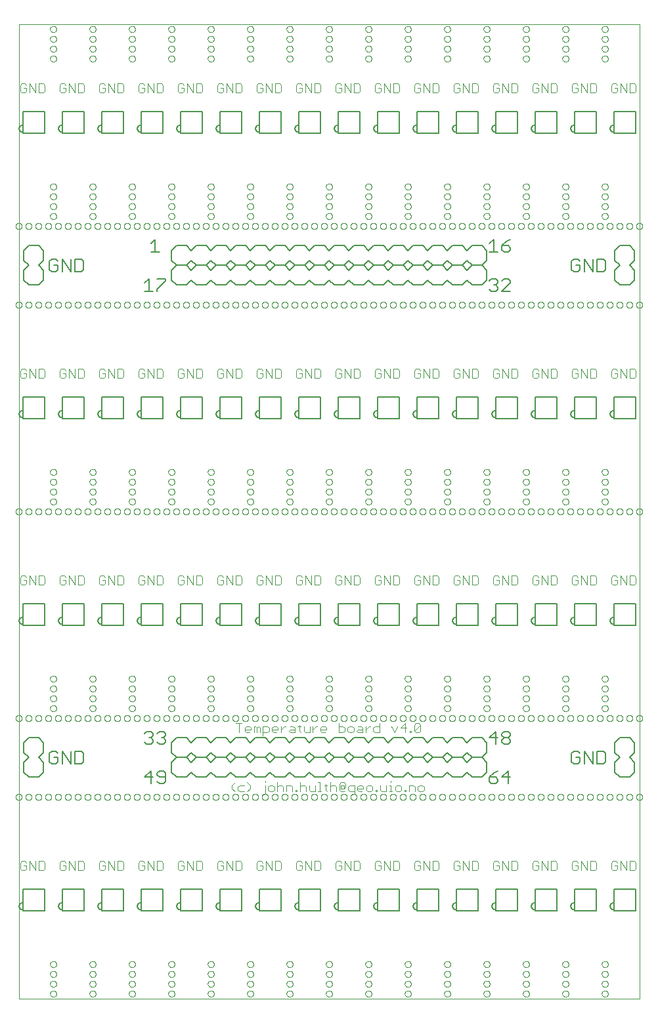
<source format=gto>
G75*
%MOIN*%
%OFA0B0*%
%FSLAX25Y25*%
%IPPOS*%
%LPD*%
%AMOC8*
5,1,8,0,0,1.08239X$1,22.5*
%
%ADD10C,0.00000*%
%ADD11C,0.00400*%
%ADD12C,0.00600*%
%ADD13C,0.00800*%
%ADD14C,0.00500*%
D10*
X0005050Y0048933D02*
X0005050Y0543933D01*
X0320050Y0543933D01*
X0320050Y0048933D01*
X0005050Y0048933D01*
X0020975Y0051433D02*
X0020977Y0051512D01*
X0020983Y0051591D01*
X0020993Y0051670D01*
X0021007Y0051748D01*
X0021024Y0051825D01*
X0021046Y0051901D01*
X0021071Y0051976D01*
X0021101Y0052049D01*
X0021133Y0052121D01*
X0021170Y0052192D01*
X0021210Y0052260D01*
X0021253Y0052326D01*
X0021299Y0052390D01*
X0021349Y0052452D01*
X0021402Y0052511D01*
X0021457Y0052567D01*
X0021516Y0052621D01*
X0021577Y0052671D01*
X0021640Y0052719D01*
X0021706Y0052763D01*
X0021774Y0052804D01*
X0021844Y0052841D01*
X0021915Y0052875D01*
X0021989Y0052905D01*
X0022063Y0052931D01*
X0022139Y0052953D01*
X0022216Y0052972D01*
X0022294Y0052987D01*
X0022372Y0052998D01*
X0022451Y0053005D01*
X0022530Y0053008D01*
X0022609Y0053007D01*
X0022688Y0053002D01*
X0022767Y0052993D01*
X0022845Y0052980D01*
X0022922Y0052963D01*
X0022999Y0052943D01*
X0023074Y0052918D01*
X0023148Y0052890D01*
X0023221Y0052858D01*
X0023291Y0052823D01*
X0023360Y0052784D01*
X0023427Y0052741D01*
X0023492Y0052695D01*
X0023554Y0052647D01*
X0023614Y0052595D01*
X0023671Y0052540D01*
X0023725Y0052482D01*
X0023776Y0052422D01*
X0023824Y0052359D01*
X0023869Y0052294D01*
X0023911Y0052226D01*
X0023949Y0052157D01*
X0023983Y0052086D01*
X0024014Y0052013D01*
X0024042Y0051938D01*
X0024065Y0051863D01*
X0024085Y0051786D01*
X0024101Y0051709D01*
X0024113Y0051630D01*
X0024121Y0051552D01*
X0024125Y0051473D01*
X0024125Y0051393D01*
X0024121Y0051314D01*
X0024113Y0051236D01*
X0024101Y0051157D01*
X0024085Y0051080D01*
X0024065Y0051003D01*
X0024042Y0050928D01*
X0024014Y0050853D01*
X0023983Y0050780D01*
X0023949Y0050709D01*
X0023911Y0050640D01*
X0023869Y0050572D01*
X0023824Y0050507D01*
X0023776Y0050444D01*
X0023725Y0050384D01*
X0023671Y0050326D01*
X0023614Y0050271D01*
X0023554Y0050219D01*
X0023492Y0050171D01*
X0023427Y0050125D01*
X0023360Y0050082D01*
X0023291Y0050043D01*
X0023221Y0050008D01*
X0023148Y0049976D01*
X0023074Y0049948D01*
X0022999Y0049923D01*
X0022922Y0049903D01*
X0022845Y0049886D01*
X0022767Y0049873D01*
X0022688Y0049864D01*
X0022609Y0049859D01*
X0022530Y0049858D01*
X0022451Y0049861D01*
X0022372Y0049868D01*
X0022294Y0049879D01*
X0022216Y0049894D01*
X0022139Y0049913D01*
X0022063Y0049935D01*
X0021989Y0049961D01*
X0021915Y0049991D01*
X0021844Y0050025D01*
X0021774Y0050062D01*
X0021706Y0050103D01*
X0021640Y0050147D01*
X0021577Y0050195D01*
X0021516Y0050245D01*
X0021457Y0050299D01*
X0021402Y0050355D01*
X0021349Y0050414D01*
X0021299Y0050476D01*
X0021253Y0050540D01*
X0021210Y0050606D01*
X0021170Y0050674D01*
X0021133Y0050745D01*
X0021101Y0050817D01*
X0021071Y0050890D01*
X0021046Y0050965D01*
X0021024Y0051041D01*
X0021007Y0051118D01*
X0020993Y0051196D01*
X0020983Y0051275D01*
X0020977Y0051354D01*
X0020975Y0051433D01*
X0020975Y0056433D02*
X0020977Y0056512D01*
X0020983Y0056591D01*
X0020993Y0056670D01*
X0021007Y0056748D01*
X0021024Y0056825D01*
X0021046Y0056901D01*
X0021071Y0056976D01*
X0021101Y0057049D01*
X0021133Y0057121D01*
X0021170Y0057192D01*
X0021210Y0057260D01*
X0021253Y0057326D01*
X0021299Y0057390D01*
X0021349Y0057452D01*
X0021402Y0057511D01*
X0021457Y0057567D01*
X0021516Y0057621D01*
X0021577Y0057671D01*
X0021640Y0057719D01*
X0021706Y0057763D01*
X0021774Y0057804D01*
X0021844Y0057841D01*
X0021915Y0057875D01*
X0021989Y0057905D01*
X0022063Y0057931D01*
X0022139Y0057953D01*
X0022216Y0057972D01*
X0022294Y0057987D01*
X0022372Y0057998D01*
X0022451Y0058005D01*
X0022530Y0058008D01*
X0022609Y0058007D01*
X0022688Y0058002D01*
X0022767Y0057993D01*
X0022845Y0057980D01*
X0022922Y0057963D01*
X0022999Y0057943D01*
X0023074Y0057918D01*
X0023148Y0057890D01*
X0023221Y0057858D01*
X0023291Y0057823D01*
X0023360Y0057784D01*
X0023427Y0057741D01*
X0023492Y0057695D01*
X0023554Y0057647D01*
X0023614Y0057595D01*
X0023671Y0057540D01*
X0023725Y0057482D01*
X0023776Y0057422D01*
X0023824Y0057359D01*
X0023869Y0057294D01*
X0023911Y0057226D01*
X0023949Y0057157D01*
X0023983Y0057086D01*
X0024014Y0057013D01*
X0024042Y0056938D01*
X0024065Y0056863D01*
X0024085Y0056786D01*
X0024101Y0056709D01*
X0024113Y0056630D01*
X0024121Y0056552D01*
X0024125Y0056473D01*
X0024125Y0056393D01*
X0024121Y0056314D01*
X0024113Y0056236D01*
X0024101Y0056157D01*
X0024085Y0056080D01*
X0024065Y0056003D01*
X0024042Y0055928D01*
X0024014Y0055853D01*
X0023983Y0055780D01*
X0023949Y0055709D01*
X0023911Y0055640D01*
X0023869Y0055572D01*
X0023824Y0055507D01*
X0023776Y0055444D01*
X0023725Y0055384D01*
X0023671Y0055326D01*
X0023614Y0055271D01*
X0023554Y0055219D01*
X0023492Y0055171D01*
X0023427Y0055125D01*
X0023360Y0055082D01*
X0023291Y0055043D01*
X0023221Y0055008D01*
X0023148Y0054976D01*
X0023074Y0054948D01*
X0022999Y0054923D01*
X0022922Y0054903D01*
X0022845Y0054886D01*
X0022767Y0054873D01*
X0022688Y0054864D01*
X0022609Y0054859D01*
X0022530Y0054858D01*
X0022451Y0054861D01*
X0022372Y0054868D01*
X0022294Y0054879D01*
X0022216Y0054894D01*
X0022139Y0054913D01*
X0022063Y0054935D01*
X0021989Y0054961D01*
X0021915Y0054991D01*
X0021844Y0055025D01*
X0021774Y0055062D01*
X0021706Y0055103D01*
X0021640Y0055147D01*
X0021577Y0055195D01*
X0021516Y0055245D01*
X0021457Y0055299D01*
X0021402Y0055355D01*
X0021349Y0055414D01*
X0021299Y0055476D01*
X0021253Y0055540D01*
X0021210Y0055606D01*
X0021170Y0055674D01*
X0021133Y0055745D01*
X0021101Y0055817D01*
X0021071Y0055890D01*
X0021046Y0055965D01*
X0021024Y0056041D01*
X0021007Y0056118D01*
X0020993Y0056196D01*
X0020983Y0056275D01*
X0020977Y0056354D01*
X0020975Y0056433D01*
X0020975Y0061433D02*
X0020977Y0061512D01*
X0020983Y0061591D01*
X0020993Y0061670D01*
X0021007Y0061748D01*
X0021024Y0061825D01*
X0021046Y0061901D01*
X0021071Y0061976D01*
X0021101Y0062049D01*
X0021133Y0062121D01*
X0021170Y0062192D01*
X0021210Y0062260D01*
X0021253Y0062326D01*
X0021299Y0062390D01*
X0021349Y0062452D01*
X0021402Y0062511D01*
X0021457Y0062567D01*
X0021516Y0062621D01*
X0021577Y0062671D01*
X0021640Y0062719D01*
X0021706Y0062763D01*
X0021774Y0062804D01*
X0021844Y0062841D01*
X0021915Y0062875D01*
X0021989Y0062905D01*
X0022063Y0062931D01*
X0022139Y0062953D01*
X0022216Y0062972D01*
X0022294Y0062987D01*
X0022372Y0062998D01*
X0022451Y0063005D01*
X0022530Y0063008D01*
X0022609Y0063007D01*
X0022688Y0063002D01*
X0022767Y0062993D01*
X0022845Y0062980D01*
X0022922Y0062963D01*
X0022999Y0062943D01*
X0023074Y0062918D01*
X0023148Y0062890D01*
X0023221Y0062858D01*
X0023291Y0062823D01*
X0023360Y0062784D01*
X0023427Y0062741D01*
X0023492Y0062695D01*
X0023554Y0062647D01*
X0023614Y0062595D01*
X0023671Y0062540D01*
X0023725Y0062482D01*
X0023776Y0062422D01*
X0023824Y0062359D01*
X0023869Y0062294D01*
X0023911Y0062226D01*
X0023949Y0062157D01*
X0023983Y0062086D01*
X0024014Y0062013D01*
X0024042Y0061938D01*
X0024065Y0061863D01*
X0024085Y0061786D01*
X0024101Y0061709D01*
X0024113Y0061630D01*
X0024121Y0061552D01*
X0024125Y0061473D01*
X0024125Y0061393D01*
X0024121Y0061314D01*
X0024113Y0061236D01*
X0024101Y0061157D01*
X0024085Y0061080D01*
X0024065Y0061003D01*
X0024042Y0060928D01*
X0024014Y0060853D01*
X0023983Y0060780D01*
X0023949Y0060709D01*
X0023911Y0060640D01*
X0023869Y0060572D01*
X0023824Y0060507D01*
X0023776Y0060444D01*
X0023725Y0060384D01*
X0023671Y0060326D01*
X0023614Y0060271D01*
X0023554Y0060219D01*
X0023492Y0060171D01*
X0023427Y0060125D01*
X0023360Y0060082D01*
X0023291Y0060043D01*
X0023221Y0060008D01*
X0023148Y0059976D01*
X0023074Y0059948D01*
X0022999Y0059923D01*
X0022922Y0059903D01*
X0022845Y0059886D01*
X0022767Y0059873D01*
X0022688Y0059864D01*
X0022609Y0059859D01*
X0022530Y0059858D01*
X0022451Y0059861D01*
X0022372Y0059868D01*
X0022294Y0059879D01*
X0022216Y0059894D01*
X0022139Y0059913D01*
X0022063Y0059935D01*
X0021989Y0059961D01*
X0021915Y0059991D01*
X0021844Y0060025D01*
X0021774Y0060062D01*
X0021706Y0060103D01*
X0021640Y0060147D01*
X0021577Y0060195D01*
X0021516Y0060245D01*
X0021457Y0060299D01*
X0021402Y0060355D01*
X0021349Y0060414D01*
X0021299Y0060476D01*
X0021253Y0060540D01*
X0021210Y0060606D01*
X0021170Y0060674D01*
X0021133Y0060745D01*
X0021101Y0060817D01*
X0021071Y0060890D01*
X0021046Y0060965D01*
X0021024Y0061041D01*
X0021007Y0061118D01*
X0020993Y0061196D01*
X0020983Y0061275D01*
X0020977Y0061354D01*
X0020975Y0061433D01*
X0020975Y0066433D02*
X0020977Y0066512D01*
X0020983Y0066591D01*
X0020993Y0066670D01*
X0021007Y0066748D01*
X0021024Y0066825D01*
X0021046Y0066901D01*
X0021071Y0066976D01*
X0021101Y0067049D01*
X0021133Y0067121D01*
X0021170Y0067192D01*
X0021210Y0067260D01*
X0021253Y0067326D01*
X0021299Y0067390D01*
X0021349Y0067452D01*
X0021402Y0067511D01*
X0021457Y0067567D01*
X0021516Y0067621D01*
X0021577Y0067671D01*
X0021640Y0067719D01*
X0021706Y0067763D01*
X0021774Y0067804D01*
X0021844Y0067841D01*
X0021915Y0067875D01*
X0021989Y0067905D01*
X0022063Y0067931D01*
X0022139Y0067953D01*
X0022216Y0067972D01*
X0022294Y0067987D01*
X0022372Y0067998D01*
X0022451Y0068005D01*
X0022530Y0068008D01*
X0022609Y0068007D01*
X0022688Y0068002D01*
X0022767Y0067993D01*
X0022845Y0067980D01*
X0022922Y0067963D01*
X0022999Y0067943D01*
X0023074Y0067918D01*
X0023148Y0067890D01*
X0023221Y0067858D01*
X0023291Y0067823D01*
X0023360Y0067784D01*
X0023427Y0067741D01*
X0023492Y0067695D01*
X0023554Y0067647D01*
X0023614Y0067595D01*
X0023671Y0067540D01*
X0023725Y0067482D01*
X0023776Y0067422D01*
X0023824Y0067359D01*
X0023869Y0067294D01*
X0023911Y0067226D01*
X0023949Y0067157D01*
X0023983Y0067086D01*
X0024014Y0067013D01*
X0024042Y0066938D01*
X0024065Y0066863D01*
X0024085Y0066786D01*
X0024101Y0066709D01*
X0024113Y0066630D01*
X0024121Y0066552D01*
X0024125Y0066473D01*
X0024125Y0066393D01*
X0024121Y0066314D01*
X0024113Y0066236D01*
X0024101Y0066157D01*
X0024085Y0066080D01*
X0024065Y0066003D01*
X0024042Y0065928D01*
X0024014Y0065853D01*
X0023983Y0065780D01*
X0023949Y0065709D01*
X0023911Y0065640D01*
X0023869Y0065572D01*
X0023824Y0065507D01*
X0023776Y0065444D01*
X0023725Y0065384D01*
X0023671Y0065326D01*
X0023614Y0065271D01*
X0023554Y0065219D01*
X0023492Y0065171D01*
X0023427Y0065125D01*
X0023360Y0065082D01*
X0023291Y0065043D01*
X0023221Y0065008D01*
X0023148Y0064976D01*
X0023074Y0064948D01*
X0022999Y0064923D01*
X0022922Y0064903D01*
X0022845Y0064886D01*
X0022767Y0064873D01*
X0022688Y0064864D01*
X0022609Y0064859D01*
X0022530Y0064858D01*
X0022451Y0064861D01*
X0022372Y0064868D01*
X0022294Y0064879D01*
X0022216Y0064894D01*
X0022139Y0064913D01*
X0022063Y0064935D01*
X0021989Y0064961D01*
X0021915Y0064991D01*
X0021844Y0065025D01*
X0021774Y0065062D01*
X0021706Y0065103D01*
X0021640Y0065147D01*
X0021577Y0065195D01*
X0021516Y0065245D01*
X0021457Y0065299D01*
X0021402Y0065355D01*
X0021349Y0065414D01*
X0021299Y0065476D01*
X0021253Y0065540D01*
X0021210Y0065606D01*
X0021170Y0065674D01*
X0021133Y0065745D01*
X0021101Y0065817D01*
X0021071Y0065890D01*
X0021046Y0065965D01*
X0021024Y0066041D01*
X0021007Y0066118D01*
X0020993Y0066196D01*
X0020983Y0066275D01*
X0020977Y0066354D01*
X0020975Y0066433D01*
X0040975Y0066433D02*
X0040977Y0066512D01*
X0040983Y0066591D01*
X0040993Y0066670D01*
X0041007Y0066748D01*
X0041024Y0066825D01*
X0041046Y0066901D01*
X0041071Y0066976D01*
X0041101Y0067049D01*
X0041133Y0067121D01*
X0041170Y0067192D01*
X0041210Y0067260D01*
X0041253Y0067326D01*
X0041299Y0067390D01*
X0041349Y0067452D01*
X0041402Y0067511D01*
X0041457Y0067567D01*
X0041516Y0067621D01*
X0041577Y0067671D01*
X0041640Y0067719D01*
X0041706Y0067763D01*
X0041774Y0067804D01*
X0041844Y0067841D01*
X0041915Y0067875D01*
X0041989Y0067905D01*
X0042063Y0067931D01*
X0042139Y0067953D01*
X0042216Y0067972D01*
X0042294Y0067987D01*
X0042372Y0067998D01*
X0042451Y0068005D01*
X0042530Y0068008D01*
X0042609Y0068007D01*
X0042688Y0068002D01*
X0042767Y0067993D01*
X0042845Y0067980D01*
X0042922Y0067963D01*
X0042999Y0067943D01*
X0043074Y0067918D01*
X0043148Y0067890D01*
X0043221Y0067858D01*
X0043291Y0067823D01*
X0043360Y0067784D01*
X0043427Y0067741D01*
X0043492Y0067695D01*
X0043554Y0067647D01*
X0043614Y0067595D01*
X0043671Y0067540D01*
X0043725Y0067482D01*
X0043776Y0067422D01*
X0043824Y0067359D01*
X0043869Y0067294D01*
X0043911Y0067226D01*
X0043949Y0067157D01*
X0043983Y0067086D01*
X0044014Y0067013D01*
X0044042Y0066938D01*
X0044065Y0066863D01*
X0044085Y0066786D01*
X0044101Y0066709D01*
X0044113Y0066630D01*
X0044121Y0066552D01*
X0044125Y0066473D01*
X0044125Y0066393D01*
X0044121Y0066314D01*
X0044113Y0066236D01*
X0044101Y0066157D01*
X0044085Y0066080D01*
X0044065Y0066003D01*
X0044042Y0065928D01*
X0044014Y0065853D01*
X0043983Y0065780D01*
X0043949Y0065709D01*
X0043911Y0065640D01*
X0043869Y0065572D01*
X0043824Y0065507D01*
X0043776Y0065444D01*
X0043725Y0065384D01*
X0043671Y0065326D01*
X0043614Y0065271D01*
X0043554Y0065219D01*
X0043492Y0065171D01*
X0043427Y0065125D01*
X0043360Y0065082D01*
X0043291Y0065043D01*
X0043221Y0065008D01*
X0043148Y0064976D01*
X0043074Y0064948D01*
X0042999Y0064923D01*
X0042922Y0064903D01*
X0042845Y0064886D01*
X0042767Y0064873D01*
X0042688Y0064864D01*
X0042609Y0064859D01*
X0042530Y0064858D01*
X0042451Y0064861D01*
X0042372Y0064868D01*
X0042294Y0064879D01*
X0042216Y0064894D01*
X0042139Y0064913D01*
X0042063Y0064935D01*
X0041989Y0064961D01*
X0041915Y0064991D01*
X0041844Y0065025D01*
X0041774Y0065062D01*
X0041706Y0065103D01*
X0041640Y0065147D01*
X0041577Y0065195D01*
X0041516Y0065245D01*
X0041457Y0065299D01*
X0041402Y0065355D01*
X0041349Y0065414D01*
X0041299Y0065476D01*
X0041253Y0065540D01*
X0041210Y0065606D01*
X0041170Y0065674D01*
X0041133Y0065745D01*
X0041101Y0065817D01*
X0041071Y0065890D01*
X0041046Y0065965D01*
X0041024Y0066041D01*
X0041007Y0066118D01*
X0040993Y0066196D01*
X0040983Y0066275D01*
X0040977Y0066354D01*
X0040975Y0066433D01*
X0040975Y0061433D02*
X0040977Y0061512D01*
X0040983Y0061591D01*
X0040993Y0061670D01*
X0041007Y0061748D01*
X0041024Y0061825D01*
X0041046Y0061901D01*
X0041071Y0061976D01*
X0041101Y0062049D01*
X0041133Y0062121D01*
X0041170Y0062192D01*
X0041210Y0062260D01*
X0041253Y0062326D01*
X0041299Y0062390D01*
X0041349Y0062452D01*
X0041402Y0062511D01*
X0041457Y0062567D01*
X0041516Y0062621D01*
X0041577Y0062671D01*
X0041640Y0062719D01*
X0041706Y0062763D01*
X0041774Y0062804D01*
X0041844Y0062841D01*
X0041915Y0062875D01*
X0041989Y0062905D01*
X0042063Y0062931D01*
X0042139Y0062953D01*
X0042216Y0062972D01*
X0042294Y0062987D01*
X0042372Y0062998D01*
X0042451Y0063005D01*
X0042530Y0063008D01*
X0042609Y0063007D01*
X0042688Y0063002D01*
X0042767Y0062993D01*
X0042845Y0062980D01*
X0042922Y0062963D01*
X0042999Y0062943D01*
X0043074Y0062918D01*
X0043148Y0062890D01*
X0043221Y0062858D01*
X0043291Y0062823D01*
X0043360Y0062784D01*
X0043427Y0062741D01*
X0043492Y0062695D01*
X0043554Y0062647D01*
X0043614Y0062595D01*
X0043671Y0062540D01*
X0043725Y0062482D01*
X0043776Y0062422D01*
X0043824Y0062359D01*
X0043869Y0062294D01*
X0043911Y0062226D01*
X0043949Y0062157D01*
X0043983Y0062086D01*
X0044014Y0062013D01*
X0044042Y0061938D01*
X0044065Y0061863D01*
X0044085Y0061786D01*
X0044101Y0061709D01*
X0044113Y0061630D01*
X0044121Y0061552D01*
X0044125Y0061473D01*
X0044125Y0061393D01*
X0044121Y0061314D01*
X0044113Y0061236D01*
X0044101Y0061157D01*
X0044085Y0061080D01*
X0044065Y0061003D01*
X0044042Y0060928D01*
X0044014Y0060853D01*
X0043983Y0060780D01*
X0043949Y0060709D01*
X0043911Y0060640D01*
X0043869Y0060572D01*
X0043824Y0060507D01*
X0043776Y0060444D01*
X0043725Y0060384D01*
X0043671Y0060326D01*
X0043614Y0060271D01*
X0043554Y0060219D01*
X0043492Y0060171D01*
X0043427Y0060125D01*
X0043360Y0060082D01*
X0043291Y0060043D01*
X0043221Y0060008D01*
X0043148Y0059976D01*
X0043074Y0059948D01*
X0042999Y0059923D01*
X0042922Y0059903D01*
X0042845Y0059886D01*
X0042767Y0059873D01*
X0042688Y0059864D01*
X0042609Y0059859D01*
X0042530Y0059858D01*
X0042451Y0059861D01*
X0042372Y0059868D01*
X0042294Y0059879D01*
X0042216Y0059894D01*
X0042139Y0059913D01*
X0042063Y0059935D01*
X0041989Y0059961D01*
X0041915Y0059991D01*
X0041844Y0060025D01*
X0041774Y0060062D01*
X0041706Y0060103D01*
X0041640Y0060147D01*
X0041577Y0060195D01*
X0041516Y0060245D01*
X0041457Y0060299D01*
X0041402Y0060355D01*
X0041349Y0060414D01*
X0041299Y0060476D01*
X0041253Y0060540D01*
X0041210Y0060606D01*
X0041170Y0060674D01*
X0041133Y0060745D01*
X0041101Y0060817D01*
X0041071Y0060890D01*
X0041046Y0060965D01*
X0041024Y0061041D01*
X0041007Y0061118D01*
X0040993Y0061196D01*
X0040983Y0061275D01*
X0040977Y0061354D01*
X0040975Y0061433D01*
X0040975Y0056433D02*
X0040977Y0056512D01*
X0040983Y0056591D01*
X0040993Y0056670D01*
X0041007Y0056748D01*
X0041024Y0056825D01*
X0041046Y0056901D01*
X0041071Y0056976D01*
X0041101Y0057049D01*
X0041133Y0057121D01*
X0041170Y0057192D01*
X0041210Y0057260D01*
X0041253Y0057326D01*
X0041299Y0057390D01*
X0041349Y0057452D01*
X0041402Y0057511D01*
X0041457Y0057567D01*
X0041516Y0057621D01*
X0041577Y0057671D01*
X0041640Y0057719D01*
X0041706Y0057763D01*
X0041774Y0057804D01*
X0041844Y0057841D01*
X0041915Y0057875D01*
X0041989Y0057905D01*
X0042063Y0057931D01*
X0042139Y0057953D01*
X0042216Y0057972D01*
X0042294Y0057987D01*
X0042372Y0057998D01*
X0042451Y0058005D01*
X0042530Y0058008D01*
X0042609Y0058007D01*
X0042688Y0058002D01*
X0042767Y0057993D01*
X0042845Y0057980D01*
X0042922Y0057963D01*
X0042999Y0057943D01*
X0043074Y0057918D01*
X0043148Y0057890D01*
X0043221Y0057858D01*
X0043291Y0057823D01*
X0043360Y0057784D01*
X0043427Y0057741D01*
X0043492Y0057695D01*
X0043554Y0057647D01*
X0043614Y0057595D01*
X0043671Y0057540D01*
X0043725Y0057482D01*
X0043776Y0057422D01*
X0043824Y0057359D01*
X0043869Y0057294D01*
X0043911Y0057226D01*
X0043949Y0057157D01*
X0043983Y0057086D01*
X0044014Y0057013D01*
X0044042Y0056938D01*
X0044065Y0056863D01*
X0044085Y0056786D01*
X0044101Y0056709D01*
X0044113Y0056630D01*
X0044121Y0056552D01*
X0044125Y0056473D01*
X0044125Y0056393D01*
X0044121Y0056314D01*
X0044113Y0056236D01*
X0044101Y0056157D01*
X0044085Y0056080D01*
X0044065Y0056003D01*
X0044042Y0055928D01*
X0044014Y0055853D01*
X0043983Y0055780D01*
X0043949Y0055709D01*
X0043911Y0055640D01*
X0043869Y0055572D01*
X0043824Y0055507D01*
X0043776Y0055444D01*
X0043725Y0055384D01*
X0043671Y0055326D01*
X0043614Y0055271D01*
X0043554Y0055219D01*
X0043492Y0055171D01*
X0043427Y0055125D01*
X0043360Y0055082D01*
X0043291Y0055043D01*
X0043221Y0055008D01*
X0043148Y0054976D01*
X0043074Y0054948D01*
X0042999Y0054923D01*
X0042922Y0054903D01*
X0042845Y0054886D01*
X0042767Y0054873D01*
X0042688Y0054864D01*
X0042609Y0054859D01*
X0042530Y0054858D01*
X0042451Y0054861D01*
X0042372Y0054868D01*
X0042294Y0054879D01*
X0042216Y0054894D01*
X0042139Y0054913D01*
X0042063Y0054935D01*
X0041989Y0054961D01*
X0041915Y0054991D01*
X0041844Y0055025D01*
X0041774Y0055062D01*
X0041706Y0055103D01*
X0041640Y0055147D01*
X0041577Y0055195D01*
X0041516Y0055245D01*
X0041457Y0055299D01*
X0041402Y0055355D01*
X0041349Y0055414D01*
X0041299Y0055476D01*
X0041253Y0055540D01*
X0041210Y0055606D01*
X0041170Y0055674D01*
X0041133Y0055745D01*
X0041101Y0055817D01*
X0041071Y0055890D01*
X0041046Y0055965D01*
X0041024Y0056041D01*
X0041007Y0056118D01*
X0040993Y0056196D01*
X0040983Y0056275D01*
X0040977Y0056354D01*
X0040975Y0056433D01*
X0040975Y0051433D02*
X0040977Y0051512D01*
X0040983Y0051591D01*
X0040993Y0051670D01*
X0041007Y0051748D01*
X0041024Y0051825D01*
X0041046Y0051901D01*
X0041071Y0051976D01*
X0041101Y0052049D01*
X0041133Y0052121D01*
X0041170Y0052192D01*
X0041210Y0052260D01*
X0041253Y0052326D01*
X0041299Y0052390D01*
X0041349Y0052452D01*
X0041402Y0052511D01*
X0041457Y0052567D01*
X0041516Y0052621D01*
X0041577Y0052671D01*
X0041640Y0052719D01*
X0041706Y0052763D01*
X0041774Y0052804D01*
X0041844Y0052841D01*
X0041915Y0052875D01*
X0041989Y0052905D01*
X0042063Y0052931D01*
X0042139Y0052953D01*
X0042216Y0052972D01*
X0042294Y0052987D01*
X0042372Y0052998D01*
X0042451Y0053005D01*
X0042530Y0053008D01*
X0042609Y0053007D01*
X0042688Y0053002D01*
X0042767Y0052993D01*
X0042845Y0052980D01*
X0042922Y0052963D01*
X0042999Y0052943D01*
X0043074Y0052918D01*
X0043148Y0052890D01*
X0043221Y0052858D01*
X0043291Y0052823D01*
X0043360Y0052784D01*
X0043427Y0052741D01*
X0043492Y0052695D01*
X0043554Y0052647D01*
X0043614Y0052595D01*
X0043671Y0052540D01*
X0043725Y0052482D01*
X0043776Y0052422D01*
X0043824Y0052359D01*
X0043869Y0052294D01*
X0043911Y0052226D01*
X0043949Y0052157D01*
X0043983Y0052086D01*
X0044014Y0052013D01*
X0044042Y0051938D01*
X0044065Y0051863D01*
X0044085Y0051786D01*
X0044101Y0051709D01*
X0044113Y0051630D01*
X0044121Y0051552D01*
X0044125Y0051473D01*
X0044125Y0051393D01*
X0044121Y0051314D01*
X0044113Y0051236D01*
X0044101Y0051157D01*
X0044085Y0051080D01*
X0044065Y0051003D01*
X0044042Y0050928D01*
X0044014Y0050853D01*
X0043983Y0050780D01*
X0043949Y0050709D01*
X0043911Y0050640D01*
X0043869Y0050572D01*
X0043824Y0050507D01*
X0043776Y0050444D01*
X0043725Y0050384D01*
X0043671Y0050326D01*
X0043614Y0050271D01*
X0043554Y0050219D01*
X0043492Y0050171D01*
X0043427Y0050125D01*
X0043360Y0050082D01*
X0043291Y0050043D01*
X0043221Y0050008D01*
X0043148Y0049976D01*
X0043074Y0049948D01*
X0042999Y0049923D01*
X0042922Y0049903D01*
X0042845Y0049886D01*
X0042767Y0049873D01*
X0042688Y0049864D01*
X0042609Y0049859D01*
X0042530Y0049858D01*
X0042451Y0049861D01*
X0042372Y0049868D01*
X0042294Y0049879D01*
X0042216Y0049894D01*
X0042139Y0049913D01*
X0042063Y0049935D01*
X0041989Y0049961D01*
X0041915Y0049991D01*
X0041844Y0050025D01*
X0041774Y0050062D01*
X0041706Y0050103D01*
X0041640Y0050147D01*
X0041577Y0050195D01*
X0041516Y0050245D01*
X0041457Y0050299D01*
X0041402Y0050355D01*
X0041349Y0050414D01*
X0041299Y0050476D01*
X0041253Y0050540D01*
X0041210Y0050606D01*
X0041170Y0050674D01*
X0041133Y0050745D01*
X0041101Y0050817D01*
X0041071Y0050890D01*
X0041046Y0050965D01*
X0041024Y0051041D01*
X0041007Y0051118D01*
X0040993Y0051196D01*
X0040983Y0051275D01*
X0040977Y0051354D01*
X0040975Y0051433D01*
X0060975Y0051433D02*
X0060977Y0051512D01*
X0060983Y0051591D01*
X0060993Y0051670D01*
X0061007Y0051748D01*
X0061024Y0051825D01*
X0061046Y0051901D01*
X0061071Y0051976D01*
X0061101Y0052049D01*
X0061133Y0052121D01*
X0061170Y0052192D01*
X0061210Y0052260D01*
X0061253Y0052326D01*
X0061299Y0052390D01*
X0061349Y0052452D01*
X0061402Y0052511D01*
X0061457Y0052567D01*
X0061516Y0052621D01*
X0061577Y0052671D01*
X0061640Y0052719D01*
X0061706Y0052763D01*
X0061774Y0052804D01*
X0061844Y0052841D01*
X0061915Y0052875D01*
X0061989Y0052905D01*
X0062063Y0052931D01*
X0062139Y0052953D01*
X0062216Y0052972D01*
X0062294Y0052987D01*
X0062372Y0052998D01*
X0062451Y0053005D01*
X0062530Y0053008D01*
X0062609Y0053007D01*
X0062688Y0053002D01*
X0062767Y0052993D01*
X0062845Y0052980D01*
X0062922Y0052963D01*
X0062999Y0052943D01*
X0063074Y0052918D01*
X0063148Y0052890D01*
X0063221Y0052858D01*
X0063291Y0052823D01*
X0063360Y0052784D01*
X0063427Y0052741D01*
X0063492Y0052695D01*
X0063554Y0052647D01*
X0063614Y0052595D01*
X0063671Y0052540D01*
X0063725Y0052482D01*
X0063776Y0052422D01*
X0063824Y0052359D01*
X0063869Y0052294D01*
X0063911Y0052226D01*
X0063949Y0052157D01*
X0063983Y0052086D01*
X0064014Y0052013D01*
X0064042Y0051938D01*
X0064065Y0051863D01*
X0064085Y0051786D01*
X0064101Y0051709D01*
X0064113Y0051630D01*
X0064121Y0051552D01*
X0064125Y0051473D01*
X0064125Y0051393D01*
X0064121Y0051314D01*
X0064113Y0051236D01*
X0064101Y0051157D01*
X0064085Y0051080D01*
X0064065Y0051003D01*
X0064042Y0050928D01*
X0064014Y0050853D01*
X0063983Y0050780D01*
X0063949Y0050709D01*
X0063911Y0050640D01*
X0063869Y0050572D01*
X0063824Y0050507D01*
X0063776Y0050444D01*
X0063725Y0050384D01*
X0063671Y0050326D01*
X0063614Y0050271D01*
X0063554Y0050219D01*
X0063492Y0050171D01*
X0063427Y0050125D01*
X0063360Y0050082D01*
X0063291Y0050043D01*
X0063221Y0050008D01*
X0063148Y0049976D01*
X0063074Y0049948D01*
X0062999Y0049923D01*
X0062922Y0049903D01*
X0062845Y0049886D01*
X0062767Y0049873D01*
X0062688Y0049864D01*
X0062609Y0049859D01*
X0062530Y0049858D01*
X0062451Y0049861D01*
X0062372Y0049868D01*
X0062294Y0049879D01*
X0062216Y0049894D01*
X0062139Y0049913D01*
X0062063Y0049935D01*
X0061989Y0049961D01*
X0061915Y0049991D01*
X0061844Y0050025D01*
X0061774Y0050062D01*
X0061706Y0050103D01*
X0061640Y0050147D01*
X0061577Y0050195D01*
X0061516Y0050245D01*
X0061457Y0050299D01*
X0061402Y0050355D01*
X0061349Y0050414D01*
X0061299Y0050476D01*
X0061253Y0050540D01*
X0061210Y0050606D01*
X0061170Y0050674D01*
X0061133Y0050745D01*
X0061101Y0050817D01*
X0061071Y0050890D01*
X0061046Y0050965D01*
X0061024Y0051041D01*
X0061007Y0051118D01*
X0060993Y0051196D01*
X0060983Y0051275D01*
X0060977Y0051354D01*
X0060975Y0051433D01*
X0060975Y0056433D02*
X0060977Y0056512D01*
X0060983Y0056591D01*
X0060993Y0056670D01*
X0061007Y0056748D01*
X0061024Y0056825D01*
X0061046Y0056901D01*
X0061071Y0056976D01*
X0061101Y0057049D01*
X0061133Y0057121D01*
X0061170Y0057192D01*
X0061210Y0057260D01*
X0061253Y0057326D01*
X0061299Y0057390D01*
X0061349Y0057452D01*
X0061402Y0057511D01*
X0061457Y0057567D01*
X0061516Y0057621D01*
X0061577Y0057671D01*
X0061640Y0057719D01*
X0061706Y0057763D01*
X0061774Y0057804D01*
X0061844Y0057841D01*
X0061915Y0057875D01*
X0061989Y0057905D01*
X0062063Y0057931D01*
X0062139Y0057953D01*
X0062216Y0057972D01*
X0062294Y0057987D01*
X0062372Y0057998D01*
X0062451Y0058005D01*
X0062530Y0058008D01*
X0062609Y0058007D01*
X0062688Y0058002D01*
X0062767Y0057993D01*
X0062845Y0057980D01*
X0062922Y0057963D01*
X0062999Y0057943D01*
X0063074Y0057918D01*
X0063148Y0057890D01*
X0063221Y0057858D01*
X0063291Y0057823D01*
X0063360Y0057784D01*
X0063427Y0057741D01*
X0063492Y0057695D01*
X0063554Y0057647D01*
X0063614Y0057595D01*
X0063671Y0057540D01*
X0063725Y0057482D01*
X0063776Y0057422D01*
X0063824Y0057359D01*
X0063869Y0057294D01*
X0063911Y0057226D01*
X0063949Y0057157D01*
X0063983Y0057086D01*
X0064014Y0057013D01*
X0064042Y0056938D01*
X0064065Y0056863D01*
X0064085Y0056786D01*
X0064101Y0056709D01*
X0064113Y0056630D01*
X0064121Y0056552D01*
X0064125Y0056473D01*
X0064125Y0056393D01*
X0064121Y0056314D01*
X0064113Y0056236D01*
X0064101Y0056157D01*
X0064085Y0056080D01*
X0064065Y0056003D01*
X0064042Y0055928D01*
X0064014Y0055853D01*
X0063983Y0055780D01*
X0063949Y0055709D01*
X0063911Y0055640D01*
X0063869Y0055572D01*
X0063824Y0055507D01*
X0063776Y0055444D01*
X0063725Y0055384D01*
X0063671Y0055326D01*
X0063614Y0055271D01*
X0063554Y0055219D01*
X0063492Y0055171D01*
X0063427Y0055125D01*
X0063360Y0055082D01*
X0063291Y0055043D01*
X0063221Y0055008D01*
X0063148Y0054976D01*
X0063074Y0054948D01*
X0062999Y0054923D01*
X0062922Y0054903D01*
X0062845Y0054886D01*
X0062767Y0054873D01*
X0062688Y0054864D01*
X0062609Y0054859D01*
X0062530Y0054858D01*
X0062451Y0054861D01*
X0062372Y0054868D01*
X0062294Y0054879D01*
X0062216Y0054894D01*
X0062139Y0054913D01*
X0062063Y0054935D01*
X0061989Y0054961D01*
X0061915Y0054991D01*
X0061844Y0055025D01*
X0061774Y0055062D01*
X0061706Y0055103D01*
X0061640Y0055147D01*
X0061577Y0055195D01*
X0061516Y0055245D01*
X0061457Y0055299D01*
X0061402Y0055355D01*
X0061349Y0055414D01*
X0061299Y0055476D01*
X0061253Y0055540D01*
X0061210Y0055606D01*
X0061170Y0055674D01*
X0061133Y0055745D01*
X0061101Y0055817D01*
X0061071Y0055890D01*
X0061046Y0055965D01*
X0061024Y0056041D01*
X0061007Y0056118D01*
X0060993Y0056196D01*
X0060983Y0056275D01*
X0060977Y0056354D01*
X0060975Y0056433D01*
X0060975Y0061433D02*
X0060977Y0061512D01*
X0060983Y0061591D01*
X0060993Y0061670D01*
X0061007Y0061748D01*
X0061024Y0061825D01*
X0061046Y0061901D01*
X0061071Y0061976D01*
X0061101Y0062049D01*
X0061133Y0062121D01*
X0061170Y0062192D01*
X0061210Y0062260D01*
X0061253Y0062326D01*
X0061299Y0062390D01*
X0061349Y0062452D01*
X0061402Y0062511D01*
X0061457Y0062567D01*
X0061516Y0062621D01*
X0061577Y0062671D01*
X0061640Y0062719D01*
X0061706Y0062763D01*
X0061774Y0062804D01*
X0061844Y0062841D01*
X0061915Y0062875D01*
X0061989Y0062905D01*
X0062063Y0062931D01*
X0062139Y0062953D01*
X0062216Y0062972D01*
X0062294Y0062987D01*
X0062372Y0062998D01*
X0062451Y0063005D01*
X0062530Y0063008D01*
X0062609Y0063007D01*
X0062688Y0063002D01*
X0062767Y0062993D01*
X0062845Y0062980D01*
X0062922Y0062963D01*
X0062999Y0062943D01*
X0063074Y0062918D01*
X0063148Y0062890D01*
X0063221Y0062858D01*
X0063291Y0062823D01*
X0063360Y0062784D01*
X0063427Y0062741D01*
X0063492Y0062695D01*
X0063554Y0062647D01*
X0063614Y0062595D01*
X0063671Y0062540D01*
X0063725Y0062482D01*
X0063776Y0062422D01*
X0063824Y0062359D01*
X0063869Y0062294D01*
X0063911Y0062226D01*
X0063949Y0062157D01*
X0063983Y0062086D01*
X0064014Y0062013D01*
X0064042Y0061938D01*
X0064065Y0061863D01*
X0064085Y0061786D01*
X0064101Y0061709D01*
X0064113Y0061630D01*
X0064121Y0061552D01*
X0064125Y0061473D01*
X0064125Y0061393D01*
X0064121Y0061314D01*
X0064113Y0061236D01*
X0064101Y0061157D01*
X0064085Y0061080D01*
X0064065Y0061003D01*
X0064042Y0060928D01*
X0064014Y0060853D01*
X0063983Y0060780D01*
X0063949Y0060709D01*
X0063911Y0060640D01*
X0063869Y0060572D01*
X0063824Y0060507D01*
X0063776Y0060444D01*
X0063725Y0060384D01*
X0063671Y0060326D01*
X0063614Y0060271D01*
X0063554Y0060219D01*
X0063492Y0060171D01*
X0063427Y0060125D01*
X0063360Y0060082D01*
X0063291Y0060043D01*
X0063221Y0060008D01*
X0063148Y0059976D01*
X0063074Y0059948D01*
X0062999Y0059923D01*
X0062922Y0059903D01*
X0062845Y0059886D01*
X0062767Y0059873D01*
X0062688Y0059864D01*
X0062609Y0059859D01*
X0062530Y0059858D01*
X0062451Y0059861D01*
X0062372Y0059868D01*
X0062294Y0059879D01*
X0062216Y0059894D01*
X0062139Y0059913D01*
X0062063Y0059935D01*
X0061989Y0059961D01*
X0061915Y0059991D01*
X0061844Y0060025D01*
X0061774Y0060062D01*
X0061706Y0060103D01*
X0061640Y0060147D01*
X0061577Y0060195D01*
X0061516Y0060245D01*
X0061457Y0060299D01*
X0061402Y0060355D01*
X0061349Y0060414D01*
X0061299Y0060476D01*
X0061253Y0060540D01*
X0061210Y0060606D01*
X0061170Y0060674D01*
X0061133Y0060745D01*
X0061101Y0060817D01*
X0061071Y0060890D01*
X0061046Y0060965D01*
X0061024Y0061041D01*
X0061007Y0061118D01*
X0060993Y0061196D01*
X0060983Y0061275D01*
X0060977Y0061354D01*
X0060975Y0061433D01*
X0060975Y0066433D02*
X0060977Y0066512D01*
X0060983Y0066591D01*
X0060993Y0066670D01*
X0061007Y0066748D01*
X0061024Y0066825D01*
X0061046Y0066901D01*
X0061071Y0066976D01*
X0061101Y0067049D01*
X0061133Y0067121D01*
X0061170Y0067192D01*
X0061210Y0067260D01*
X0061253Y0067326D01*
X0061299Y0067390D01*
X0061349Y0067452D01*
X0061402Y0067511D01*
X0061457Y0067567D01*
X0061516Y0067621D01*
X0061577Y0067671D01*
X0061640Y0067719D01*
X0061706Y0067763D01*
X0061774Y0067804D01*
X0061844Y0067841D01*
X0061915Y0067875D01*
X0061989Y0067905D01*
X0062063Y0067931D01*
X0062139Y0067953D01*
X0062216Y0067972D01*
X0062294Y0067987D01*
X0062372Y0067998D01*
X0062451Y0068005D01*
X0062530Y0068008D01*
X0062609Y0068007D01*
X0062688Y0068002D01*
X0062767Y0067993D01*
X0062845Y0067980D01*
X0062922Y0067963D01*
X0062999Y0067943D01*
X0063074Y0067918D01*
X0063148Y0067890D01*
X0063221Y0067858D01*
X0063291Y0067823D01*
X0063360Y0067784D01*
X0063427Y0067741D01*
X0063492Y0067695D01*
X0063554Y0067647D01*
X0063614Y0067595D01*
X0063671Y0067540D01*
X0063725Y0067482D01*
X0063776Y0067422D01*
X0063824Y0067359D01*
X0063869Y0067294D01*
X0063911Y0067226D01*
X0063949Y0067157D01*
X0063983Y0067086D01*
X0064014Y0067013D01*
X0064042Y0066938D01*
X0064065Y0066863D01*
X0064085Y0066786D01*
X0064101Y0066709D01*
X0064113Y0066630D01*
X0064121Y0066552D01*
X0064125Y0066473D01*
X0064125Y0066393D01*
X0064121Y0066314D01*
X0064113Y0066236D01*
X0064101Y0066157D01*
X0064085Y0066080D01*
X0064065Y0066003D01*
X0064042Y0065928D01*
X0064014Y0065853D01*
X0063983Y0065780D01*
X0063949Y0065709D01*
X0063911Y0065640D01*
X0063869Y0065572D01*
X0063824Y0065507D01*
X0063776Y0065444D01*
X0063725Y0065384D01*
X0063671Y0065326D01*
X0063614Y0065271D01*
X0063554Y0065219D01*
X0063492Y0065171D01*
X0063427Y0065125D01*
X0063360Y0065082D01*
X0063291Y0065043D01*
X0063221Y0065008D01*
X0063148Y0064976D01*
X0063074Y0064948D01*
X0062999Y0064923D01*
X0062922Y0064903D01*
X0062845Y0064886D01*
X0062767Y0064873D01*
X0062688Y0064864D01*
X0062609Y0064859D01*
X0062530Y0064858D01*
X0062451Y0064861D01*
X0062372Y0064868D01*
X0062294Y0064879D01*
X0062216Y0064894D01*
X0062139Y0064913D01*
X0062063Y0064935D01*
X0061989Y0064961D01*
X0061915Y0064991D01*
X0061844Y0065025D01*
X0061774Y0065062D01*
X0061706Y0065103D01*
X0061640Y0065147D01*
X0061577Y0065195D01*
X0061516Y0065245D01*
X0061457Y0065299D01*
X0061402Y0065355D01*
X0061349Y0065414D01*
X0061299Y0065476D01*
X0061253Y0065540D01*
X0061210Y0065606D01*
X0061170Y0065674D01*
X0061133Y0065745D01*
X0061101Y0065817D01*
X0061071Y0065890D01*
X0061046Y0065965D01*
X0061024Y0066041D01*
X0061007Y0066118D01*
X0060993Y0066196D01*
X0060983Y0066275D01*
X0060977Y0066354D01*
X0060975Y0066433D01*
X0080975Y0066433D02*
X0080977Y0066512D01*
X0080983Y0066591D01*
X0080993Y0066670D01*
X0081007Y0066748D01*
X0081024Y0066825D01*
X0081046Y0066901D01*
X0081071Y0066976D01*
X0081101Y0067049D01*
X0081133Y0067121D01*
X0081170Y0067192D01*
X0081210Y0067260D01*
X0081253Y0067326D01*
X0081299Y0067390D01*
X0081349Y0067452D01*
X0081402Y0067511D01*
X0081457Y0067567D01*
X0081516Y0067621D01*
X0081577Y0067671D01*
X0081640Y0067719D01*
X0081706Y0067763D01*
X0081774Y0067804D01*
X0081844Y0067841D01*
X0081915Y0067875D01*
X0081989Y0067905D01*
X0082063Y0067931D01*
X0082139Y0067953D01*
X0082216Y0067972D01*
X0082294Y0067987D01*
X0082372Y0067998D01*
X0082451Y0068005D01*
X0082530Y0068008D01*
X0082609Y0068007D01*
X0082688Y0068002D01*
X0082767Y0067993D01*
X0082845Y0067980D01*
X0082922Y0067963D01*
X0082999Y0067943D01*
X0083074Y0067918D01*
X0083148Y0067890D01*
X0083221Y0067858D01*
X0083291Y0067823D01*
X0083360Y0067784D01*
X0083427Y0067741D01*
X0083492Y0067695D01*
X0083554Y0067647D01*
X0083614Y0067595D01*
X0083671Y0067540D01*
X0083725Y0067482D01*
X0083776Y0067422D01*
X0083824Y0067359D01*
X0083869Y0067294D01*
X0083911Y0067226D01*
X0083949Y0067157D01*
X0083983Y0067086D01*
X0084014Y0067013D01*
X0084042Y0066938D01*
X0084065Y0066863D01*
X0084085Y0066786D01*
X0084101Y0066709D01*
X0084113Y0066630D01*
X0084121Y0066552D01*
X0084125Y0066473D01*
X0084125Y0066393D01*
X0084121Y0066314D01*
X0084113Y0066236D01*
X0084101Y0066157D01*
X0084085Y0066080D01*
X0084065Y0066003D01*
X0084042Y0065928D01*
X0084014Y0065853D01*
X0083983Y0065780D01*
X0083949Y0065709D01*
X0083911Y0065640D01*
X0083869Y0065572D01*
X0083824Y0065507D01*
X0083776Y0065444D01*
X0083725Y0065384D01*
X0083671Y0065326D01*
X0083614Y0065271D01*
X0083554Y0065219D01*
X0083492Y0065171D01*
X0083427Y0065125D01*
X0083360Y0065082D01*
X0083291Y0065043D01*
X0083221Y0065008D01*
X0083148Y0064976D01*
X0083074Y0064948D01*
X0082999Y0064923D01*
X0082922Y0064903D01*
X0082845Y0064886D01*
X0082767Y0064873D01*
X0082688Y0064864D01*
X0082609Y0064859D01*
X0082530Y0064858D01*
X0082451Y0064861D01*
X0082372Y0064868D01*
X0082294Y0064879D01*
X0082216Y0064894D01*
X0082139Y0064913D01*
X0082063Y0064935D01*
X0081989Y0064961D01*
X0081915Y0064991D01*
X0081844Y0065025D01*
X0081774Y0065062D01*
X0081706Y0065103D01*
X0081640Y0065147D01*
X0081577Y0065195D01*
X0081516Y0065245D01*
X0081457Y0065299D01*
X0081402Y0065355D01*
X0081349Y0065414D01*
X0081299Y0065476D01*
X0081253Y0065540D01*
X0081210Y0065606D01*
X0081170Y0065674D01*
X0081133Y0065745D01*
X0081101Y0065817D01*
X0081071Y0065890D01*
X0081046Y0065965D01*
X0081024Y0066041D01*
X0081007Y0066118D01*
X0080993Y0066196D01*
X0080983Y0066275D01*
X0080977Y0066354D01*
X0080975Y0066433D01*
X0080975Y0061433D02*
X0080977Y0061512D01*
X0080983Y0061591D01*
X0080993Y0061670D01*
X0081007Y0061748D01*
X0081024Y0061825D01*
X0081046Y0061901D01*
X0081071Y0061976D01*
X0081101Y0062049D01*
X0081133Y0062121D01*
X0081170Y0062192D01*
X0081210Y0062260D01*
X0081253Y0062326D01*
X0081299Y0062390D01*
X0081349Y0062452D01*
X0081402Y0062511D01*
X0081457Y0062567D01*
X0081516Y0062621D01*
X0081577Y0062671D01*
X0081640Y0062719D01*
X0081706Y0062763D01*
X0081774Y0062804D01*
X0081844Y0062841D01*
X0081915Y0062875D01*
X0081989Y0062905D01*
X0082063Y0062931D01*
X0082139Y0062953D01*
X0082216Y0062972D01*
X0082294Y0062987D01*
X0082372Y0062998D01*
X0082451Y0063005D01*
X0082530Y0063008D01*
X0082609Y0063007D01*
X0082688Y0063002D01*
X0082767Y0062993D01*
X0082845Y0062980D01*
X0082922Y0062963D01*
X0082999Y0062943D01*
X0083074Y0062918D01*
X0083148Y0062890D01*
X0083221Y0062858D01*
X0083291Y0062823D01*
X0083360Y0062784D01*
X0083427Y0062741D01*
X0083492Y0062695D01*
X0083554Y0062647D01*
X0083614Y0062595D01*
X0083671Y0062540D01*
X0083725Y0062482D01*
X0083776Y0062422D01*
X0083824Y0062359D01*
X0083869Y0062294D01*
X0083911Y0062226D01*
X0083949Y0062157D01*
X0083983Y0062086D01*
X0084014Y0062013D01*
X0084042Y0061938D01*
X0084065Y0061863D01*
X0084085Y0061786D01*
X0084101Y0061709D01*
X0084113Y0061630D01*
X0084121Y0061552D01*
X0084125Y0061473D01*
X0084125Y0061393D01*
X0084121Y0061314D01*
X0084113Y0061236D01*
X0084101Y0061157D01*
X0084085Y0061080D01*
X0084065Y0061003D01*
X0084042Y0060928D01*
X0084014Y0060853D01*
X0083983Y0060780D01*
X0083949Y0060709D01*
X0083911Y0060640D01*
X0083869Y0060572D01*
X0083824Y0060507D01*
X0083776Y0060444D01*
X0083725Y0060384D01*
X0083671Y0060326D01*
X0083614Y0060271D01*
X0083554Y0060219D01*
X0083492Y0060171D01*
X0083427Y0060125D01*
X0083360Y0060082D01*
X0083291Y0060043D01*
X0083221Y0060008D01*
X0083148Y0059976D01*
X0083074Y0059948D01*
X0082999Y0059923D01*
X0082922Y0059903D01*
X0082845Y0059886D01*
X0082767Y0059873D01*
X0082688Y0059864D01*
X0082609Y0059859D01*
X0082530Y0059858D01*
X0082451Y0059861D01*
X0082372Y0059868D01*
X0082294Y0059879D01*
X0082216Y0059894D01*
X0082139Y0059913D01*
X0082063Y0059935D01*
X0081989Y0059961D01*
X0081915Y0059991D01*
X0081844Y0060025D01*
X0081774Y0060062D01*
X0081706Y0060103D01*
X0081640Y0060147D01*
X0081577Y0060195D01*
X0081516Y0060245D01*
X0081457Y0060299D01*
X0081402Y0060355D01*
X0081349Y0060414D01*
X0081299Y0060476D01*
X0081253Y0060540D01*
X0081210Y0060606D01*
X0081170Y0060674D01*
X0081133Y0060745D01*
X0081101Y0060817D01*
X0081071Y0060890D01*
X0081046Y0060965D01*
X0081024Y0061041D01*
X0081007Y0061118D01*
X0080993Y0061196D01*
X0080983Y0061275D01*
X0080977Y0061354D01*
X0080975Y0061433D01*
X0080975Y0056433D02*
X0080977Y0056512D01*
X0080983Y0056591D01*
X0080993Y0056670D01*
X0081007Y0056748D01*
X0081024Y0056825D01*
X0081046Y0056901D01*
X0081071Y0056976D01*
X0081101Y0057049D01*
X0081133Y0057121D01*
X0081170Y0057192D01*
X0081210Y0057260D01*
X0081253Y0057326D01*
X0081299Y0057390D01*
X0081349Y0057452D01*
X0081402Y0057511D01*
X0081457Y0057567D01*
X0081516Y0057621D01*
X0081577Y0057671D01*
X0081640Y0057719D01*
X0081706Y0057763D01*
X0081774Y0057804D01*
X0081844Y0057841D01*
X0081915Y0057875D01*
X0081989Y0057905D01*
X0082063Y0057931D01*
X0082139Y0057953D01*
X0082216Y0057972D01*
X0082294Y0057987D01*
X0082372Y0057998D01*
X0082451Y0058005D01*
X0082530Y0058008D01*
X0082609Y0058007D01*
X0082688Y0058002D01*
X0082767Y0057993D01*
X0082845Y0057980D01*
X0082922Y0057963D01*
X0082999Y0057943D01*
X0083074Y0057918D01*
X0083148Y0057890D01*
X0083221Y0057858D01*
X0083291Y0057823D01*
X0083360Y0057784D01*
X0083427Y0057741D01*
X0083492Y0057695D01*
X0083554Y0057647D01*
X0083614Y0057595D01*
X0083671Y0057540D01*
X0083725Y0057482D01*
X0083776Y0057422D01*
X0083824Y0057359D01*
X0083869Y0057294D01*
X0083911Y0057226D01*
X0083949Y0057157D01*
X0083983Y0057086D01*
X0084014Y0057013D01*
X0084042Y0056938D01*
X0084065Y0056863D01*
X0084085Y0056786D01*
X0084101Y0056709D01*
X0084113Y0056630D01*
X0084121Y0056552D01*
X0084125Y0056473D01*
X0084125Y0056393D01*
X0084121Y0056314D01*
X0084113Y0056236D01*
X0084101Y0056157D01*
X0084085Y0056080D01*
X0084065Y0056003D01*
X0084042Y0055928D01*
X0084014Y0055853D01*
X0083983Y0055780D01*
X0083949Y0055709D01*
X0083911Y0055640D01*
X0083869Y0055572D01*
X0083824Y0055507D01*
X0083776Y0055444D01*
X0083725Y0055384D01*
X0083671Y0055326D01*
X0083614Y0055271D01*
X0083554Y0055219D01*
X0083492Y0055171D01*
X0083427Y0055125D01*
X0083360Y0055082D01*
X0083291Y0055043D01*
X0083221Y0055008D01*
X0083148Y0054976D01*
X0083074Y0054948D01*
X0082999Y0054923D01*
X0082922Y0054903D01*
X0082845Y0054886D01*
X0082767Y0054873D01*
X0082688Y0054864D01*
X0082609Y0054859D01*
X0082530Y0054858D01*
X0082451Y0054861D01*
X0082372Y0054868D01*
X0082294Y0054879D01*
X0082216Y0054894D01*
X0082139Y0054913D01*
X0082063Y0054935D01*
X0081989Y0054961D01*
X0081915Y0054991D01*
X0081844Y0055025D01*
X0081774Y0055062D01*
X0081706Y0055103D01*
X0081640Y0055147D01*
X0081577Y0055195D01*
X0081516Y0055245D01*
X0081457Y0055299D01*
X0081402Y0055355D01*
X0081349Y0055414D01*
X0081299Y0055476D01*
X0081253Y0055540D01*
X0081210Y0055606D01*
X0081170Y0055674D01*
X0081133Y0055745D01*
X0081101Y0055817D01*
X0081071Y0055890D01*
X0081046Y0055965D01*
X0081024Y0056041D01*
X0081007Y0056118D01*
X0080993Y0056196D01*
X0080983Y0056275D01*
X0080977Y0056354D01*
X0080975Y0056433D01*
X0080975Y0051433D02*
X0080977Y0051512D01*
X0080983Y0051591D01*
X0080993Y0051670D01*
X0081007Y0051748D01*
X0081024Y0051825D01*
X0081046Y0051901D01*
X0081071Y0051976D01*
X0081101Y0052049D01*
X0081133Y0052121D01*
X0081170Y0052192D01*
X0081210Y0052260D01*
X0081253Y0052326D01*
X0081299Y0052390D01*
X0081349Y0052452D01*
X0081402Y0052511D01*
X0081457Y0052567D01*
X0081516Y0052621D01*
X0081577Y0052671D01*
X0081640Y0052719D01*
X0081706Y0052763D01*
X0081774Y0052804D01*
X0081844Y0052841D01*
X0081915Y0052875D01*
X0081989Y0052905D01*
X0082063Y0052931D01*
X0082139Y0052953D01*
X0082216Y0052972D01*
X0082294Y0052987D01*
X0082372Y0052998D01*
X0082451Y0053005D01*
X0082530Y0053008D01*
X0082609Y0053007D01*
X0082688Y0053002D01*
X0082767Y0052993D01*
X0082845Y0052980D01*
X0082922Y0052963D01*
X0082999Y0052943D01*
X0083074Y0052918D01*
X0083148Y0052890D01*
X0083221Y0052858D01*
X0083291Y0052823D01*
X0083360Y0052784D01*
X0083427Y0052741D01*
X0083492Y0052695D01*
X0083554Y0052647D01*
X0083614Y0052595D01*
X0083671Y0052540D01*
X0083725Y0052482D01*
X0083776Y0052422D01*
X0083824Y0052359D01*
X0083869Y0052294D01*
X0083911Y0052226D01*
X0083949Y0052157D01*
X0083983Y0052086D01*
X0084014Y0052013D01*
X0084042Y0051938D01*
X0084065Y0051863D01*
X0084085Y0051786D01*
X0084101Y0051709D01*
X0084113Y0051630D01*
X0084121Y0051552D01*
X0084125Y0051473D01*
X0084125Y0051393D01*
X0084121Y0051314D01*
X0084113Y0051236D01*
X0084101Y0051157D01*
X0084085Y0051080D01*
X0084065Y0051003D01*
X0084042Y0050928D01*
X0084014Y0050853D01*
X0083983Y0050780D01*
X0083949Y0050709D01*
X0083911Y0050640D01*
X0083869Y0050572D01*
X0083824Y0050507D01*
X0083776Y0050444D01*
X0083725Y0050384D01*
X0083671Y0050326D01*
X0083614Y0050271D01*
X0083554Y0050219D01*
X0083492Y0050171D01*
X0083427Y0050125D01*
X0083360Y0050082D01*
X0083291Y0050043D01*
X0083221Y0050008D01*
X0083148Y0049976D01*
X0083074Y0049948D01*
X0082999Y0049923D01*
X0082922Y0049903D01*
X0082845Y0049886D01*
X0082767Y0049873D01*
X0082688Y0049864D01*
X0082609Y0049859D01*
X0082530Y0049858D01*
X0082451Y0049861D01*
X0082372Y0049868D01*
X0082294Y0049879D01*
X0082216Y0049894D01*
X0082139Y0049913D01*
X0082063Y0049935D01*
X0081989Y0049961D01*
X0081915Y0049991D01*
X0081844Y0050025D01*
X0081774Y0050062D01*
X0081706Y0050103D01*
X0081640Y0050147D01*
X0081577Y0050195D01*
X0081516Y0050245D01*
X0081457Y0050299D01*
X0081402Y0050355D01*
X0081349Y0050414D01*
X0081299Y0050476D01*
X0081253Y0050540D01*
X0081210Y0050606D01*
X0081170Y0050674D01*
X0081133Y0050745D01*
X0081101Y0050817D01*
X0081071Y0050890D01*
X0081046Y0050965D01*
X0081024Y0051041D01*
X0081007Y0051118D01*
X0080993Y0051196D01*
X0080983Y0051275D01*
X0080977Y0051354D01*
X0080975Y0051433D01*
X0100975Y0051433D02*
X0100977Y0051512D01*
X0100983Y0051591D01*
X0100993Y0051670D01*
X0101007Y0051748D01*
X0101024Y0051825D01*
X0101046Y0051901D01*
X0101071Y0051976D01*
X0101101Y0052049D01*
X0101133Y0052121D01*
X0101170Y0052192D01*
X0101210Y0052260D01*
X0101253Y0052326D01*
X0101299Y0052390D01*
X0101349Y0052452D01*
X0101402Y0052511D01*
X0101457Y0052567D01*
X0101516Y0052621D01*
X0101577Y0052671D01*
X0101640Y0052719D01*
X0101706Y0052763D01*
X0101774Y0052804D01*
X0101844Y0052841D01*
X0101915Y0052875D01*
X0101989Y0052905D01*
X0102063Y0052931D01*
X0102139Y0052953D01*
X0102216Y0052972D01*
X0102294Y0052987D01*
X0102372Y0052998D01*
X0102451Y0053005D01*
X0102530Y0053008D01*
X0102609Y0053007D01*
X0102688Y0053002D01*
X0102767Y0052993D01*
X0102845Y0052980D01*
X0102922Y0052963D01*
X0102999Y0052943D01*
X0103074Y0052918D01*
X0103148Y0052890D01*
X0103221Y0052858D01*
X0103291Y0052823D01*
X0103360Y0052784D01*
X0103427Y0052741D01*
X0103492Y0052695D01*
X0103554Y0052647D01*
X0103614Y0052595D01*
X0103671Y0052540D01*
X0103725Y0052482D01*
X0103776Y0052422D01*
X0103824Y0052359D01*
X0103869Y0052294D01*
X0103911Y0052226D01*
X0103949Y0052157D01*
X0103983Y0052086D01*
X0104014Y0052013D01*
X0104042Y0051938D01*
X0104065Y0051863D01*
X0104085Y0051786D01*
X0104101Y0051709D01*
X0104113Y0051630D01*
X0104121Y0051552D01*
X0104125Y0051473D01*
X0104125Y0051393D01*
X0104121Y0051314D01*
X0104113Y0051236D01*
X0104101Y0051157D01*
X0104085Y0051080D01*
X0104065Y0051003D01*
X0104042Y0050928D01*
X0104014Y0050853D01*
X0103983Y0050780D01*
X0103949Y0050709D01*
X0103911Y0050640D01*
X0103869Y0050572D01*
X0103824Y0050507D01*
X0103776Y0050444D01*
X0103725Y0050384D01*
X0103671Y0050326D01*
X0103614Y0050271D01*
X0103554Y0050219D01*
X0103492Y0050171D01*
X0103427Y0050125D01*
X0103360Y0050082D01*
X0103291Y0050043D01*
X0103221Y0050008D01*
X0103148Y0049976D01*
X0103074Y0049948D01*
X0102999Y0049923D01*
X0102922Y0049903D01*
X0102845Y0049886D01*
X0102767Y0049873D01*
X0102688Y0049864D01*
X0102609Y0049859D01*
X0102530Y0049858D01*
X0102451Y0049861D01*
X0102372Y0049868D01*
X0102294Y0049879D01*
X0102216Y0049894D01*
X0102139Y0049913D01*
X0102063Y0049935D01*
X0101989Y0049961D01*
X0101915Y0049991D01*
X0101844Y0050025D01*
X0101774Y0050062D01*
X0101706Y0050103D01*
X0101640Y0050147D01*
X0101577Y0050195D01*
X0101516Y0050245D01*
X0101457Y0050299D01*
X0101402Y0050355D01*
X0101349Y0050414D01*
X0101299Y0050476D01*
X0101253Y0050540D01*
X0101210Y0050606D01*
X0101170Y0050674D01*
X0101133Y0050745D01*
X0101101Y0050817D01*
X0101071Y0050890D01*
X0101046Y0050965D01*
X0101024Y0051041D01*
X0101007Y0051118D01*
X0100993Y0051196D01*
X0100983Y0051275D01*
X0100977Y0051354D01*
X0100975Y0051433D01*
X0100975Y0056433D02*
X0100977Y0056512D01*
X0100983Y0056591D01*
X0100993Y0056670D01*
X0101007Y0056748D01*
X0101024Y0056825D01*
X0101046Y0056901D01*
X0101071Y0056976D01*
X0101101Y0057049D01*
X0101133Y0057121D01*
X0101170Y0057192D01*
X0101210Y0057260D01*
X0101253Y0057326D01*
X0101299Y0057390D01*
X0101349Y0057452D01*
X0101402Y0057511D01*
X0101457Y0057567D01*
X0101516Y0057621D01*
X0101577Y0057671D01*
X0101640Y0057719D01*
X0101706Y0057763D01*
X0101774Y0057804D01*
X0101844Y0057841D01*
X0101915Y0057875D01*
X0101989Y0057905D01*
X0102063Y0057931D01*
X0102139Y0057953D01*
X0102216Y0057972D01*
X0102294Y0057987D01*
X0102372Y0057998D01*
X0102451Y0058005D01*
X0102530Y0058008D01*
X0102609Y0058007D01*
X0102688Y0058002D01*
X0102767Y0057993D01*
X0102845Y0057980D01*
X0102922Y0057963D01*
X0102999Y0057943D01*
X0103074Y0057918D01*
X0103148Y0057890D01*
X0103221Y0057858D01*
X0103291Y0057823D01*
X0103360Y0057784D01*
X0103427Y0057741D01*
X0103492Y0057695D01*
X0103554Y0057647D01*
X0103614Y0057595D01*
X0103671Y0057540D01*
X0103725Y0057482D01*
X0103776Y0057422D01*
X0103824Y0057359D01*
X0103869Y0057294D01*
X0103911Y0057226D01*
X0103949Y0057157D01*
X0103983Y0057086D01*
X0104014Y0057013D01*
X0104042Y0056938D01*
X0104065Y0056863D01*
X0104085Y0056786D01*
X0104101Y0056709D01*
X0104113Y0056630D01*
X0104121Y0056552D01*
X0104125Y0056473D01*
X0104125Y0056393D01*
X0104121Y0056314D01*
X0104113Y0056236D01*
X0104101Y0056157D01*
X0104085Y0056080D01*
X0104065Y0056003D01*
X0104042Y0055928D01*
X0104014Y0055853D01*
X0103983Y0055780D01*
X0103949Y0055709D01*
X0103911Y0055640D01*
X0103869Y0055572D01*
X0103824Y0055507D01*
X0103776Y0055444D01*
X0103725Y0055384D01*
X0103671Y0055326D01*
X0103614Y0055271D01*
X0103554Y0055219D01*
X0103492Y0055171D01*
X0103427Y0055125D01*
X0103360Y0055082D01*
X0103291Y0055043D01*
X0103221Y0055008D01*
X0103148Y0054976D01*
X0103074Y0054948D01*
X0102999Y0054923D01*
X0102922Y0054903D01*
X0102845Y0054886D01*
X0102767Y0054873D01*
X0102688Y0054864D01*
X0102609Y0054859D01*
X0102530Y0054858D01*
X0102451Y0054861D01*
X0102372Y0054868D01*
X0102294Y0054879D01*
X0102216Y0054894D01*
X0102139Y0054913D01*
X0102063Y0054935D01*
X0101989Y0054961D01*
X0101915Y0054991D01*
X0101844Y0055025D01*
X0101774Y0055062D01*
X0101706Y0055103D01*
X0101640Y0055147D01*
X0101577Y0055195D01*
X0101516Y0055245D01*
X0101457Y0055299D01*
X0101402Y0055355D01*
X0101349Y0055414D01*
X0101299Y0055476D01*
X0101253Y0055540D01*
X0101210Y0055606D01*
X0101170Y0055674D01*
X0101133Y0055745D01*
X0101101Y0055817D01*
X0101071Y0055890D01*
X0101046Y0055965D01*
X0101024Y0056041D01*
X0101007Y0056118D01*
X0100993Y0056196D01*
X0100983Y0056275D01*
X0100977Y0056354D01*
X0100975Y0056433D01*
X0100975Y0061433D02*
X0100977Y0061512D01*
X0100983Y0061591D01*
X0100993Y0061670D01*
X0101007Y0061748D01*
X0101024Y0061825D01*
X0101046Y0061901D01*
X0101071Y0061976D01*
X0101101Y0062049D01*
X0101133Y0062121D01*
X0101170Y0062192D01*
X0101210Y0062260D01*
X0101253Y0062326D01*
X0101299Y0062390D01*
X0101349Y0062452D01*
X0101402Y0062511D01*
X0101457Y0062567D01*
X0101516Y0062621D01*
X0101577Y0062671D01*
X0101640Y0062719D01*
X0101706Y0062763D01*
X0101774Y0062804D01*
X0101844Y0062841D01*
X0101915Y0062875D01*
X0101989Y0062905D01*
X0102063Y0062931D01*
X0102139Y0062953D01*
X0102216Y0062972D01*
X0102294Y0062987D01*
X0102372Y0062998D01*
X0102451Y0063005D01*
X0102530Y0063008D01*
X0102609Y0063007D01*
X0102688Y0063002D01*
X0102767Y0062993D01*
X0102845Y0062980D01*
X0102922Y0062963D01*
X0102999Y0062943D01*
X0103074Y0062918D01*
X0103148Y0062890D01*
X0103221Y0062858D01*
X0103291Y0062823D01*
X0103360Y0062784D01*
X0103427Y0062741D01*
X0103492Y0062695D01*
X0103554Y0062647D01*
X0103614Y0062595D01*
X0103671Y0062540D01*
X0103725Y0062482D01*
X0103776Y0062422D01*
X0103824Y0062359D01*
X0103869Y0062294D01*
X0103911Y0062226D01*
X0103949Y0062157D01*
X0103983Y0062086D01*
X0104014Y0062013D01*
X0104042Y0061938D01*
X0104065Y0061863D01*
X0104085Y0061786D01*
X0104101Y0061709D01*
X0104113Y0061630D01*
X0104121Y0061552D01*
X0104125Y0061473D01*
X0104125Y0061393D01*
X0104121Y0061314D01*
X0104113Y0061236D01*
X0104101Y0061157D01*
X0104085Y0061080D01*
X0104065Y0061003D01*
X0104042Y0060928D01*
X0104014Y0060853D01*
X0103983Y0060780D01*
X0103949Y0060709D01*
X0103911Y0060640D01*
X0103869Y0060572D01*
X0103824Y0060507D01*
X0103776Y0060444D01*
X0103725Y0060384D01*
X0103671Y0060326D01*
X0103614Y0060271D01*
X0103554Y0060219D01*
X0103492Y0060171D01*
X0103427Y0060125D01*
X0103360Y0060082D01*
X0103291Y0060043D01*
X0103221Y0060008D01*
X0103148Y0059976D01*
X0103074Y0059948D01*
X0102999Y0059923D01*
X0102922Y0059903D01*
X0102845Y0059886D01*
X0102767Y0059873D01*
X0102688Y0059864D01*
X0102609Y0059859D01*
X0102530Y0059858D01*
X0102451Y0059861D01*
X0102372Y0059868D01*
X0102294Y0059879D01*
X0102216Y0059894D01*
X0102139Y0059913D01*
X0102063Y0059935D01*
X0101989Y0059961D01*
X0101915Y0059991D01*
X0101844Y0060025D01*
X0101774Y0060062D01*
X0101706Y0060103D01*
X0101640Y0060147D01*
X0101577Y0060195D01*
X0101516Y0060245D01*
X0101457Y0060299D01*
X0101402Y0060355D01*
X0101349Y0060414D01*
X0101299Y0060476D01*
X0101253Y0060540D01*
X0101210Y0060606D01*
X0101170Y0060674D01*
X0101133Y0060745D01*
X0101101Y0060817D01*
X0101071Y0060890D01*
X0101046Y0060965D01*
X0101024Y0061041D01*
X0101007Y0061118D01*
X0100993Y0061196D01*
X0100983Y0061275D01*
X0100977Y0061354D01*
X0100975Y0061433D01*
X0100975Y0066433D02*
X0100977Y0066512D01*
X0100983Y0066591D01*
X0100993Y0066670D01*
X0101007Y0066748D01*
X0101024Y0066825D01*
X0101046Y0066901D01*
X0101071Y0066976D01*
X0101101Y0067049D01*
X0101133Y0067121D01*
X0101170Y0067192D01*
X0101210Y0067260D01*
X0101253Y0067326D01*
X0101299Y0067390D01*
X0101349Y0067452D01*
X0101402Y0067511D01*
X0101457Y0067567D01*
X0101516Y0067621D01*
X0101577Y0067671D01*
X0101640Y0067719D01*
X0101706Y0067763D01*
X0101774Y0067804D01*
X0101844Y0067841D01*
X0101915Y0067875D01*
X0101989Y0067905D01*
X0102063Y0067931D01*
X0102139Y0067953D01*
X0102216Y0067972D01*
X0102294Y0067987D01*
X0102372Y0067998D01*
X0102451Y0068005D01*
X0102530Y0068008D01*
X0102609Y0068007D01*
X0102688Y0068002D01*
X0102767Y0067993D01*
X0102845Y0067980D01*
X0102922Y0067963D01*
X0102999Y0067943D01*
X0103074Y0067918D01*
X0103148Y0067890D01*
X0103221Y0067858D01*
X0103291Y0067823D01*
X0103360Y0067784D01*
X0103427Y0067741D01*
X0103492Y0067695D01*
X0103554Y0067647D01*
X0103614Y0067595D01*
X0103671Y0067540D01*
X0103725Y0067482D01*
X0103776Y0067422D01*
X0103824Y0067359D01*
X0103869Y0067294D01*
X0103911Y0067226D01*
X0103949Y0067157D01*
X0103983Y0067086D01*
X0104014Y0067013D01*
X0104042Y0066938D01*
X0104065Y0066863D01*
X0104085Y0066786D01*
X0104101Y0066709D01*
X0104113Y0066630D01*
X0104121Y0066552D01*
X0104125Y0066473D01*
X0104125Y0066393D01*
X0104121Y0066314D01*
X0104113Y0066236D01*
X0104101Y0066157D01*
X0104085Y0066080D01*
X0104065Y0066003D01*
X0104042Y0065928D01*
X0104014Y0065853D01*
X0103983Y0065780D01*
X0103949Y0065709D01*
X0103911Y0065640D01*
X0103869Y0065572D01*
X0103824Y0065507D01*
X0103776Y0065444D01*
X0103725Y0065384D01*
X0103671Y0065326D01*
X0103614Y0065271D01*
X0103554Y0065219D01*
X0103492Y0065171D01*
X0103427Y0065125D01*
X0103360Y0065082D01*
X0103291Y0065043D01*
X0103221Y0065008D01*
X0103148Y0064976D01*
X0103074Y0064948D01*
X0102999Y0064923D01*
X0102922Y0064903D01*
X0102845Y0064886D01*
X0102767Y0064873D01*
X0102688Y0064864D01*
X0102609Y0064859D01*
X0102530Y0064858D01*
X0102451Y0064861D01*
X0102372Y0064868D01*
X0102294Y0064879D01*
X0102216Y0064894D01*
X0102139Y0064913D01*
X0102063Y0064935D01*
X0101989Y0064961D01*
X0101915Y0064991D01*
X0101844Y0065025D01*
X0101774Y0065062D01*
X0101706Y0065103D01*
X0101640Y0065147D01*
X0101577Y0065195D01*
X0101516Y0065245D01*
X0101457Y0065299D01*
X0101402Y0065355D01*
X0101349Y0065414D01*
X0101299Y0065476D01*
X0101253Y0065540D01*
X0101210Y0065606D01*
X0101170Y0065674D01*
X0101133Y0065745D01*
X0101101Y0065817D01*
X0101071Y0065890D01*
X0101046Y0065965D01*
X0101024Y0066041D01*
X0101007Y0066118D01*
X0100993Y0066196D01*
X0100983Y0066275D01*
X0100977Y0066354D01*
X0100975Y0066433D01*
X0120975Y0066433D02*
X0120977Y0066512D01*
X0120983Y0066591D01*
X0120993Y0066670D01*
X0121007Y0066748D01*
X0121024Y0066825D01*
X0121046Y0066901D01*
X0121071Y0066976D01*
X0121101Y0067049D01*
X0121133Y0067121D01*
X0121170Y0067192D01*
X0121210Y0067260D01*
X0121253Y0067326D01*
X0121299Y0067390D01*
X0121349Y0067452D01*
X0121402Y0067511D01*
X0121457Y0067567D01*
X0121516Y0067621D01*
X0121577Y0067671D01*
X0121640Y0067719D01*
X0121706Y0067763D01*
X0121774Y0067804D01*
X0121844Y0067841D01*
X0121915Y0067875D01*
X0121989Y0067905D01*
X0122063Y0067931D01*
X0122139Y0067953D01*
X0122216Y0067972D01*
X0122294Y0067987D01*
X0122372Y0067998D01*
X0122451Y0068005D01*
X0122530Y0068008D01*
X0122609Y0068007D01*
X0122688Y0068002D01*
X0122767Y0067993D01*
X0122845Y0067980D01*
X0122922Y0067963D01*
X0122999Y0067943D01*
X0123074Y0067918D01*
X0123148Y0067890D01*
X0123221Y0067858D01*
X0123291Y0067823D01*
X0123360Y0067784D01*
X0123427Y0067741D01*
X0123492Y0067695D01*
X0123554Y0067647D01*
X0123614Y0067595D01*
X0123671Y0067540D01*
X0123725Y0067482D01*
X0123776Y0067422D01*
X0123824Y0067359D01*
X0123869Y0067294D01*
X0123911Y0067226D01*
X0123949Y0067157D01*
X0123983Y0067086D01*
X0124014Y0067013D01*
X0124042Y0066938D01*
X0124065Y0066863D01*
X0124085Y0066786D01*
X0124101Y0066709D01*
X0124113Y0066630D01*
X0124121Y0066552D01*
X0124125Y0066473D01*
X0124125Y0066393D01*
X0124121Y0066314D01*
X0124113Y0066236D01*
X0124101Y0066157D01*
X0124085Y0066080D01*
X0124065Y0066003D01*
X0124042Y0065928D01*
X0124014Y0065853D01*
X0123983Y0065780D01*
X0123949Y0065709D01*
X0123911Y0065640D01*
X0123869Y0065572D01*
X0123824Y0065507D01*
X0123776Y0065444D01*
X0123725Y0065384D01*
X0123671Y0065326D01*
X0123614Y0065271D01*
X0123554Y0065219D01*
X0123492Y0065171D01*
X0123427Y0065125D01*
X0123360Y0065082D01*
X0123291Y0065043D01*
X0123221Y0065008D01*
X0123148Y0064976D01*
X0123074Y0064948D01*
X0122999Y0064923D01*
X0122922Y0064903D01*
X0122845Y0064886D01*
X0122767Y0064873D01*
X0122688Y0064864D01*
X0122609Y0064859D01*
X0122530Y0064858D01*
X0122451Y0064861D01*
X0122372Y0064868D01*
X0122294Y0064879D01*
X0122216Y0064894D01*
X0122139Y0064913D01*
X0122063Y0064935D01*
X0121989Y0064961D01*
X0121915Y0064991D01*
X0121844Y0065025D01*
X0121774Y0065062D01*
X0121706Y0065103D01*
X0121640Y0065147D01*
X0121577Y0065195D01*
X0121516Y0065245D01*
X0121457Y0065299D01*
X0121402Y0065355D01*
X0121349Y0065414D01*
X0121299Y0065476D01*
X0121253Y0065540D01*
X0121210Y0065606D01*
X0121170Y0065674D01*
X0121133Y0065745D01*
X0121101Y0065817D01*
X0121071Y0065890D01*
X0121046Y0065965D01*
X0121024Y0066041D01*
X0121007Y0066118D01*
X0120993Y0066196D01*
X0120983Y0066275D01*
X0120977Y0066354D01*
X0120975Y0066433D01*
X0120975Y0061433D02*
X0120977Y0061512D01*
X0120983Y0061591D01*
X0120993Y0061670D01*
X0121007Y0061748D01*
X0121024Y0061825D01*
X0121046Y0061901D01*
X0121071Y0061976D01*
X0121101Y0062049D01*
X0121133Y0062121D01*
X0121170Y0062192D01*
X0121210Y0062260D01*
X0121253Y0062326D01*
X0121299Y0062390D01*
X0121349Y0062452D01*
X0121402Y0062511D01*
X0121457Y0062567D01*
X0121516Y0062621D01*
X0121577Y0062671D01*
X0121640Y0062719D01*
X0121706Y0062763D01*
X0121774Y0062804D01*
X0121844Y0062841D01*
X0121915Y0062875D01*
X0121989Y0062905D01*
X0122063Y0062931D01*
X0122139Y0062953D01*
X0122216Y0062972D01*
X0122294Y0062987D01*
X0122372Y0062998D01*
X0122451Y0063005D01*
X0122530Y0063008D01*
X0122609Y0063007D01*
X0122688Y0063002D01*
X0122767Y0062993D01*
X0122845Y0062980D01*
X0122922Y0062963D01*
X0122999Y0062943D01*
X0123074Y0062918D01*
X0123148Y0062890D01*
X0123221Y0062858D01*
X0123291Y0062823D01*
X0123360Y0062784D01*
X0123427Y0062741D01*
X0123492Y0062695D01*
X0123554Y0062647D01*
X0123614Y0062595D01*
X0123671Y0062540D01*
X0123725Y0062482D01*
X0123776Y0062422D01*
X0123824Y0062359D01*
X0123869Y0062294D01*
X0123911Y0062226D01*
X0123949Y0062157D01*
X0123983Y0062086D01*
X0124014Y0062013D01*
X0124042Y0061938D01*
X0124065Y0061863D01*
X0124085Y0061786D01*
X0124101Y0061709D01*
X0124113Y0061630D01*
X0124121Y0061552D01*
X0124125Y0061473D01*
X0124125Y0061393D01*
X0124121Y0061314D01*
X0124113Y0061236D01*
X0124101Y0061157D01*
X0124085Y0061080D01*
X0124065Y0061003D01*
X0124042Y0060928D01*
X0124014Y0060853D01*
X0123983Y0060780D01*
X0123949Y0060709D01*
X0123911Y0060640D01*
X0123869Y0060572D01*
X0123824Y0060507D01*
X0123776Y0060444D01*
X0123725Y0060384D01*
X0123671Y0060326D01*
X0123614Y0060271D01*
X0123554Y0060219D01*
X0123492Y0060171D01*
X0123427Y0060125D01*
X0123360Y0060082D01*
X0123291Y0060043D01*
X0123221Y0060008D01*
X0123148Y0059976D01*
X0123074Y0059948D01*
X0122999Y0059923D01*
X0122922Y0059903D01*
X0122845Y0059886D01*
X0122767Y0059873D01*
X0122688Y0059864D01*
X0122609Y0059859D01*
X0122530Y0059858D01*
X0122451Y0059861D01*
X0122372Y0059868D01*
X0122294Y0059879D01*
X0122216Y0059894D01*
X0122139Y0059913D01*
X0122063Y0059935D01*
X0121989Y0059961D01*
X0121915Y0059991D01*
X0121844Y0060025D01*
X0121774Y0060062D01*
X0121706Y0060103D01*
X0121640Y0060147D01*
X0121577Y0060195D01*
X0121516Y0060245D01*
X0121457Y0060299D01*
X0121402Y0060355D01*
X0121349Y0060414D01*
X0121299Y0060476D01*
X0121253Y0060540D01*
X0121210Y0060606D01*
X0121170Y0060674D01*
X0121133Y0060745D01*
X0121101Y0060817D01*
X0121071Y0060890D01*
X0121046Y0060965D01*
X0121024Y0061041D01*
X0121007Y0061118D01*
X0120993Y0061196D01*
X0120983Y0061275D01*
X0120977Y0061354D01*
X0120975Y0061433D01*
X0120975Y0056433D02*
X0120977Y0056512D01*
X0120983Y0056591D01*
X0120993Y0056670D01*
X0121007Y0056748D01*
X0121024Y0056825D01*
X0121046Y0056901D01*
X0121071Y0056976D01*
X0121101Y0057049D01*
X0121133Y0057121D01*
X0121170Y0057192D01*
X0121210Y0057260D01*
X0121253Y0057326D01*
X0121299Y0057390D01*
X0121349Y0057452D01*
X0121402Y0057511D01*
X0121457Y0057567D01*
X0121516Y0057621D01*
X0121577Y0057671D01*
X0121640Y0057719D01*
X0121706Y0057763D01*
X0121774Y0057804D01*
X0121844Y0057841D01*
X0121915Y0057875D01*
X0121989Y0057905D01*
X0122063Y0057931D01*
X0122139Y0057953D01*
X0122216Y0057972D01*
X0122294Y0057987D01*
X0122372Y0057998D01*
X0122451Y0058005D01*
X0122530Y0058008D01*
X0122609Y0058007D01*
X0122688Y0058002D01*
X0122767Y0057993D01*
X0122845Y0057980D01*
X0122922Y0057963D01*
X0122999Y0057943D01*
X0123074Y0057918D01*
X0123148Y0057890D01*
X0123221Y0057858D01*
X0123291Y0057823D01*
X0123360Y0057784D01*
X0123427Y0057741D01*
X0123492Y0057695D01*
X0123554Y0057647D01*
X0123614Y0057595D01*
X0123671Y0057540D01*
X0123725Y0057482D01*
X0123776Y0057422D01*
X0123824Y0057359D01*
X0123869Y0057294D01*
X0123911Y0057226D01*
X0123949Y0057157D01*
X0123983Y0057086D01*
X0124014Y0057013D01*
X0124042Y0056938D01*
X0124065Y0056863D01*
X0124085Y0056786D01*
X0124101Y0056709D01*
X0124113Y0056630D01*
X0124121Y0056552D01*
X0124125Y0056473D01*
X0124125Y0056393D01*
X0124121Y0056314D01*
X0124113Y0056236D01*
X0124101Y0056157D01*
X0124085Y0056080D01*
X0124065Y0056003D01*
X0124042Y0055928D01*
X0124014Y0055853D01*
X0123983Y0055780D01*
X0123949Y0055709D01*
X0123911Y0055640D01*
X0123869Y0055572D01*
X0123824Y0055507D01*
X0123776Y0055444D01*
X0123725Y0055384D01*
X0123671Y0055326D01*
X0123614Y0055271D01*
X0123554Y0055219D01*
X0123492Y0055171D01*
X0123427Y0055125D01*
X0123360Y0055082D01*
X0123291Y0055043D01*
X0123221Y0055008D01*
X0123148Y0054976D01*
X0123074Y0054948D01*
X0122999Y0054923D01*
X0122922Y0054903D01*
X0122845Y0054886D01*
X0122767Y0054873D01*
X0122688Y0054864D01*
X0122609Y0054859D01*
X0122530Y0054858D01*
X0122451Y0054861D01*
X0122372Y0054868D01*
X0122294Y0054879D01*
X0122216Y0054894D01*
X0122139Y0054913D01*
X0122063Y0054935D01*
X0121989Y0054961D01*
X0121915Y0054991D01*
X0121844Y0055025D01*
X0121774Y0055062D01*
X0121706Y0055103D01*
X0121640Y0055147D01*
X0121577Y0055195D01*
X0121516Y0055245D01*
X0121457Y0055299D01*
X0121402Y0055355D01*
X0121349Y0055414D01*
X0121299Y0055476D01*
X0121253Y0055540D01*
X0121210Y0055606D01*
X0121170Y0055674D01*
X0121133Y0055745D01*
X0121101Y0055817D01*
X0121071Y0055890D01*
X0121046Y0055965D01*
X0121024Y0056041D01*
X0121007Y0056118D01*
X0120993Y0056196D01*
X0120983Y0056275D01*
X0120977Y0056354D01*
X0120975Y0056433D01*
X0120975Y0051433D02*
X0120977Y0051512D01*
X0120983Y0051591D01*
X0120993Y0051670D01*
X0121007Y0051748D01*
X0121024Y0051825D01*
X0121046Y0051901D01*
X0121071Y0051976D01*
X0121101Y0052049D01*
X0121133Y0052121D01*
X0121170Y0052192D01*
X0121210Y0052260D01*
X0121253Y0052326D01*
X0121299Y0052390D01*
X0121349Y0052452D01*
X0121402Y0052511D01*
X0121457Y0052567D01*
X0121516Y0052621D01*
X0121577Y0052671D01*
X0121640Y0052719D01*
X0121706Y0052763D01*
X0121774Y0052804D01*
X0121844Y0052841D01*
X0121915Y0052875D01*
X0121989Y0052905D01*
X0122063Y0052931D01*
X0122139Y0052953D01*
X0122216Y0052972D01*
X0122294Y0052987D01*
X0122372Y0052998D01*
X0122451Y0053005D01*
X0122530Y0053008D01*
X0122609Y0053007D01*
X0122688Y0053002D01*
X0122767Y0052993D01*
X0122845Y0052980D01*
X0122922Y0052963D01*
X0122999Y0052943D01*
X0123074Y0052918D01*
X0123148Y0052890D01*
X0123221Y0052858D01*
X0123291Y0052823D01*
X0123360Y0052784D01*
X0123427Y0052741D01*
X0123492Y0052695D01*
X0123554Y0052647D01*
X0123614Y0052595D01*
X0123671Y0052540D01*
X0123725Y0052482D01*
X0123776Y0052422D01*
X0123824Y0052359D01*
X0123869Y0052294D01*
X0123911Y0052226D01*
X0123949Y0052157D01*
X0123983Y0052086D01*
X0124014Y0052013D01*
X0124042Y0051938D01*
X0124065Y0051863D01*
X0124085Y0051786D01*
X0124101Y0051709D01*
X0124113Y0051630D01*
X0124121Y0051552D01*
X0124125Y0051473D01*
X0124125Y0051393D01*
X0124121Y0051314D01*
X0124113Y0051236D01*
X0124101Y0051157D01*
X0124085Y0051080D01*
X0124065Y0051003D01*
X0124042Y0050928D01*
X0124014Y0050853D01*
X0123983Y0050780D01*
X0123949Y0050709D01*
X0123911Y0050640D01*
X0123869Y0050572D01*
X0123824Y0050507D01*
X0123776Y0050444D01*
X0123725Y0050384D01*
X0123671Y0050326D01*
X0123614Y0050271D01*
X0123554Y0050219D01*
X0123492Y0050171D01*
X0123427Y0050125D01*
X0123360Y0050082D01*
X0123291Y0050043D01*
X0123221Y0050008D01*
X0123148Y0049976D01*
X0123074Y0049948D01*
X0122999Y0049923D01*
X0122922Y0049903D01*
X0122845Y0049886D01*
X0122767Y0049873D01*
X0122688Y0049864D01*
X0122609Y0049859D01*
X0122530Y0049858D01*
X0122451Y0049861D01*
X0122372Y0049868D01*
X0122294Y0049879D01*
X0122216Y0049894D01*
X0122139Y0049913D01*
X0122063Y0049935D01*
X0121989Y0049961D01*
X0121915Y0049991D01*
X0121844Y0050025D01*
X0121774Y0050062D01*
X0121706Y0050103D01*
X0121640Y0050147D01*
X0121577Y0050195D01*
X0121516Y0050245D01*
X0121457Y0050299D01*
X0121402Y0050355D01*
X0121349Y0050414D01*
X0121299Y0050476D01*
X0121253Y0050540D01*
X0121210Y0050606D01*
X0121170Y0050674D01*
X0121133Y0050745D01*
X0121101Y0050817D01*
X0121071Y0050890D01*
X0121046Y0050965D01*
X0121024Y0051041D01*
X0121007Y0051118D01*
X0120993Y0051196D01*
X0120983Y0051275D01*
X0120977Y0051354D01*
X0120975Y0051433D01*
X0140975Y0051433D02*
X0140977Y0051512D01*
X0140983Y0051591D01*
X0140993Y0051670D01*
X0141007Y0051748D01*
X0141024Y0051825D01*
X0141046Y0051901D01*
X0141071Y0051976D01*
X0141101Y0052049D01*
X0141133Y0052121D01*
X0141170Y0052192D01*
X0141210Y0052260D01*
X0141253Y0052326D01*
X0141299Y0052390D01*
X0141349Y0052452D01*
X0141402Y0052511D01*
X0141457Y0052567D01*
X0141516Y0052621D01*
X0141577Y0052671D01*
X0141640Y0052719D01*
X0141706Y0052763D01*
X0141774Y0052804D01*
X0141844Y0052841D01*
X0141915Y0052875D01*
X0141989Y0052905D01*
X0142063Y0052931D01*
X0142139Y0052953D01*
X0142216Y0052972D01*
X0142294Y0052987D01*
X0142372Y0052998D01*
X0142451Y0053005D01*
X0142530Y0053008D01*
X0142609Y0053007D01*
X0142688Y0053002D01*
X0142767Y0052993D01*
X0142845Y0052980D01*
X0142922Y0052963D01*
X0142999Y0052943D01*
X0143074Y0052918D01*
X0143148Y0052890D01*
X0143221Y0052858D01*
X0143291Y0052823D01*
X0143360Y0052784D01*
X0143427Y0052741D01*
X0143492Y0052695D01*
X0143554Y0052647D01*
X0143614Y0052595D01*
X0143671Y0052540D01*
X0143725Y0052482D01*
X0143776Y0052422D01*
X0143824Y0052359D01*
X0143869Y0052294D01*
X0143911Y0052226D01*
X0143949Y0052157D01*
X0143983Y0052086D01*
X0144014Y0052013D01*
X0144042Y0051938D01*
X0144065Y0051863D01*
X0144085Y0051786D01*
X0144101Y0051709D01*
X0144113Y0051630D01*
X0144121Y0051552D01*
X0144125Y0051473D01*
X0144125Y0051393D01*
X0144121Y0051314D01*
X0144113Y0051236D01*
X0144101Y0051157D01*
X0144085Y0051080D01*
X0144065Y0051003D01*
X0144042Y0050928D01*
X0144014Y0050853D01*
X0143983Y0050780D01*
X0143949Y0050709D01*
X0143911Y0050640D01*
X0143869Y0050572D01*
X0143824Y0050507D01*
X0143776Y0050444D01*
X0143725Y0050384D01*
X0143671Y0050326D01*
X0143614Y0050271D01*
X0143554Y0050219D01*
X0143492Y0050171D01*
X0143427Y0050125D01*
X0143360Y0050082D01*
X0143291Y0050043D01*
X0143221Y0050008D01*
X0143148Y0049976D01*
X0143074Y0049948D01*
X0142999Y0049923D01*
X0142922Y0049903D01*
X0142845Y0049886D01*
X0142767Y0049873D01*
X0142688Y0049864D01*
X0142609Y0049859D01*
X0142530Y0049858D01*
X0142451Y0049861D01*
X0142372Y0049868D01*
X0142294Y0049879D01*
X0142216Y0049894D01*
X0142139Y0049913D01*
X0142063Y0049935D01*
X0141989Y0049961D01*
X0141915Y0049991D01*
X0141844Y0050025D01*
X0141774Y0050062D01*
X0141706Y0050103D01*
X0141640Y0050147D01*
X0141577Y0050195D01*
X0141516Y0050245D01*
X0141457Y0050299D01*
X0141402Y0050355D01*
X0141349Y0050414D01*
X0141299Y0050476D01*
X0141253Y0050540D01*
X0141210Y0050606D01*
X0141170Y0050674D01*
X0141133Y0050745D01*
X0141101Y0050817D01*
X0141071Y0050890D01*
X0141046Y0050965D01*
X0141024Y0051041D01*
X0141007Y0051118D01*
X0140993Y0051196D01*
X0140983Y0051275D01*
X0140977Y0051354D01*
X0140975Y0051433D01*
X0140975Y0056433D02*
X0140977Y0056512D01*
X0140983Y0056591D01*
X0140993Y0056670D01*
X0141007Y0056748D01*
X0141024Y0056825D01*
X0141046Y0056901D01*
X0141071Y0056976D01*
X0141101Y0057049D01*
X0141133Y0057121D01*
X0141170Y0057192D01*
X0141210Y0057260D01*
X0141253Y0057326D01*
X0141299Y0057390D01*
X0141349Y0057452D01*
X0141402Y0057511D01*
X0141457Y0057567D01*
X0141516Y0057621D01*
X0141577Y0057671D01*
X0141640Y0057719D01*
X0141706Y0057763D01*
X0141774Y0057804D01*
X0141844Y0057841D01*
X0141915Y0057875D01*
X0141989Y0057905D01*
X0142063Y0057931D01*
X0142139Y0057953D01*
X0142216Y0057972D01*
X0142294Y0057987D01*
X0142372Y0057998D01*
X0142451Y0058005D01*
X0142530Y0058008D01*
X0142609Y0058007D01*
X0142688Y0058002D01*
X0142767Y0057993D01*
X0142845Y0057980D01*
X0142922Y0057963D01*
X0142999Y0057943D01*
X0143074Y0057918D01*
X0143148Y0057890D01*
X0143221Y0057858D01*
X0143291Y0057823D01*
X0143360Y0057784D01*
X0143427Y0057741D01*
X0143492Y0057695D01*
X0143554Y0057647D01*
X0143614Y0057595D01*
X0143671Y0057540D01*
X0143725Y0057482D01*
X0143776Y0057422D01*
X0143824Y0057359D01*
X0143869Y0057294D01*
X0143911Y0057226D01*
X0143949Y0057157D01*
X0143983Y0057086D01*
X0144014Y0057013D01*
X0144042Y0056938D01*
X0144065Y0056863D01*
X0144085Y0056786D01*
X0144101Y0056709D01*
X0144113Y0056630D01*
X0144121Y0056552D01*
X0144125Y0056473D01*
X0144125Y0056393D01*
X0144121Y0056314D01*
X0144113Y0056236D01*
X0144101Y0056157D01*
X0144085Y0056080D01*
X0144065Y0056003D01*
X0144042Y0055928D01*
X0144014Y0055853D01*
X0143983Y0055780D01*
X0143949Y0055709D01*
X0143911Y0055640D01*
X0143869Y0055572D01*
X0143824Y0055507D01*
X0143776Y0055444D01*
X0143725Y0055384D01*
X0143671Y0055326D01*
X0143614Y0055271D01*
X0143554Y0055219D01*
X0143492Y0055171D01*
X0143427Y0055125D01*
X0143360Y0055082D01*
X0143291Y0055043D01*
X0143221Y0055008D01*
X0143148Y0054976D01*
X0143074Y0054948D01*
X0142999Y0054923D01*
X0142922Y0054903D01*
X0142845Y0054886D01*
X0142767Y0054873D01*
X0142688Y0054864D01*
X0142609Y0054859D01*
X0142530Y0054858D01*
X0142451Y0054861D01*
X0142372Y0054868D01*
X0142294Y0054879D01*
X0142216Y0054894D01*
X0142139Y0054913D01*
X0142063Y0054935D01*
X0141989Y0054961D01*
X0141915Y0054991D01*
X0141844Y0055025D01*
X0141774Y0055062D01*
X0141706Y0055103D01*
X0141640Y0055147D01*
X0141577Y0055195D01*
X0141516Y0055245D01*
X0141457Y0055299D01*
X0141402Y0055355D01*
X0141349Y0055414D01*
X0141299Y0055476D01*
X0141253Y0055540D01*
X0141210Y0055606D01*
X0141170Y0055674D01*
X0141133Y0055745D01*
X0141101Y0055817D01*
X0141071Y0055890D01*
X0141046Y0055965D01*
X0141024Y0056041D01*
X0141007Y0056118D01*
X0140993Y0056196D01*
X0140983Y0056275D01*
X0140977Y0056354D01*
X0140975Y0056433D01*
X0140975Y0061433D02*
X0140977Y0061512D01*
X0140983Y0061591D01*
X0140993Y0061670D01*
X0141007Y0061748D01*
X0141024Y0061825D01*
X0141046Y0061901D01*
X0141071Y0061976D01*
X0141101Y0062049D01*
X0141133Y0062121D01*
X0141170Y0062192D01*
X0141210Y0062260D01*
X0141253Y0062326D01*
X0141299Y0062390D01*
X0141349Y0062452D01*
X0141402Y0062511D01*
X0141457Y0062567D01*
X0141516Y0062621D01*
X0141577Y0062671D01*
X0141640Y0062719D01*
X0141706Y0062763D01*
X0141774Y0062804D01*
X0141844Y0062841D01*
X0141915Y0062875D01*
X0141989Y0062905D01*
X0142063Y0062931D01*
X0142139Y0062953D01*
X0142216Y0062972D01*
X0142294Y0062987D01*
X0142372Y0062998D01*
X0142451Y0063005D01*
X0142530Y0063008D01*
X0142609Y0063007D01*
X0142688Y0063002D01*
X0142767Y0062993D01*
X0142845Y0062980D01*
X0142922Y0062963D01*
X0142999Y0062943D01*
X0143074Y0062918D01*
X0143148Y0062890D01*
X0143221Y0062858D01*
X0143291Y0062823D01*
X0143360Y0062784D01*
X0143427Y0062741D01*
X0143492Y0062695D01*
X0143554Y0062647D01*
X0143614Y0062595D01*
X0143671Y0062540D01*
X0143725Y0062482D01*
X0143776Y0062422D01*
X0143824Y0062359D01*
X0143869Y0062294D01*
X0143911Y0062226D01*
X0143949Y0062157D01*
X0143983Y0062086D01*
X0144014Y0062013D01*
X0144042Y0061938D01*
X0144065Y0061863D01*
X0144085Y0061786D01*
X0144101Y0061709D01*
X0144113Y0061630D01*
X0144121Y0061552D01*
X0144125Y0061473D01*
X0144125Y0061393D01*
X0144121Y0061314D01*
X0144113Y0061236D01*
X0144101Y0061157D01*
X0144085Y0061080D01*
X0144065Y0061003D01*
X0144042Y0060928D01*
X0144014Y0060853D01*
X0143983Y0060780D01*
X0143949Y0060709D01*
X0143911Y0060640D01*
X0143869Y0060572D01*
X0143824Y0060507D01*
X0143776Y0060444D01*
X0143725Y0060384D01*
X0143671Y0060326D01*
X0143614Y0060271D01*
X0143554Y0060219D01*
X0143492Y0060171D01*
X0143427Y0060125D01*
X0143360Y0060082D01*
X0143291Y0060043D01*
X0143221Y0060008D01*
X0143148Y0059976D01*
X0143074Y0059948D01*
X0142999Y0059923D01*
X0142922Y0059903D01*
X0142845Y0059886D01*
X0142767Y0059873D01*
X0142688Y0059864D01*
X0142609Y0059859D01*
X0142530Y0059858D01*
X0142451Y0059861D01*
X0142372Y0059868D01*
X0142294Y0059879D01*
X0142216Y0059894D01*
X0142139Y0059913D01*
X0142063Y0059935D01*
X0141989Y0059961D01*
X0141915Y0059991D01*
X0141844Y0060025D01*
X0141774Y0060062D01*
X0141706Y0060103D01*
X0141640Y0060147D01*
X0141577Y0060195D01*
X0141516Y0060245D01*
X0141457Y0060299D01*
X0141402Y0060355D01*
X0141349Y0060414D01*
X0141299Y0060476D01*
X0141253Y0060540D01*
X0141210Y0060606D01*
X0141170Y0060674D01*
X0141133Y0060745D01*
X0141101Y0060817D01*
X0141071Y0060890D01*
X0141046Y0060965D01*
X0141024Y0061041D01*
X0141007Y0061118D01*
X0140993Y0061196D01*
X0140983Y0061275D01*
X0140977Y0061354D01*
X0140975Y0061433D01*
X0140975Y0066433D02*
X0140977Y0066512D01*
X0140983Y0066591D01*
X0140993Y0066670D01*
X0141007Y0066748D01*
X0141024Y0066825D01*
X0141046Y0066901D01*
X0141071Y0066976D01*
X0141101Y0067049D01*
X0141133Y0067121D01*
X0141170Y0067192D01*
X0141210Y0067260D01*
X0141253Y0067326D01*
X0141299Y0067390D01*
X0141349Y0067452D01*
X0141402Y0067511D01*
X0141457Y0067567D01*
X0141516Y0067621D01*
X0141577Y0067671D01*
X0141640Y0067719D01*
X0141706Y0067763D01*
X0141774Y0067804D01*
X0141844Y0067841D01*
X0141915Y0067875D01*
X0141989Y0067905D01*
X0142063Y0067931D01*
X0142139Y0067953D01*
X0142216Y0067972D01*
X0142294Y0067987D01*
X0142372Y0067998D01*
X0142451Y0068005D01*
X0142530Y0068008D01*
X0142609Y0068007D01*
X0142688Y0068002D01*
X0142767Y0067993D01*
X0142845Y0067980D01*
X0142922Y0067963D01*
X0142999Y0067943D01*
X0143074Y0067918D01*
X0143148Y0067890D01*
X0143221Y0067858D01*
X0143291Y0067823D01*
X0143360Y0067784D01*
X0143427Y0067741D01*
X0143492Y0067695D01*
X0143554Y0067647D01*
X0143614Y0067595D01*
X0143671Y0067540D01*
X0143725Y0067482D01*
X0143776Y0067422D01*
X0143824Y0067359D01*
X0143869Y0067294D01*
X0143911Y0067226D01*
X0143949Y0067157D01*
X0143983Y0067086D01*
X0144014Y0067013D01*
X0144042Y0066938D01*
X0144065Y0066863D01*
X0144085Y0066786D01*
X0144101Y0066709D01*
X0144113Y0066630D01*
X0144121Y0066552D01*
X0144125Y0066473D01*
X0144125Y0066393D01*
X0144121Y0066314D01*
X0144113Y0066236D01*
X0144101Y0066157D01*
X0144085Y0066080D01*
X0144065Y0066003D01*
X0144042Y0065928D01*
X0144014Y0065853D01*
X0143983Y0065780D01*
X0143949Y0065709D01*
X0143911Y0065640D01*
X0143869Y0065572D01*
X0143824Y0065507D01*
X0143776Y0065444D01*
X0143725Y0065384D01*
X0143671Y0065326D01*
X0143614Y0065271D01*
X0143554Y0065219D01*
X0143492Y0065171D01*
X0143427Y0065125D01*
X0143360Y0065082D01*
X0143291Y0065043D01*
X0143221Y0065008D01*
X0143148Y0064976D01*
X0143074Y0064948D01*
X0142999Y0064923D01*
X0142922Y0064903D01*
X0142845Y0064886D01*
X0142767Y0064873D01*
X0142688Y0064864D01*
X0142609Y0064859D01*
X0142530Y0064858D01*
X0142451Y0064861D01*
X0142372Y0064868D01*
X0142294Y0064879D01*
X0142216Y0064894D01*
X0142139Y0064913D01*
X0142063Y0064935D01*
X0141989Y0064961D01*
X0141915Y0064991D01*
X0141844Y0065025D01*
X0141774Y0065062D01*
X0141706Y0065103D01*
X0141640Y0065147D01*
X0141577Y0065195D01*
X0141516Y0065245D01*
X0141457Y0065299D01*
X0141402Y0065355D01*
X0141349Y0065414D01*
X0141299Y0065476D01*
X0141253Y0065540D01*
X0141210Y0065606D01*
X0141170Y0065674D01*
X0141133Y0065745D01*
X0141101Y0065817D01*
X0141071Y0065890D01*
X0141046Y0065965D01*
X0141024Y0066041D01*
X0141007Y0066118D01*
X0140993Y0066196D01*
X0140983Y0066275D01*
X0140977Y0066354D01*
X0140975Y0066433D01*
X0160975Y0066433D02*
X0160977Y0066512D01*
X0160983Y0066591D01*
X0160993Y0066670D01*
X0161007Y0066748D01*
X0161024Y0066825D01*
X0161046Y0066901D01*
X0161071Y0066976D01*
X0161101Y0067049D01*
X0161133Y0067121D01*
X0161170Y0067192D01*
X0161210Y0067260D01*
X0161253Y0067326D01*
X0161299Y0067390D01*
X0161349Y0067452D01*
X0161402Y0067511D01*
X0161457Y0067567D01*
X0161516Y0067621D01*
X0161577Y0067671D01*
X0161640Y0067719D01*
X0161706Y0067763D01*
X0161774Y0067804D01*
X0161844Y0067841D01*
X0161915Y0067875D01*
X0161989Y0067905D01*
X0162063Y0067931D01*
X0162139Y0067953D01*
X0162216Y0067972D01*
X0162294Y0067987D01*
X0162372Y0067998D01*
X0162451Y0068005D01*
X0162530Y0068008D01*
X0162609Y0068007D01*
X0162688Y0068002D01*
X0162767Y0067993D01*
X0162845Y0067980D01*
X0162922Y0067963D01*
X0162999Y0067943D01*
X0163074Y0067918D01*
X0163148Y0067890D01*
X0163221Y0067858D01*
X0163291Y0067823D01*
X0163360Y0067784D01*
X0163427Y0067741D01*
X0163492Y0067695D01*
X0163554Y0067647D01*
X0163614Y0067595D01*
X0163671Y0067540D01*
X0163725Y0067482D01*
X0163776Y0067422D01*
X0163824Y0067359D01*
X0163869Y0067294D01*
X0163911Y0067226D01*
X0163949Y0067157D01*
X0163983Y0067086D01*
X0164014Y0067013D01*
X0164042Y0066938D01*
X0164065Y0066863D01*
X0164085Y0066786D01*
X0164101Y0066709D01*
X0164113Y0066630D01*
X0164121Y0066552D01*
X0164125Y0066473D01*
X0164125Y0066393D01*
X0164121Y0066314D01*
X0164113Y0066236D01*
X0164101Y0066157D01*
X0164085Y0066080D01*
X0164065Y0066003D01*
X0164042Y0065928D01*
X0164014Y0065853D01*
X0163983Y0065780D01*
X0163949Y0065709D01*
X0163911Y0065640D01*
X0163869Y0065572D01*
X0163824Y0065507D01*
X0163776Y0065444D01*
X0163725Y0065384D01*
X0163671Y0065326D01*
X0163614Y0065271D01*
X0163554Y0065219D01*
X0163492Y0065171D01*
X0163427Y0065125D01*
X0163360Y0065082D01*
X0163291Y0065043D01*
X0163221Y0065008D01*
X0163148Y0064976D01*
X0163074Y0064948D01*
X0162999Y0064923D01*
X0162922Y0064903D01*
X0162845Y0064886D01*
X0162767Y0064873D01*
X0162688Y0064864D01*
X0162609Y0064859D01*
X0162530Y0064858D01*
X0162451Y0064861D01*
X0162372Y0064868D01*
X0162294Y0064879D01*
X0162216Y0064894D01*
X0162139Y0064913D01*
X0162063Y0064935D01*
X0161989Y0064961D01*
X0161915Y0064991D01*
X0161844Y0065025D01*
X0161774Y0065062D01*
X0161706Y0065103D01*
X0161640Y0065147D01*
X0161577Y0065195D01*
X0161516Y0065245D01*
X0161457Y0065299D01*
X0161402Y0065355D01*
X0161349Y0065414D01*
X0161299Y0065476D01*
X0161253Y0065540D01*
X0161210Y0065606D01*
X0161170Y0065674D01*
X0161133Y0065745D01*
X0161101Y0065817D01*
X0161071Y0065890D01*
X0161046Y0065965D01*
X0161024Y0066041D01*
X0161007Y0066118D01*
X0160993Y0066196D01*
X0160983Y0066275D01*
X0160977Y0066354D01*
X0160975Y0066433D01*
X0160975Y0061433D02*
X0160977Y0061512D01*
X0160983Y0061591D01*
X0160993Y0061670D01*
X0161007Y0061748D01*
X0161024Y0061825D01*
X0161046Y0061901D01*
X0161071Y0061976D01*
X0161101Y0062049D01*
X0161133Y0062121D01*
X0161170Y0062192D01*
X0161210Y0062260D01*
X0161253Y0062326D01*
X0161299Y0062390D01*
X0161349Y0062452D01*
X0161402Y0062511D01*
X0161457Y0062567D01*
X0161516Y0062621D01*
X0161577Y0062671D01*
X0161640Y0062719D01*
X0161706Y0062763D01*
X0161774Y0062804D01*
X0161844Y0062841D01*
X0161915Y0062875D01*
X0161989Y0062905D01*
X0162063Y0062931D01*
X0162139Y0062953D01*
X0162216Y0062972D01*
X0162294Y0062987D01*
X0162372Y0062998D01*
X0162451Y0063005D01*
X0162530Y0063008D01*
X0162609Y0063007D01*
X0162688Y0063002D01*
X0162767Y0062993D01*
X0162845Y0062980D01*
X0162922Y0062963D01*
X0162999Y0062943D01*
X0163074Y0062918D01*
X0163148Y0062890D01*
X0163221Y0062858D01*
X0163291Y0062823D01*
X0163360Y0062784D01*
X0163427Y0062741D01*
X0163492Y0062695D01*
X0163554Y0062647D01*
X0163614Y0062595D01*
X0163671Y0062540D01*
X0163725Y0062482D01*
X0163776Y0062422D01*
X0163824Y0062359D01*
X0163869Y0062294D01*
X0163911Y0062226D01*
X0163949Y0062157D01*
X0163983Y0062086D01*
X0164014Y0062013D01*
X0164042Y0061938D01*
X0164065Y0061863D01*
X0164085Y0061786D01*
X0164101Y0061709D01*
X0164113Y0061630D01*
X0164121Y0061552D01*
X0164125Y0061473D01*
X0164125Y0061393D01*
X0164121Y0061314D01*
X0164113Y0061236D01*
X0164101Y0061157D01*
X0164085Y0061080D01*
X0164065Y0061003D01*
X0164042Y0060928D01*
X0164014Y0060853D01*
X0163983Y0060780D01*
X0163949Y0060709D01*
X0163911Y0060640D01*
X0163869Y0060572D01*
X0163824Y0060507D01*
X0163776Y0060444D01*
X0163725Y0060384D01*
X0163671Y0060326D01*
X0163614Y0060271D01*
X0163554Y0060219D01*
X0163492Y0060171D01*
X0163427Y0060125D01*
X0163360Y0060082D01*
X0163291Y0060043D01*
X0163221Y0060008D01*
X0163148Y0059976D01*
X0163074Y0059948D01*
X0162999Y0059923D01*
X0162922Y0059903D01*
X0162845Y0059886D01*
X0162767Y0059873D01*
X0162688Y0059864D01*
X0162609Y0059859D01*
X0162530Y0059858D01*
X0162451Y0059861D01*
X0162372Y0059868D01*
X0162294Y0059879D01*
X0162216Y0059894D01*
X0162139Y0059913D01*
X0162063Y0059935D01*
X0161989Y0059961D01*
X0161915Y0059991D01*
X0161844Y0060025D01*
X0161774Y0060062D01*
X0161706Y0060103D01*
X0161640Y0060147D01*
X0161577Y0060195D01*
X0161516Y0060245D01*
X0161457Y0060299D01*
X0161402Y0060355D01*
X0161349Y0060414D01*
X0161299Y0060476D01*
X0161253Y0060540D01*
X0161210Y0060606D01*
X0161170Y0060674D01*
X0161133Y0060745D01*
X0161101Y0060817D01*
X0161071Y0060890D01*
X0161046Y0060965D01*
X0161024Y0061041D01*
X0161007Y0061118D01*
X0160993Y0061196D01*
X0160983Y0061275D01*
X0160977Y0061354D01*
X0160975Y0061433D01*
X0160975Y0056433D02*
X0160977Y0056512D01*
X0160983Y0056591D01*
X0160993Y0056670D01*
X0161007Y0056748D01*
X0161024Y0056825D01*
X0161046Y0056901D01*
X0161071Y0056976D01*
X0161101Y0057049D01*
X0161133Y0057121D01*
X0161170Y0057192D01*
X0161210Y0057260D01*
X0161253Y0057326D01*
X0161299Y0057390D01*
X0161349Y0057452D01*
X0161402Y0057511D01*
X0161457Y0057567D01*
X0161516Y0057621D01*
X0161577Y0057671D01*
X0161640Y0057719D01*
X0161706Y0057763D01*
X0161774Y0057804D01*
X0161844Y0057841D01*
X0161915Y0057875D01*
X0161989Y0057905D01*
X0162063Y0057931D01*
X0162139Y0057953D01*
X0162216Y0057972D01*
X0162294Y0057987D01*
X0162372Y0057998D01*
X0162451Y0058005D01*
X0162530Y0058008D01*
X0162609Y0058007D01*
X0162688Y0058002D01*
X0162767Y0057993D01*
X0162845Y0057980D01*
X0162922Y0057963D01*
X0162999Y0057943D01*
X0163074Y0057918D01*
X0163148Y0057890D01*
X0163221Y0057858D01*
X0163291Y0057823D01*
X0163360Y0057784D01*
X0163427Y0057741D01*
X0163492Y0057695D01*
X0163554Y0057647D01*
X0163614Y0057595D01*
X0163671Y0057540D01*
X0163725Y0057482D01*
X0163776Y0057422D01*
X0163824Y0057359D01*
X0163869Y0057294D01*
X0163911Y0057226D01*
X0163949Y0057157D01*
X0163983Y0057086D01*
X0164014Y0057013D01*
X0164042Y0056938D01*
X0164065Y0056863D01*
X0164085Y0056786D01*
X0164101Y0056709D01*
X0164113Y0056630D01*
X0164121Y0056552D01*
X0164125Y0056473D01*
X0164125Y0056393D01*
X0164121Y0056314D01*
X0164113Y0056236D01*
X0164101Y0056157D01*
X0164085Y0056080D01*
X0164065Y0056003D01*
X0164042Y0055928D01*
X0164014Y0055853D01*
X0163983Y0055780D01*
X0163949Y0055709D01*
X0163911Y0055640D01*
X0163869Y0055572D01*
X0163824Y0055507D01*
X0163776Y0055444D01*
X0163725Y0055384D01*
X0163671Y0055326D01*
X0163614Y0055271D01*
X0163554Y0055219D01*
X0163492Y0055171D01*
X0163427Y0055125D01*
X0163360Y0055082D01*
X0163291Y0055043D01*
X0163221Y0055008D01*
X0163148Y0054976D01*
X0163074Y0054948D01*
X0162999Y0054923D01*
X0162922Y0054903D01*
X0162845Y0054886D01*
X0162767Y0054873D01*
X0162688Y0054864D01*
X0162609Y0054859D01*
X0162530Y0054858D01*
X0162451Y0054861D01*
X0162372Y0054868D01*
X0162294Y0054879D01*
X0162216Y0054894D01*
X0162139Y0054913D01*
X0162063Y0054935D01*
X0161989Y0054961D01*
X0161915Y0054991D01*
X0161844Y0055025D01*
X0161774Y0055062D01*
X0161706Y0055103D01*
X0161640Y0055147D01*
X0161577Y0055195D01*
X0161516Y0055245D01*
X0161457Y0055299D01*
X0161402Y0055355D01*
X0161349Y0055414D01*
X0161299Y0055476D01*
X0161253Y0055540D01*
X0161210Y0055606D01*
X0161170Y0055674D01*
X0161133Y0055745D01*
X0161101Y0055817D01*
X0161071Y0055890D01*
X0161046Y0055965D01*
X0161024Y0056041D01*
X0161007Y0056118D01*
X0160993Y0056196D01*
X0160983Y0056275D01*
X0160977Y0056354D01*
X0160975Y0056433D01*
X0160975Y0051433D02*
X0160977Y0051512D01*
X0160983Y0051591D01*
X0160993Y0051670D01*
X0161007Y0051748D01*
X0161024Y0051825D01*
X0161046Y0051901D01*
X0161071Y0051976D01*
X0161101Y0052049D01*
X0161133Y0052121D01*
X0161170Y0052192D01*
X0161210Y0052260D01*
X0161253Y0052326D01*
X0161299Y0052390D01*
X0161349Y0052452D01*
X0161402Y0052511D01*
X0161457Y0052567D01*
X0161516Y0052621D01*
X0161577Y0052671D01*
X0161640Y0052719D01*
X0161706Y0052763D01*
X0161774Y0052804D01*
X0161844Y0052841D01*
X0161915Y0052875D01*
X0161989Y0052905D01*
X0162063Y0052931D01*
X0162139Y0052953D01*
X0162216Y0052972D01*
X0162294Y0052987D01*
X0162372Y0052998D01*
X0162451Y0053005D01*
X0162530Y0053008D01*
X0162609Y0053007D01*
X0162688Y0053002D01*
X0162767Y0052993D01*
X0162845Y0052980D01*
X0162922Y0052963D01*
X0162999Y0052943D01*
X0163074Y0052918D01*
X0163148Y0052890D01*
X0163221Y0052858D01*
X0163291Y0052823D01*
X0163360Y0052784D01*
X0163427Y0052741D01*
X0163492Y0052695D01*
X0163554Y0052647D01*
X0163614Y0052595D01*
X0163671Y0052540D01*
X0163725Y0052482D01*
X0163776Y0052422D01*
X0163824Y0052359D01*
X0163869Y0052294D01*
X0163911Y0052226D01*
X0163949Y0052157D01*
X0163983Y0052086D01*
X0164014Y0052013D01*
X0164042Y0051938D01*
X0164065Y0051863D01*
X0164085Y0051786D01*
X0164101Y0051709D01*
X0164113Y0051630D01*
X0164121Y0051552D01*
X0164125Y0051473D01*
X0164125Y0051393D01*
X0164121Y0051314D01*
X0164113Y0051236D01*
X0164101Y0051157D01*
X0164085Y0051080D01*
X0164065Y0051003D01*
X0164042Y0050928D01*
X0164014Y0050853D01*
X0163983Y0050780D01*
X0163949Y0050709D01*
X0163911Y0050640D01*
X0163869Y0050572D01*
X0163824Y0050507D01*
X0163776Y0050444D01*
X0163725Y0050384D01*
X0163671Y0050326D01*
X0163614Y0050271D01*
X0163554Y0050219D01*
X0163492Y0050171D01*
X0163427Y0050125D01*
X0163360Y0050082D01*
X0163291Y0050043D01*
X0163221Y0050008D01*
X0163148Y0049976D01*
X0163074Y0049948D01*
X0162999Y0049923D01*
X0162922Y0049903D01*
X0162845Y0049886D01*
X0162767Y0049873D01*
X0162688Y0049864D01*
X0162609Y0049859D01*
X0162530Y0049858D01*
X0162451Y0049861D01*
X0162372Y0049868D01*
X0162294Y0049879D01*
X0162216Y0049894D01*
X0162139Y0049913D01*
X0162063Y0049935D01*
X0161989Y0049961D01*
X0161915Y0049991D01*
X0161844Y0050025D01*
X0161774Y0050062D01*
X0161706Y0050103D01*
X0161640Y0050147D01*
X0161577Y0050195D01*
X0161516Y0050245D01*
X0161457Y0050299D01*
X0161402Y0050355D01*
X0161349Y0050414D01*
X0161299Y0050476D01*
X0161253Y0050540D01*
X0161210Y0050606D01*
X0161170Y0050674D01*
X0161133Y0050745D01*
X0161101Y0050817D01*
X0161071Y0050890D01*
X0161046Y0050965D01*
X0161024Y0051041D01*
X0161007Y0051118D01*
X0160993Y0051196D01*
X0160983Y0051275D01*
X0160977Y0051354D01*
X0160975Y0051433D01*
X0180975Y0051433D02*
X0180977Y0051512D01*
X0180983Y0051591D01*
X0180993Y0051670D01*
X0181007Y0051748D01*
X0181024Y0051825D01*
X0181046Y0051901D01*
X0181071Y0051976D01*
X0181101Y0052049D01*
X0181133Y0052121D01*
X0181170Y0052192D01*
X0181210Y0052260D01*
X0181253Y0052326D01*
X0181299Y0052390D01*
X0181349Y0052452D01*
X0181402Y0052511D01*
X0181457Y0052567D01*
X0181516Y0052621D01*
X0181577Y0052671D01*
X0181640Y0052719D01*
X0181706Y0052763D01*
X0181774Y0052804D01*
X0181844Y0052841D01*
X0181915Y0052875D01*
X0181989Y0052905D01*
X0182063Y0052931D01*
X0182139Y0052953D01*
X0182216Y0052972D01*
X0182294Y0052987D01*
X0182372Y0052998D01*
X0182451Y0053005D01*
X0182530Y0053008D01*
X0182609Y0053007D01*
X0182688Y0053002D01*
X0182767Y0052993D01*
X0182845Y0052980D01*
X0182922Y0052963D01*
X0182999Y0052943D01*
X0183074Y0052918D01*
X0183148Y0052890D01*
X0183221Y0052858D01*
X0183291Y0052823D01*
X0183360Y0052784D01*
X0183427Y0052741D01*
X0183492Y0052695D01*
X0183554Y0052647D01*
X0183614Y0052595D01*
X0183671Y0052540D01*
X0183725Y0052482D01*
X0183776Y0052422D01*
X0183824Y0052359D01*
X0183869Y0052294D01*
X0183911Y0052226D01*
X0183949Y0052157D01*
X0183983Y0052086D01*
X0184014Y0052013D01*
X0184042Y0051938D01*
X0184065Y0051863D01*
X0184085Y0051786D01*
X0184101Y0051709D01*
X0184113Y0051630D01*
X0184121Y0051552D01*
X0184125Y0051473D01*
X0184125Y0051393D01*
X0184121Y0051314D01*
X0184113Y0051236D01*
X0184101Y0051157D01*
X0184085Y0051080D01*
X0184065Y0051003D01*
X0184042Y0050928D01*
X0184014Y0050853D01*
X0183983Y0050780D01*
X0183949Y0050709D01*
X0183911Y0050640D01*
X0183869Y0050572D01*
X0183824Y0050507D01*
X0183776Y0050444D01*
X0183725Y0050384D01*
X0183671Y0050326D01*
X0183614Y0050271D01*
X0183554Y0050219D01*
X0183492Y0050171D01*
X0183427Y0050125D01*
X0183360Y0050082D01*
X0183291Y0050043D01*
X0183221Y0050008D01*
X0183148Y0049976D01*
X0183074Y0049948D01*
X0182999Y0049923D01*
X0182922Y0049903D01*
X0182845Y0049886D01*
X0182767Y0049873D01*
X0182688Y0049864D01*
X0182609Y0049859D01*
X0182530Y0049858D01*
X0182451Y0049861D01*
X0182372Y0049868D01*
X0182294Y0049879D01*
X0182216Y0049894D01*
X0182139Y0049913D01*
X0182063Y0049935D01*
X0181989Y0049961D01*
X0181915Y0049991D01*
X0181844Y0050025D01*
X0181774Y0050062D01*
X0181706Y0050103D01*
X0181640Y0050147D01*
X0181577Y0050195D01*
X0181516Y0050245D01*
X0181457Y0050299D01*
X0181402Y0050355D01*
X0181349Y0050414D01*
X0181299Y0050476D01*
X0181253Y0050540D01*
X0181210Y0050606D01*
X0181170Y0050674D01*
X0181133Y0050745D01*
X0181101Y0050817D01*
X0181071Y0050890D01*
X0181046Y0050965D01*
X0181024Y0051041D01*
X0181007Y0051118D01*
X0180993Y0051196D01*
X0180983Y0051275D01*
X0180977Y0051354D01*
X0180975Y0051433D01*
X0180975Y0056433D02*
X0180977Y0056512D01*
X0180983Y0056591D01*
X0180993Y0056670D01*
X0181007Y0056748D01*
X0181024Y0056825D01*
X0181046Y0056901D01*
X0181071Y0056976D01*
X0181101Y0057049D01*
X0181133Y0057121D01*
X0181170Y0057192D01*
X0181210Y0057260D01*
X0181253Y0057326D01*
X0181299Y0057390D01*
X0181349Y0057452D01*
X0181402Y0057511D01*
X0181457Y0057567D01*
X0181516Y0057621D01*
X0181577Y0057671D01*
X0181640Y0057719D01*
X0181706Y0057763D01*
X0181774Y0057804D01*
X0181844Y0057841D01*
X0181915Y0057875D01*
X0181989Y0057905D01*
X0182063Y0057931D01*
X0182139Y0057953D01*
X0182216Y0057972D01*
X0182294Y0057987D01*
X0182372Y0057998D01*
X0182451Y0058005D01*
X0182530Y0058008D01*
X0182609Y0058007D01*
X0182688Y0058002D01*
X0182767Y0057993D01*
X0182845Y0057980D01*
X0182922Y0057963D01*
X0182999Y0057943D01*
X0183074Y0057918D01*
X0183148Y0057890D01*
X0183221Y0057858D01*
X0183291Y0057823D01*
X0183360Y0057784D01*
X0183427Y0057741D01*
X0183492Y0057695D01*
X0183554Y0057647D01*
X0183614Y0057595D01*
X0183671Y0057540D01*
X0183725Y0057482D01*
X0183776Y0057422D01*
X0183824Y0057359D01*
X0183869Y0057294D01*
X0183911Y0057226D01*
X0183949Y0057157D01*
X0183983Y0057086D01*
X0184014Y0057013D01*
X0184042Y0056938D01*
X0184065Y0056863D01*
X0184085Y0056786D01*
X0184101Y0056709D01*
X0184113Y0056630D01*
X0184121Y0056552D01*
X0184125Y0056473D01*
X0184125Y0056393D01*
X0184121Y0056314D01*
X0184113Y0056236D01*
X0184101Y0056157D01*
X0184085Y0056080D01*
X0184065Y0056003D01*
X0184042Y0055928D01*
X0184014Y0055853D01*
X0183983Y0055780D01*
X0183949Y0055709D01*
X0183911Y0055640D01*
X0183869Y0055572D01*
X0183824Y0055507D01*
X0183776Y0055444D01*
X0183725Y0055384D01*
X0183671Y0055326D01*
X0183614Y0055271D01*
X0183554Y0055219D01*
X0183492Y0055171D01*
X0183427Y0055125D01*
X0183360Y0055082D01*
X0183291Y0055043D01*
X0183221Y0055008D01*
X0183148Y0054976D01*
X0183074Y0054948D01*
X0182999Y0054923D01*
X0182922Y0054903D01*
X0182845Y0054886D01*
X0182767Y0054873D01*
X0182688Y0054864D01*
X0182609Y0054859D01*
X0182530Y0054858D01*
X0182451Y0054861D01*
X0182372Y0054868D01*
X0182294Y0054879D01*
X0182216Y0054894D01*
X0182139Y0054913D01*
X0182063Y0054935D01*
X0181989Y0054961D01*
X0181915Y0054991D01*
X0181844Y0055025D01*
X0181774Y0055062D01*
X0181706Y0055103D01*
X0181640Y0055147D01*
X0181577Y0055195D01*
X0181516Y0055245D01*
X0181457Y0055299D01*
X0181402Y0055355D01*
X0181349Y0055414D01*
X0181299Y0055476D01*
X0181253Y0055540D01*
X0181210Y0055606D01*
X0181170Y0055674D01*
X0181133Y0055745D01*
X0181101Y0055817D01*
X0181071Y0055890D01*
X0181046Y0055965D01*
X0181024Y0056041D01*
X0181007Y0056118D01*
X0180993Y0056196D01*
X0180983Y0056275D01*
X0180977Y0056354D01*
X0180975Y0056433D01*
X0180975Y0061433D02*
X0180977Y0061512D01*
X0180983Y0061591D01*
X0180993Y0061670D01*
X0181007Y0061748D01*
X0181024Y0061825D01*
X0181046Y0061901D01*
X0181071Y0061976D01*
X0181101Y0062049D01*
X0181133Y0062121D01*
X0181170Y0062192D01*
X0181210Y0062260D01*
X0181253Y0062326D01*
X0181299Y0062390D01*
X0181349Y0062452D01*
X0181402Y0062511D01*
X0181457Y0062567D01*
X0181516Y0062621D01*
X0181577Y0062671D01*
X0181640Y0062719D01*
X0181706Y0062763D01*
X0181774Y0062804D01*
X0181844Y0062841D01*
X0181915Y0062875D01*
X0181989Y0062905D01*
X0182063Y0062931D01*
X0182139Y0062953D01*
X0182216Y0062972D01*
X0182294Y0062987D01*
X0182372Y0062998D01*
X0182451Y0063005D01*
X0182530Y0063008D01*
X0182609Y0063007D01*
X0182688Y0063002D01*
X0182767Y0062993D01*
X0182845Y0062980D01*
X0182922Y0062963D01*
X0182999Y0062943D01*
X0183074Y0062918D01*
X0183148Y0062890D01*
X0183221Y0062858D01*
X0183291Y0062823D01*
X0183360Y0062784D01*
X0183427Y0062741D01*
X0183492Y0062695D01*
X0183554Y0062647D01*
X0183614Y0062595D01*
X0183671Y0062540D01*
X0183725Y0062482D01*
X0183776Y0062422D01*
X0183824Y0062359D01*
X0183869Y0062294D01*
X0183911Y0062226D01*
X0183949Y0062157D01*
X0183983Y0062086D01*
X0184014Y0062013D01*
X0184042Y0061938D01*
X0184065Y0061863D01*
X0184085Y0061786D01*
X0184101Y0061709D01*
X0184113Y0061630D01*
X0184121Y0061552D01*
X0184125Y0061473D01*
X0184125Y0061393D01*
X0184121Y0061314D01*
X0184113Y0061236D01*
X0184101Y0061157D01*
X0184085Y0061080D01*
X0184065Y0061003D01*
X0184042Y0060928D01*
X0184014Y0060853D01*
X0183983Y0060780D01*
X0183949Y0060709D01*
X0183911Y0060640D01*
X0183869Y0060572D01*
X0183824Y0060507D01*
X0183776Y0060444D01*
X0183725Y0060384D01*
X0183671Y0060326D01*
X0183614Y0060271D01*
X0183554Y0060219D01*
X0183492Y0060171D01*
X0183427Y0060125D01*
X0183360Y0060082D01*
X0183291Y0060043D01*
X0183221Y0060008D01*
X0183148Y0059976D01*
X0183074Y0059948D01*
X0182999Y0059923D01*
X0182922Y0059903D01*
X0182845Y0059886D01*
X0182767Y0059873D01*
X0182688Y0059864D01*
X0182609Y0059859D01*
X0182530Y0059858D01*
X0182451Y0059861D01*
X0182372Y0059868D01*
X0182294Y0059879D01*
X0182216Y0059894D01*
X0182139Y0059913D01*
X0182063Y0059935D01*
X0181989Y0059961D01*
X0181915Y0059991D01*
X0181844Y0060025D01*
X0181774Y0060062D01*
X0181706Y0060103D01*
X0181640Y0060147D01*
X0181577Y0060195D01*
X0181516Y0060245D01*
X0181457Y0060299D01*
X0181402Y0060355D01*
X0181349Y0060414D01*
X0181299Y0060476D01*
X0181253Y0060540D01*
X0181210Y0060606D01*
X0181170Y0060674D01*
X0181133Y0060745D01*
X0181101Y0060817D01*
X0181071Y0060890D01*
X0181046Y0060965D01*
X0181024Y0061041D01*
X0181007Y0061118D01*
X0180993Y0061196D01*
X0180983Y0061275D01*
X0180977Y0061354D01*
X0180975Y0061433D01*
X0180975Y0066433D02*
X0180977Y0066512D01*
X0180983Y0066591D01*
X0180993Y0066670D01*
X0181007Y0066748D01*
X0181024Y0066825D01*
X0181046Y0066901D01*
X0181071Y0066976D01*
X0181101Y0067049D01*
X0181133Y0067121D01*
X0181170Y0067192D01*
X0181210Y0067260D01*
X0181253Y0067326D01*
X0181299Y0067390D01*
X0181349Y0067452D01*
X0181402Y0067511D01*
X0181457Y0067567D01*
X0181516Y0067621D01*
X0181577Y0067671D01*
X0181640Y0067719D01*
X0181706Y0067763D01*
X0181774Y0067804D01*
X0181844Y0067841D01*
X0181915Y0067875D01*
X0181989Y0067905D01*
X0182063Y0067931D01*
X0182139Y0067953D01*
X0182216Y0067972D01*
X0182294Y0067987D01*
X0182372Y0067998D01*
X0182451Y0068005D01*
X0182530Y0068008D01*
X0182609Y0068007D01*
X0182688Y0068002D01*
X0182767Y0067993D01*
X0182845Y0067980D01*
X0182922Y0067963D01*
X0182999Y0067943D01*
X0183074Y0067918D01*
X0183148Y0067890D01*
X0183221Y0067858D01*
X0183291Y0067823D01*
X0183360Y0067784D01*
X0183427Y0067741D01*
X0183492Y0067695D01*
X0183554Y0067647D01*
X0183614Y0067595D01*
X0183671Y0067540D01*
X0183725Y0067482D01*
X0183776Y0067422D01*
X0183824Y0067359D01*
X0183869Y0067294D01*
X0183911Y0067226D01*
X0183949Y0067157D01*
X0183983Y0067086D01*
X0184014Y0067013D01*
X0184042Y0066938D01*
X0184065Y0066863D01*
X0184085Y0066786D01*
X0184101Y0066709D01*
X0184113Y0066630D01*
X0184121Y0066552D01*
X0184125Y0066473D01*
X0184125Y0066393D01*
X0184121Y0066314D01*
X0184113Y0066236D01*
X0184101Y0066157D01*
X0184085Y0066080D01*
X0184065Y0066003D01*
X0184042Y0065928D01*
X0184014Y0065853D01*
X0183983Y0065780D01*
X0183949Y0065709D01*
X0183911Y0065640D01*
X0183869Y0065572D01*
X0183824Y0065507D01*
X0183776Y0065444D01*
X0183725Y0065384D01*
X0183671Y0065326D01*
X0183614Y0065271D01*
X0183554Y0065219D01*
X0183492Y0065171D01*
X0183427Y0065125D01*
X0183360Y0065082D01*
X0183291Y0065043D01*
X0183221Y0065008D01*
X0183148Y0064976D01*
X0183074Y0064948D01*
X0182999Y0064923D01*
X0182922Y0064903D01*
X0182845Y0064886D01*
X0182767Y0064873D01*
X0182688Y0064864D01*
X0182609Y0064859D01*
X0182530Y0064858D01*
X0182451Y0064861D01*
X0182372Y0064868D01*
X0182294Y0064879D01*
X0182216Y0064894D01*
X0182139Y0064913D01*
X0182063Y0064935D01*
X0181989Y0064961D01*
X0181915Y0064991D01*
X0181844Y0065025D01*
X0181774Y0065062D01*
X0181706Y0065103D01*
X0181640Y0065147D01*
X0181577Y0065195D01*
X0181516Y0065245D01*
X0181457Y0065299D01*
X0181402Y0065355D01*
X0181349Y0065414D01*
X0181299Y0065476D01*
X0181253Y0065540D01*
X0181210Y0065606D01*
X0181170Y0065674D01*
X0181133Y0065745D01*
X0181101Y0065817D01*
X0181071Y0065890D01*
X0181046Y0065965D01*
X0181024Y0066041D01*
X0181007Y0066118D01*
X0180993Y0066196D01*
X0180983Y0066275D01*
X0180977Y0066354D01*
X0180975Y0066433D01*
X0200975Y0066433D02*
X0200977Y0066512D01*
X0200983Y0066591D01*
X0200993Y0066670D01*
X0201007Y0066748D01*
X0201024Y0066825D01*
X0201046Y0066901D01*
X0201071Y0066976D01*
X0201101Y0067049D01*
X0201133Y0067121D01*
X0201170Y0067192D01*
X0201210Y0067260D01*
X0201253Y0067326D01*
X0201299Y0067390D01*
X0201349Y0067452D01*
X0201402Y0067511D01*
X0201457Y0067567D01*
X0201516Y0067621D01*
X0201577Y0067671D01*
X0201640Y0067719D01*
X0201706Y0067763D01*
X0201774Y0067804D01*
X0201844Y0067841D01*
X0201915Y0067875D01*
X0201989Y0067905D01*
X0202063Y0067931D01*
X0202139Y0067953D01*
X0202216Y0067972D01*
X0202294Y0067987D01*
X0202372Y0067998D01*
X0202451Y0068005D01*
X0202530Y0068008D01*
X0202609Y0068007D01*
X0202688Y0068002D01*
X0202767Y0067993D01*
X0202845Y0067980D01*
X0202922Y0067963D01*
X0202999Y0067943D01*
X0203074Y0067918D01*
X0203148Y0067890D01*
X0203221Y0067858D01*
X0203291Y0067823D01*
X0203360Y0067784D01*
X0203427Y0067741D01*
X0203492Y0067695D01*
X0203554Y0067647D01*
X0203614Y0067595D01*
X0203671Y0067540D01*
X0203725Y0067482D01*
X0203776Y0067422D01*
X0203824Y0067359D01*
X0203869Y0067294D01*
X0203911Y0067226D01*
X0203949Y0067157D01*
X0203983Y0067086D01*
X0204014Y0067013D01*
X0204042Y0066938D01*
X0204065Y0066863D01*
X0204085Y0066786D01*
X0204101Y0066709D01*
X0204113Y0066630D01*
X0204121Y0066552D01*
X0204125Y0066473D01*
X0204125Y0066393D01*
X0204121Y0066314D01*
X0204113Y0066236D01*
X0204101Y0066157D01*
X0204085Y0066080D01*
X0204065Y0066003D01*
X0204042Y0065928D01*
X0204014Y0065853D01*
X0203983Y0065780D01*
X0203949Y0065709D01*
X0203911Y0065640D01*
X0203869Y0065572D01*
X0203824Y0065507D01*
X0203776Y0065444D01*
X0203725Y0065384D01*
X0203671Y0065326D01*
X0203614Y0065271D01*
X0203554Y0065219D01*
X0203492Y0065171D01*
X0203427Y0065125D01*
X0203360Y0065082D01*
X0203291Y0065043D01*
X0203221Y0065008D01*
X0203148Y0064976D01*
X0203074Y0064948D01*
X0202999Y0064923D01*
X0202922Y0064903D01*
X0202845Y0064886D01*
X0202767Y0064873D01*
X0202688Y0064864D01*
X0202609Y0064859D01*
X0202530Y0064858D01*
X0202451Y0064861D01*
X0202372Y0064868D01*
X0202294Y0064879D01*
X0202216Y0064894D01*
X0202139Y0064913D01*
X0202063Y0064935D01*
X0201989Y0064961D01*
X0201915Y0064991D01*
X0201844Y0065025D01*
X0201774Y0065062D01*
X0201706Y0065103D01*
X0201640Y0065147D01*
X0201577Y0065195D01*
X0201516Y0065245D01*
X0201457Y0065299D01*
X0201402Y0065355D01*
X0201349Y0065414D01*
X0201299Y0065476D01*
X0201253Y0065540D01*
X0201210Y0065606D01*
X0201170Y0065674D01*
X0201133Y0065745D01*
X0201101Y0065817D01*
X0201071Y0065890D01*
X0201046Y0065965D01*
X0201024Y0066041D01*
X0201007Y0066118D01*
X0200993Y0066196D01*
X0200983Y0066275D01*
X0200977Y0066354D01*
X0200975Y0066433D01*
X0200975Y0061433D02*
X0200977Y0061512D01*
X0200983Y0061591D01*
X0200993Y0061670D01*
X0201007Y0061748D01*
X0201024Y0061825D01*
X0201046Y0061901D01*
X0201071Y0061976D01*
X0201101Y0062049D01*
X0201133Y0062121D01*
X0201170Y0062192D01*
X0201210Y0062260D01*
X0201253Y0062326D01*
X0201299Y0062390D01*
X0201349Y0062452D01*
X0201402Y0062511D01*
X0201457Y0062567D01*
X0201516Y0062621D01*
X0201577Y0062671D01*
X0201640Y0062719D01*
X0201706Y0062763D01*
X0201774Y0062804D01*
X0201844Y0062841D01*
X0201915Y0062875D01*
X0201989Y0062905D01*
X0202063Y0062931D01*
X0202139Y0062953D01*
X0202216Y0062972D01*
X0202294Y0062987D01*
X0202372Y0062998D01*
X0202451Y0063005D01*
X0202530Y0063008D01*
X0202609Y0063007D01*
X0202688Y0063002D01*
X0202767Y0062993D01*
X0202845Y0062980D01*
X0202922Y0062963D01*
X0202999Y0062943D01*
X0203074Y0062918D01*
X0203148Y0062890D01*
X0203221Y0062858D01*
X0203291Y0062823D01*
X0203360Y0062784D01*
X0203427Y0062741D01*
X0203492Y0062695D01*
X0203554Y0062647D01*
X0203614Y0062595D01*
X0203671Y0062540D01*
X0203725Y0062482D01*
X0203776Y0062422D01*
X0203824Y0062359D01*
X0203869Y0062294D01*
X0203911Y0062226D01*
X0203949Y0062157D01*
X0203983Y0062086D01*
X0204014Y0062013D01*
X0204042Y0061938D01*
X0204065Y0061863D01*
X0204085Y0061786D01*
X0204101Y0061709D01*
X0204113Y0061630D01*
X0204121Y0061552D01*
X0204125Y0061473D01*
X0204125Y0061393D01*
X0204121Y0061314D01*
X0204113Y0061236D01*
X0204101Y0061157D01*
X0204085Y0061080D01*
X0204065Y0061003D01*
X0204042Y0060928D01*
X0204014Y0060853D01*
X0203983Y0060780D01*
X0203949Y0060709D01*
X0203911Y0060640D01*
X0203869Y0060572D01*
X0203824Y0060507D01*
X0203776Y0060444D01*
X0203725Y0060384D01*
X0203671Y0060326D01*
X0203614Y0060271D01*
X0203554Y0060219D01*
X0203492Y0060171D01*
X0203427Y0060125D01*
X0203360Y0060082D01*
X0203291Y0060043D01*
X0203221Y0060008D01*
X0203148Y0059976D01*
X0203074Y0059948D01*
X0202999Y0059923D01*
X0202922Y0059903D01*
X0202845Y0059886D01*
X0202767Y0059873D01*
X0202688Y0059864D01*
X0202609Y0059859D01*
X0202530Y0059858D01*
X0202451Y0059861D01*
X0202372Y0059868D01*
X0202294Y0059879D01*
X0202216Y0059894D01*
X0202139Y0059913D01*
X0202063Y0059935D01*
X0201989Y0059961D01*
X0201915Y0059991D01*
X0201844Y0060025D01*
X0201774Y0060062D01*
X0201706Y0060103D01*
X0201640Y0060147D01*
X0201577Y0060195D01*
X0201516Y0060245D01*
X0201457Y0060299D01*
X0201402Y0060355D01*
X0201349Y0060414D01*
X0201299Y0060476D01*
X0201253Y0060540D01*
X0201210Y0060606D01*
X0201170Y0060674D01*
X0201133Y0060745D01*
X0201101Y0060817D01*
X0201071Y0060890D01*
X0201046Y0060965D01*
X0201024Y0061041D01*
X0201007Y0061118D01*
X0200993Y0061196D01*
X0200983Y0061275D01*
X0200977Y0061354D01*
X0200975Y0061433D01*
X0200975Y0056433D02*
X0200977Y0056512D01*
X0200983Y0056591D01*
X0200993Y0056670D01*
X0201007Y0056748D01*
X0201024Y0056825D01*
X0201046Y0056901D01*
X0201071Y0056976D01*
X0201101Y0057049D01*
X0201133Y0057121D01*
X0201170Y0057192D01*
X0201210Y0057260D01*
X0201253Y0057326D01*
X0201299Y0057390D01*
X0201349Y0057452D01*
X0201402Y0057511D01*
X0201457Y0057567D01*
X0201516Y0057621D01*
X0201577Y0057671D01*
X0201640Y0057719D01*
X0201706Y0057763D01*
X0201774Y0057804D01*
X0201844Y0057841D01*
X0201915Y0057875D01*
X0201989Y0057905D01*
X0202063Y0057931D01*
X0202139Y0057953D01*
X0202216Y0057972D01*
X0202294Y0057987D01*
X0202372Y0057998D01*
X0202451Y0058005D01*
X0202530Y0058008D01*
X0202609Y0058007D01*
X0202688Y0058002D01*
X0202767Y0057993D01*
X0202845Y0057980D01*
X0202922Y0057963D01*
X0202999Y0057943D01*
X0203074Y0057918D01*
X0203148Y0057890D01*
X0203221Y0057858D01*
X0203291Y0057823D01*
X0203360Y0057784D01*
X0203427Y0057741D01*
X0203492Y0057695D01*
X0203554Y0057647D01*
X0203614Y0057595D01*
X0203671Y0057540D01*
X0203725Y0057482D01*
X0203776Y0057422D01*
X0203824Y0057359D01*
X0203869Y0057294D01*
X0203911Y0057226D01*
X0203949Y0057157D01*
X0203983Y0057086D01*
X0204014Y0057013D01*
X0204042Y0056938D01*
X0204065Y0056863D01*
X0204085Y0056786D01*
X0204101Y0056709D01*
X0204113Y0056630D01*
X0204121Y0056552D01*
X0204125Y0056473D01*
X0204125Y0056393D01*
X0204121Y0056314D01*
X0204113Y0056236D01*
X0204101Y0056157D01*
X0204085Y0056080D01*
X0204065Y0056003D01*
X0204042Y0055928D01*
X0204014Y0055853D01*
X0203983Y0055780D01*
X0203949Y0055709D01*
X0203911Y0055640D01*
X0203869Y0055572D01*
X0203824Y0055507D01*
X0203776Y0055444D01*
X0203725Y0055384D01*
X0203671Y0055326D01*
X0203614Y0055271D01*
X0203554Y0055219D01*
X0203492Y0055171D01*
X0203427Y0055125D01*
X0203360Y0055082D01*
X0203291Y0055043D01*
X0203221Y0055008D01*
X0203148Y0054976D01*
X0203074Y0054948D01*
X0202999Y0054923D01*
X0202922Y0054903D01*
X0202845Y0054886D01*
X0202767Y0054873D01*
X0202688Y0054864D01*
X0202609Y0054859D01*
X0202530Y0054858D01*
X0202451Y0054861D01*
X0202372Y0054868D01*
X0202294Y0054879D01*
X0202216Y0054894D01*
X0202139Y0054913D01*
X0202063Y0054935D01*
X0201989Y0054961D01*
X0201915Y0054991D01*
X0201844Y0055025D01*
X0201774Y0055062D01*
X0201706Y0055103D01*
X0201640Y0055147D01*
X0201577Y0055195D01*
X0201516Y0055245D01*
X0201457Y0055299D01*
X0201402Y0055355D01*
X0201349Y0055414D01*
X0201299Y0055476D01*
X0201253Y0055540D01*
X0201210Y0055606D01*
X0201170Y0055674D01*
X0201133Y0055745D01*
X0201101Y0055817D01*
X0201071Y0055890D01*
X0201046Y0055965D01*
X0201024Y0056041D01*
X0201007Y0056118D01*
X0200993Y0056196D01*
X0200983Y0056275D01*
X0200977Y0056354D01*
X0200975Y0056433D01*
X0200975Y0051433D02*
X0200977Y0051512D01*
X0200983Y0051591D01*
X0200993Y0051670D01*
X0201007Y0051748D01*
X0201024Y0051825D01*
X0201046Y0051901D01*
X0201071Y0051976D01*
X0201101Y0052049D01*
X0201133Y0052121D01*
X0201170Y0052192D01*
X0201210Y0052260D01*
X0201253Y0052326D01*
X0201299Y0052390D01*
X0201349Y0052452D01*
X0201402Y0052511D01*
X0201457Y0052567D01*
X0201516Y0052621D01*
X0201577Y0052671D01*
X0201640Y0052719D01*
X0201706Y0052763D01*
X0201774Y0052804D01*
X0201844Y0052841D01*
X0201915Y0052875D01*
X0201989Y0052905D01*
X0202063Y0052931D01*
X0202139Y0052953D01*
X0202216Y0052972D01*
X0202294Y0052987D01*
X0202372Y0052998D01*
X0202451Y0053005D01*
X0202530Y0053008D01*
X0202609Y0053007D01*
X0202688Y0053002D01*
X0202767Y0052993D01*
X0202845Y0052980D01*
X0202922Y0052963D01*
X0202999Y0052943D01*
X0203074Y0052918D01*
X0203148Y0052890D01*
X0203221Y0052858D01*
X0203291Y0052823D01*
X0203360Y0052784D01*
X0203427Y0052741D01*
X0203492Y0052695D01*
X0203554Y0052647D01*
X0203614Y0052595D01*
X0203671Y0052540D01*
X0203725Y0052482D01*
X0203776Y0052422D01*
X0203824Y0052359D01*
X0203869Y0052294D01*
X0203911Y0052226D01*
X0203949Y0052157D01*
X0203983Y0052086D01*
X0204014Y0052013D01*
X0204042Y0051938D01*
X0204065Y0051863D01*
X0204085Y0051786D01*
X0204101Y0051709D01*
X0204113Y0051630D01*
X0204121Y0051552D01*
X0204125Y0051473D01*
X0204125Y0051393D01*
X0204121Y0051314D01*
X0204113Y0051236D01*
X0204101Y0051157D01*
X0204085Y0051080D01*
X0204065Y0051003D01*
X0204042Y0050928D01*
X0204014Y0050853D01*
X0203983Y0050780D01*
X0203949Y0050709D01*
X0203911Y0050640D01*
X0203869Y0050572D01*
X0203824Y0050507D01*
X0203776Y0050444D01*
X0203725Y0050384D01*
X0203671Y0050326D01*
X0203614Y0050271D01*
X0203554Y0050219D01*
X0203492Y0050171D01*
X0203427Y0050125D01*
X0203360Y0050082D01*
X0203291Y0050043D01*
X0203221Y0050008D01*
X0203148Y0049976D01*
X0203074Y0049948D01*
X0202999Y0049923D01*
X0202922Y0049903D01*
X0202845Y0049886D01*
X0202767Y0049873D01*
X0202688Y0049864D01*
X0202609Y0049859D01*
X0202530Y0049858D01*
X0202451Y0049861D01*
X0202372Y0049868D01*
X0202294Y0049879D01*
X0202216Y0049894D01*
X0202139Y0049913D01*
X0202063Y0049935D01*
X0201989Y0049961D01*
X0201915Y0049991D01*
X0201844Y0050025D01*
X0201774Y0050062D01*
X0201706Y0050103D01*
X0201640Y0050147D01*
X0201577Y0050195D01*
X0201516Y0050245D01*
X0201457Y0050299D01*
X0201402Y0050355D01*
X0201349Y0050414D01*
X0201299Y0050476D01*
X0201253Y0050540D01*
X0201210Y0050606D01*
X0201170Y0050674D01*
X0201133Y0050745D01*
X0201101Y0050817D01*
X0201071Y0050890D01*
X0201046Y0050965D01*
X0201024Y0051041D01*
X0201007Y0051118D01*
X0200993Y0051196D01*
X0200983Y0051275D01*
X0200977Y0051354D01*
X0200975Y0051433D01*
X0220975Y0051433D02*
X0220977Y0051512D01*
X0220983Y0051591D01*
X0220993Y0051670D01*
X0221007Y0051748D01*
X0221024Y0051825D01*
X0221046Y0051901D01*
X0221071Y0051976D01*
X0221101Y0052049D01*
X0221133Y0052121D01*
X0221170Y0052192D01*
X0221210Y0052260D01*
X0221253Y0052326D01*
X0221299Y0052390D01*
X0221349Y0052452D01*
X0221402Y0052511D01*
X0221457Y0052567D01*
X0221516Y0052621D01*
X0221577Y0052671D01*
X0221640Y0052719D01*
X0221706Y0052763D01*
X0221774Y0052804D01*
X0221844Y0052841D01*
X0221915Y0052875D01*
X0221989Y0052905D01*
X0222063Y0052931D01*
X0222139Y0052953D01*
X0222216Y0052972D01*
X0222294Y0052987D01*
X0222372Y0052998D01*
X0222451Y0053005D01*
X0222530Y0053008D01*
X0222609Y0053007D01*
X0222688Y0053002D01*
X0222767Y0052993D01*
X0222845Y0052980D01*
X0222922Y0052963D01*
X0222999Y0052943D01*
X0223074Y0052918D01*
X0223148Y0052890D01*
X0223221Y0052858D01*
X0223291Y0052823D01*
X0223360Y0052784D01*
X0223427Y0052741D01*
X0223492Y0052695D01*
X0223554Y0052647D01*
X0223614Y0052595D01*
X0223671Y0052540D01*
X0223725Y0052482D01*
X0223776Y0052422D01*
X0223824Y0052359D01*
X0223869Y0052294D01*
X0223911Y0052226D01*
X0223949Y0052157D01*
X0223983Y0052086D01*
X0224014Y0052013D01*
X0224042Y0051938D01*
X0224065Y0051863D01*
X0224085Y0051786D01*
X0224101Y0051709D01*
X0224113Y0051630D01*
X0224121Y0051552D01*
X0224125Y0051473D01*
X0224125Y0051393D01*
X0224121Y0051314D01*
X0224113Y0051236D01*
X0224101Y0051157D01*
X0224085Y0051080D01*
X0224065Y0051003D01*
X0224042Y0050928D01*
X0224014Y0050853D01*
X0223983Y0050780D01*
X0223949Y0050709D01*
X0223911Y0050640D01*
X0223869Y0050572D01*
X0223824Y0050507D01*
X0223776Y0050444D01*
X0223725Y0050384D01*
X0223671Y0050326D01*
X0223614Y0050271D01*
X0223554Y0050219D01*
X0223492Y0050171D01*
X0223427Y0050125D01*
X0223360Y0050082D01*
X0223291Y0050043D01*
X0223221Y0050008D01*
X0223148Y0049976D01*
X0223074Y0049948D01*
X0222999Y0049923D01*
X0222922Y0049903D01*
X0222845Y0049886D01*
X0222767Y0049873D01*
X0222688Y0049864D01*
X0222609Y0049859D01*
X0222530Y0049858D01*
X0222451Y0049861D01*
X0222372Y0049868D01*
X0222294Y0049879D01*
X0222216Y0049894D01*
X0222139Y0049913D01*
X0222063Y0049935D01*
X0221989Y0049961D01*
X0221915Y0049991D01*
X0221844Y0050025D01*
X0221774Y0050062D01*
X0221706Y0050103D01*
X0221640Y0050147D01*
X0221577Y0050195D01*
X0221516Y0050245D01*
X0221457Y0050299D01*
X0221402Y0050355D01*
X0221349Y0050414D01*
X0221299Y0050476D01*
X0221253Y0050540D01*
X0221210Y0050606D01*
X0221170Y0050674D01*
X0221133Y0050745D01*
X0221101Y0050817D01*
X0221071Y0050890D01*
X0221046Y0050965D01*
X0221024Y0051041D01*
X0221007Y0051118D01*
X0220993Y0051196D01*
X0220983Y0051275D01*
X0220977Y0051354D01*
X0220975Y0051433D01*
X0220975Y0056433D02*
X0220977Y0056512D01*
X0220983Y0056591D01*
X0220993Y0056670D01*
X0221007Y0056748D01*
X0221024Y0056825D01*
X0221046Y0056901D01*
X0221071Y0056976D01*
X0221101Y0057049D01*
X0221133Y0057121D01*
X0221170Y0057192D01*
X0221210Y0057260D01*
X0221253Y0057326D01*
X0221299Y0057390D01*
X0221349Y0057452D01*
X0221402Y0057511D01*
X0221457Y0057567D01*
X0221516Y0057621D01*
X0221577Y0057671D01*
X0221640Y0057719D01*
X0221706Y0057763D01*
X0221774Y0057804D01*
X0221844Y0057841D01*
X0221915Y0057875D01*
X0221989Y0057905D01*
X0222063Y0057931D01*
X0222139Y0057953D01*
X0222216Y0057972D01*
X0222294Y0057987D01*
X0222372Y0057998D01*
X0222451Y0058005D01*
X0222530Y0058008D01*
X0222609Y0058007D01*
X0222688Y0058002D01*
X0222767Y0057993D01*
X0222845Y0057980D01*
X0222922Y0057963D01*
X0222999Y0057943D01*
X0223074Y0057918D01*
X0223148Y0057890D01*
X0223221Y0057858D01*
X0223291Y0057823D01*
X0223360Y0057784D01*
X0223427Y0057741D01*
X0223492Y0057695D01*
X0223554Y0057647D01*
X0223614Y0057595D01*
X0223671Y0057540D01*
X0223725Y0057482D01*
X0223776Y0057422D01*
X0223824Y0057359D01*
X0223869Y0057294D01*
X0223911Y0057226D01*
X0223949Y0057157D01*
X0223983Y0057086D01*
X0224014Y0057013D01*
X0224042Y0056938D01*
X0224065Y0056863D01*
X0224085Y0056786D01*
X0224101Y0056709D01*
X0224113Y0056630D01*
X0224121Y0056552D01*
X0224125Y0056473D01*
X0224125Y0056393D01*
X0224121Y0056314D01*
X0224113Y0056236D01*
X0224101Y0056157D01*
X0224085Y0056080D01*
X0224065Y0056003D01*
X0224042Y0055928D01*
X0224014Y0055853D01*
X0223983Y0055780D01*
X0223949Y0055709D01*
X0223911Y0055640D01*
X0223869Y0055572D01*
X0223824Y0055507D01*
X0223776Y0055444D01*
X0223725Y0055384D01*
X0223671Y0055326D01*
X0223614Y0055271D01*
X0223554Y0055219D01*
X0223492Y0055171D01*
X0223427Y0055125D01*
X0223360Y0055082D01*
X0223291Y0055043D01*
X0223221Y0055008D01*
X0223148Y0054976D01*
X0223074Y0054948D01*
X0222999Y0054923D01*
X0222922Y0054903D01*
X0222845Y0054886D01*
X0222767Y0054873D01*
X0222688Y0054864D01*
X0222609Y0054859D01*
X0222530Y0054858D01*
X0222451Y0054861D01*
X0222372Y0054868D01*
X0222294Y0054879D01*
X0222216Y0054894D01*
X0222139Y0054913D01*
X0222063Y0054935D01*
X0221989Y0054961D01*
X0221915Y0054991D01*
X0221844Y0055025D01*
X0221774Y0055062D01*
X0221706Y0055103D01*
X0221640Y0055147D01*
X0221577Y0055195D01*
X0221516Y0055245D01*
X0221457Y0055299D01*
X0221402Y0055355D01*
X0221349Y0055414D01*
X0221299Y0055476D01*
X0221253Y0055540D01*
X0221210Y0055606D01*
X0221170Y0055674D01*
X0221133Y0055745D01*
X0221101Y0055817D01*
X0221071Y0055890D01*
X0221046Y0055965D01*
X0221024Y0056041D01*
X0221007Y0056118D01*
X0220993Y0056196D01*
X0220983Y0056275D01*
X0220977Y0056354D01*
X0220975Y0056433D01*
X0220975Y0061433D02*
X0220977Y0061512D01*
X0220983Y0061591D01*
X0220993Y0061670D01*
X0221007Y0061748D01*
X0221024Y0061825D01*
X0221046Y0061901D01*
X0221071Y0061976D01*
X0221101Y0062049D01*
X0221133Y0062121D01*
X0221170Y0062192D01*
X0221210Y0062260D01*
X0221253Y0062326D01*
X0221299Y0062390D01*
X0221349Y0062452D01*
X0221402Y0062511D01*
X0221457Y0062567D01*
X0221516Y0062621D01*
X0221577Y0062671D01*
X0221640Y0062719D01*
X0221706Y0062763D01*
X0221774Y0062804D01*
X0221844Y0062841D01*
X0221915Y0062875D01*
X0221989Y0062905D01*
X0222063Y0062931D01*
X0222139Y0062953D01*
X0222216Y0062972D01*
X0222294Y0062987D01*
X0222372Y0062998D01*
X0222451Y0063005D01*
X0222530Y0063008D01*
X0222609Y0063007D01*
X0222688Y0063002D01*
X0222767Y0062993D01*
X0222845Y0062980D01*
X0222922Y0062963D01*
X0222999Y0062943D01*
X0223074Y0062918D01*
X0223148Y0062890D01*
X0223221Y0062858D01*
X0223291Y0062823D01*
X0223360Y0062784D01*
X0223427Y0062741D01*
X0223492Y0062695D01*
X0223554Y0062647D01*
X0223614Y0062595D01*
X0223671Y0062540D01*
X0223725Y0062482D01*
X0223776Y0062422D01*
X0223824Y0062359D01*
X0223869Y0062294D01*
X0223911Y0062226D01*
X0223949Y0062157D01*
X0223983Y0062086D01*
X0224014Y0062013D01*
X0224042Y0061938D01*
X0224065Y0061863D01*
X0224085Y0061786D01*
X0224101Y0061709D01*
X0224113Y0061630D01*
X0224121Y0061552D01*
X0224125Y0061473D01*
X0224125Y0061393D01*
X0224121Y0061314D01*
X0224113Y0061236D01*
X0224101Y0061157D01*
X0224085Y0061080D01*
X0224065Y0061003D01*
X0224042Y0060928D01*
X0224014Y0060853D01*
X0223983Y0060780D01*
X0223949Y0060709D01*
X0223911Y0060640D01*
X0223869Y0060572D01*
X0223824Y0060507D01*
X0223776Y0060444D01*
X0223725Y0060384D01*
X0223671Y0060326D01*
X0223614Y0060271D01*
X0223554Y0060219D01*
X0223492Y0060171D01*
X0223427Y0060125D01*
X0223360Y0060082D01*
X0223291Y0060043D01*
X0223221Y0060008D01*
X0223148Y0059976D01*
X0223074Y0059948D01*
X0222999Y0059923D01*
X0222922Y0059903D01*
X0222845Y0059886D01*
X0222767Y0059873D01*
X0222688Y0059864D01*
X0222609Y0059859D01*
X0222530Y0059858D01*
X0222451Y0059861D01*
X0222372Y0059868D01*
X0222294Y0059879D01*
X0222216Y0059894D01*
X0222139Y0059913D01*
X0222063Y0059935D01*
X0221989Y0059961D01*
X0221915Y0059991D01*
X0221844Y0060025D01*
X0221774Y0060062D01*
X0221706Y0060103D01*
X0221640Y0060147D01*
X0221577Y0060195D01*
X0221516Y0060245D01*
X0221457Y0060299D01*
X0221402Y0060355D01*
X0221349Y0060414D01*
X0221299Y0060476D01*
X0221253Y0060540D01*
X0221210Y0060606D01*
X0221170Y0060674D01*
X0221133Y0060745D01*
X0221101Y0060817D01*
X0221071Y0060890D01*
X0221046Y0060965D01*
X0221024Y0061041D01*
X0221007Y0061118D01*
X0220993Y0061196D01*
X0220983Y0061275D01*
X0220977Y0061354D01*
X0220975Y0061433D01*
X0220975Y0066433D02*
X0220977Y0066512D01*
X0220983Y0066591D01*
X0220993Y0066670D01*
X0221007Y0066748D01*
X0221024Y0066825D01*
X0221046Y0066901D01*
X0221071Y0066976D01*
X0221101Y0067049D01*
X0221133Y0067121D01*
X0221170Y0067192D01*
X0221210Y0067260D01*
X0221253Y0067326D01*
X0221299Y0067390D01*
X0221349Y0067452D01*
X0221402Y0067511D01*
X0221457Y0067567D01*
X0221516Y0067621D01*
X0221577Y0067671D01*
X0221640Y0067719D01*
X0221706Y0067763D01*
X0221774Y0067804D01*
X0221844Y0067841D01*
X0221915Y0067875D01*
X0221989Y0067905D01*
X0222063Y0067931D01*
X0222139Y0067953D01*
X0222216Y0067972D01*
X0222294Y0067987D01*
X0222372Y0067998D01*
X0222451Y0068005D01*
X0222530Y0068008D01*
X0222609Y0068007D01*
X0222688Y0068002D01*
X0222767Y0067993D01*
X0222845Y0067980D01*
X0222922Y0067963D01*
X0222999Y0067943D01*
X0223074Y0067918D01*
X0223148Y0067890D01*
X0223221Y0067858D01*
X0223291Y0067823D01*
X0223360Y0067784D01*
X0223427Y0067741D01*
X0223492Y0067695D01*
X0223554Y0067647D01*
X0223614Y0067595D01*
X0223671Y0067540D01*
X0223725Y0067482D01*
X0223776Y0067422D01*
X0223824Y0067359D01*
X0223869Y0067294D01*
X0223911Y0067226D01*
X0223949Y0067157D01*
X0223983Y0067086D01*
X0224014Y0067013D01*
X0224042Y0066938D01*
X0224065Y0066863D01*
X0224085Y0066786D01*
X0224101Y0066709D01*
X0224113Y0066630D01*
X0224121Y0066552D01*
X0224125Y0066473D01*
X0224125Y0066393D01*
X0224121Y0066314D01*
X0224113Y0066236D01*
X0224101Y0066157D01*
X0224085Y0066080D01*
X0224065Y0066003D01*
X0224042Y0065928D01*
X0224014Y0065853D01*
X0223983Y0065780D01*
X0223949Y0065709D01*
X0223911Y0065640D01*
X0223869Y0065572D01*
X0223824Y0065507D01*
X0223776Y0065444D01*
X0223725Y0065384D01*
X0223671Y0065326D01*
X0223614Y0065271D01*
X0223554Y0065219D01*
X0223492Y0065171D01*
X0223427Y0065125D01*
X0223360Y0065082D01*
X0223291Y0065043D01*
X0223221Y0065008D01*
X0223148Y0064976D01*
X0223074Y0064948D01*
X0222999Y0064923D01*
X0222922Y0064903D01*
X0222845Y0064886D01*
X0222767Y0064873D01*
X0222688Y0064864D01*
X0222609Y0064859D01*
X0222530Y0064858D01*
X0222451Y0064861D01*
X0222372Y0064868D01*
X0222294Y0064879D01*
X0222216Y0064894D01*
X0222139Y0064913D01*
X0222063Y0064935D01*
X0221989Y0064961D01*
X0221915Y0064991D01*
X0221844Y0065025D01*
X0221774Y0065062D01*
X0221706Y0065103D01*
X0221640Y0065147D01*
X0221577Y0065195D01*
X0221516Y0065245D01*
X0221457Y0065299D01*
X0221402Y0065355D01*
X0221349Y0065414D01*
X0221299Y0065476D01*
X0221253Y0065540D01*
X0221210Y0065606D01*
X0221170Y0065674D01*
X0221133Y0065745D01*
X0221101Y0065817D01*
X0221071Y0065890D01*
X0221046Y0065965D01*
X0221024Y0066041D01*
X0221007Y0066118D01*
X0220993Y0066196D01*
X0220983Y0066275D01*
X0220977Y0066354D01*
X0220975Y0066433D01*
X0240975Y0066433D02*
X0240977Y0066512D01*
X0240983Y0066591D01*
X0240993Y0066670D01*
X0241007Y0066748D01*
X0241024Y0066825D01*
X0241046Y0066901D01*
X0241071Y0066976D01*
X0241101Y0067049D01*
X0241133Y0067121D01*
X0241170Y0067192D01*
X0241210Y0067260D01*
X0241253Y0067326D01*
X0241299Y0067390D01*
X0241349Y0067452D01*
X0241402Y0067511D01*
X0241457Y0067567D01*
X0241516Y0067621D01*
X0241577Y0067671D01*
X0241640Y0067719D01*
X0241706Y0067763D01*
X0241774Y0067804D01*
X0241844Y0067841D01*
X0241915Y0067875D01*
X0241989Y0067905D01*
X0242063Y0067931D01*
X0242139Y0067953D01*
X0242216Y0067972D01*
X0242294Y0067987D01*
X0242372Y0067998D01*
X0242451Y0068005D01*
X0242530Y0068008D01*
X0242609Y0068007D01*
X0242688Y0068002D01*
X0242767Y0067993D01*
X0242845Y0067980D01*
X0242922Y0067963D01*
X0242999Y0067943D01*
X0243074Y0067918D01*
X0243148Y0067890D01*
X0243221Y0067858D01*
X0243291Y0067823D01*
X0243360Y0067784D01*
X0243427Y0067741D01*
X0243492Y0067695D01*
X0243554Y0067647D01*
X0243614Y0067595D01*
X0243671Y0067540D01*
X0243725Y0067482D01*
X0243776Y0067422D01*
X0243824Y0067359D01*
X0243869Y0067294D01*
X0243911Y0067226D01*
X0243949Y0067157D01*
X0243983Y0067086D01*
X0244014Y0067013D01*
X0244042Y0066938D01*
X0244065Y0066863D01*
X0244085Y0066786D01*
X0244101Y0066709D01*
X0244113Y0066630D01*
X0244121Y0066552D01*
X0244125Y0066473D01*
X0244125Y0066393D01*
X0244121Y0066314D01*
X0244113Y0066236D01*
X0244101Y0066157D01*
X0244085Y0066080D01*
X0244065Y0066003D01*
X0244042Y0065928D01*
X0244014Y0065853D01*
X0243983Y0065780D01*
X0243949Y0065709D01*
X0243911Y0065640D01*
X0243869Y0065572D01*
X0243824Y0065507D01*
X0243776Y0065444D01*
X0243725Y0065384D01*
X0243671Y0065326D01*
X0243614Y0065271D01*
X0243554Y0065219D01*
X0243492Y0065171D01*
X0243427Y0065125D01*
X0243360Y0065082D01*
X0243291Y0065043D01*
X0243221Y0065008D01*
X0243148Y0064976D01*
X0243074Y0064948D01*
X0242999Y0064923D01*
X0242922Y0064903D01*
X0242845Y0064886D01*
X0242767Y0064873D01*
X0242688Y0064864D01*
X0242609Y0064859D01*
X0242530Y0064858D01*
X0242451Y0064861D01*
X0242372Y0064868D01*
X0242294Y0064879D01*
X0242216Y0064894D01*
X0242139Y0064913D01*
X0242063Y0064935D01*
X0241989Y0064961D01*
X0241915Y0064991D01*
X0241844Y0065025D01*
X0241774Y0065062D01*
X0241706Y0065103D01*
X0241640Y0065147D01*
X0241577Y0065195D01*
X0241516Y0065245D01*
X0241457Y0065299D01*
X0241402Y0065355D01*
X0241349Y0065414D01*
X0241299Y0065476D01*
X0241253Y0065540D01*
X0241210Y0065606D01*
X0241170Y0065674D01*
X0241133Y0065745D01*
X0241101Y0065817D01*
X0241071Y0065890D01*
X0241046Y0065965D01*
X0241024Y0066041D01*
X0241007Y0066118D01*
X0240993Y0066196D01*
X0240983Y0066275D01*
X0240977Y0066354D01*
X0240975Y0066433D01*
X0240975Y0061433D02*
X0240977Y0061512D01*
X0240983Y0061591D01*
X0240993Y0061670D01*
X0241007Y0061748D01*
X0241024Y0061825D01*
X0241046Y0061901D01*
X0241071Y0061976D01*
X0241101Y0062049D01*
X0241133Y0062121D01*
X0241170Y0062192D01*
X0241210Y0062260D01*
X0241253Y0062326D01*
X0241299Y0062390D01*
X0241349Y0062452D01*
X0241402Y0062511D01*
X0241457Y0062567D01*
X0241516Y0062621D01*
X0241577Y0062671D01*
X0241640Y0062719D01*
X0241706Y0062763D01*
X0241774Y0062804D01*
X0241844Y0062841D01*
X0241915Y0062875D01*
X0241989Y0062905D01*
X0242063Y0062931D01*
X0242139Y0062953D01*
X0242216Y0062972D01*
X0242294Y0062987D01*
X0242372Y0062998D01*
X0242451Y0063005D01*
X0242530Y0063008D01*
X0242609Y0063007D01*
X0242688Y0063002D01*
X0242767Y0062993D01*
X0242845Y0062980D01*
X0242922Y0062963D01*
X0242999Y0062943D01*
X0243074Y0062918D01*
X0243148Y0062890D01*
X0243221Y0062858D01*
X0243291Y0062823D01*
X0243360Y0062784D01*
X0243427Y0062741D01*
X0243492Y0062695D01*
X0243554Y0062647D01*
X0243614Y0062595D01*
X0243671Y0062540D01*
X0243725Y0062482D01*
X0243776Y0062422D01*
X0243824Y0062359D01*
X0243869Y0062294D01*
X0243911Y0062226D01*
X0243949Y0062157D01*
X0243983Y0062086D01*
X0244014Y0062013D01*
X0244042Y0061938D01*
X0244065Y0061863D01*
X0244085Y0061786D01*
X0244101Y0061709D01*
X0244113Y0061630D01*
X0244121Y0061552D01*
X0244125Y0061473D01*
X0244125Y0061393D01*
X0244121Y0061314D01*
X0244113Y0061236D01*
X0244101Y0061157D01*
X0244085Y0061080D01*
X0244065Y0061003D01*
X0244042Y0060928D01*
X0244014Y0060853D01*
X0243983Y0060780D01*
X0243949Y0060709D01*
X0243911Y0060640D01*
X0243869Y0060572D01*
X0243824Y0060507D01*
X0243776Y0060444D01*
X0243725Y0060384D01*
X0243671Y0060326D01*
X0243614Y0060271D01*
X0243554Y0060219D01*
X0243492Y0060171D01*
X0243427Y0060125D01*
X0243360Y0060082D01*
X0243291Y0060043D01*
X0243221Y0060008D01*
X0243148Y0059976D01*
X0243074Y0059948D01*
X0242999Y0059923D01*
X0242922Y0059903D01*
X0242845Y0059886D01*
X0242767Y0059873D01*
X0242688Y0059864D01*
X0242609Y0059859D01*
X0242530Y0059858D01*
X0242451Y0059861D01*
X0242372Y0059868D01*
X0242294Y0059879D01*
X0242216Y0059894D01*
X0242139Y0059913D01*
X0242063Y0059935D01*
X0241989Y0059961D01*
X0241915Y0059991D01*
X0241844Y0060025D01*
X0241774Y0060062D01*
X0241706Y0060103D01*
X0241640Y0060147D01*
X0241577Y0060195D01*
X0241516Y0060245D01*
X0241457Y0060299D01*
X0241402Y0060355D01*
X0241349Y0060414D01*
X0241299Y0060476D01*
X0241253Y0060540D01*
X0241210Y0060606D01*
X0241170Y0060674D01*
X0241133Y0060745D01*
X0241101Y0060817D01*
X0241071Y0060890D01*
X0241046Y0060965D01*
X0241024Y0061041D01*
X0241007Y0061118D01*
X0240993Y0061196D01*
X0240983Y0061275D01*
X0240977Y0061354D01*
X0240975Y0061433D01*
X0240975Y0056433D02*
X0240977Y0056512D01*
X0240983Y0056591D01*
X0240993Y0056670D01*
X0241007Y0056748D01*
X0241024Y0056825D01*
X0241046Y0056901D01*
X0241071Y0056976D01*
X0241101Y0057049D01*
X0241133Y0057121D01*
X0241170Y0057192D01*
X0241210Y0057260D01*
X0241253Y0057326D01*
X0241299Y0057390D01*
X0241349Y0057452D01*
X0241402Y0057511D01*
X0241457Y0057567D01*
X0241516Y0057621D01*
X0241577Y0057671D01*
X0241640Y0057719D01*
X0241706Y0057763D01*
X0241774Y0057804D01*
X0241844Y0057841D01*
X0241915Y0057875D01*
X0241989Y0057905D01*
X0242063Y0057931D01*
X0242139Y0057953D01*
X0242216Y0057972D01*
X0242294Y0057987D01*
X0242372Y0057998D01*
X0242451Y0058005D01*
X0242530Y0058008D01*
X0242609Y0058007D01*
X0242688Y0058002D01*
X0242767Y0057993D01*
X0242845Y0057980D01*
X0242922Y0057963D01*
X0242999Y0057943D01*
X0243074Y0057918D01*
X0243148Y0057890D01*
X0243221Y0057858D01*
X0243291Y0057823D01*
X0243360Y0057784D01*
X0243427Y0057741D01*
X0243492Y0057695D01*
X0243554Y0057647D01*
X0243614Y0057595D01*
X0243671Y0057540D01*
X0243725Y0057482D01*
X0243776Y0057422D01*
X0243824Y0057359D01*
X0243869Y0057294D01*
X0243911Y0057226D01*
X0243949Y0057157D01*
X0243983Y0057086D01*
X0244014Y0057013D01*
X0244042Y0056938D01*
X0244065Y0056863D01*
X0244085Y0056786D01*
X0244101Y0056709D01*
X0244113Y0056630D01*
X0244121Y0056552D01*
X0244125Y0056473D01*
X0244125Y0056393D01*
X0244121Y0056314D01*
X0244113Y0056236D01*
X0244101Y0056157D01*
X0244085Y0056080D01*
X0244065Y0056003D01*
X0244042Y0055928D01*
X0244014Y0055853D01*
X0243983Y0055780D01*
X0243949Y0055709D01*
X0243911Y0055640D01*
X0243869Y0055572D01*
X0243824Y0055507D01*
X0243776Y0055444D01*
X0243725Y0055384D01*
X0243671Y0055326D01*
X0243614Y0055271D01*
X0243554Y0055219D01*
X0243492Y0055171D01*
X0243427Y0055125D01*
X0243360Y0055082D01*
X0243291Y0055043D01*
X0243221Y0055008D01*
X0243148Y0054976D01*
X0243074Y0054948D01*
X0242999Y0054923D01*
X0242922Y0054903D01*
X0242845Y0054886D01*
X0242767Y0054873D01*
X0242688Y0054864D01*
X0242609Y0054859D01*
X0242530Y0054858D01*
X0242451Y0054861D01*
X0242372Y0054868D01*
X0242294Y0054879D01*
X0242216Y0054894D01*
X0242139Y0054913D01*
X0242063Y0054935D01*
X0241989Y0054961D01*
X0241915Y0054991D01*
X0241844Y0055025D01*
X0241774Y0055062D01*
X0241706Y0055103D01*
X0241640Y0055147D01*
X0241577Y0055195D01*
X0241516Y0055245D01*
X0241457Y0055299D01*
X0241402Y0055355D01*
X0241349Y0055414D01*
X0241299Y0055476D01*
X0241253Y0055540D01*
X0241210Y0055606D01*
X0241170Y0055674D01*
X0241133Y0055745D01*
X0241101Y0055817D01*
X0241071Y0055890D01*
X0241046Y0055965D01*
X0241024Y0056041D01*
X0241007Y0056118D01*
X0240993Y0056196D01*
X0240983Y0056275D01*
X0240977Y0056354D01*
X0240975Y0056433D01*
X0240975Y0051433D02*
X0240977Y0051512D01*
X0240983Y0051591D01*
X0240993Y0051670D01*
X0241007Y0051748D01*
X0241024Y0051825D01*
X0241046Y0051901D01*
X0241071Y0051976D01*
X0241101Y0052049D01*
X0241133Y0052121D01*
X0241170Y0052192D01*
X0241210Y0052260D01*
X0241253Y0052326D01*
X0241299Y0052390D01*
X0241349Y0052452D01*
X0241402Y0052511D01*
X0241457Y0052567D01*
X0241516Y0052621D01*
X0241577Y0052671D01*
X0241640Y0052719D01*
X0241706Y0052763D01*
X0241774Y0052804D01*
X0241844Y0052841D01*
X0241915Y0052875D01*
X0241989Y0052905D01*
X0242063Y0052931D01*
X0242139Y0052953D01*
X0242216Y0052972D01*
X0242294Y0052987D01*
X0242372Y0052998D01*
X0242451Y0053005D01*
X0242530Y0053008D01*
X0242609Y0053007D01*
X0242688Y0053002D01*
X0242767Y0052993D01*
X0242845Y0052980D01*
X0242922Y0052963D01*
X0242999Y0052943D01*
X0243074Y0052918D01*
X0243148Y0052890D01*
X0243221Y0052858D01*
X0243291Y0052823D01*
X0243360Y0052784D01*
X0243427Y0052741D01*
X0243492Y0052695D01*
X0243554Y0052647D01*
X0243614Y0052595D01*
X0243671Y0052540D01*
X0243725Y0052482D01*
X0243776Y0052422D01*
X0243824Y0052359D01*
X0243869Y0052294D01*
X0243911Y0052226D01*
X0243949Y0052157D01*
X0243983Y0052086D01*
X0244014Y0052013D01*
X0244042Y0051938D01*
X0244065Y0051863D01*
X0244085Y0051786D01*
X0244101Y0051709D01*
X0244113Y0051630D01*
X0244121Y0051552D01*
X0244125Y0051473D01*
X0244125Y0051393D01*
X0244121Y0051314D01*
X0244113Y0051236D01*
X0244101Y0051157D01*
X0244085Y0051080D01*
X0244065Y0051003D01*
X0244042Y0050928D01*
X0244014Y0050853D01*
X0243983Y0050780D01*
X0243949Y0050709D01*
X0243911Y0050640D01*
X0243869Y0050572D01*
X0243824Y0050507D01*
X0243776Y0050444D01*
X0243725Y0050384D01*
X0243671Y0050326D01*
X0243614Y0050271D01*
X0243554Y0050219D01*
X0243492Y0050171D01*
X0243427Y0050125D01*
X0243360Y0050082D01*
X0243291Y0050043D01*
X0243221Y0050008D01*
X0243148Y0049976D01*
X0243074Y0049948D01*
X0242999Y0049923D01*
X0242922Y0049903D01*
X0242845Y0049886D01*
X0242767Y0049873D01*
X0242688Y0049864D01*
X0242609Y0049859D01*
X0242530Y0049858D01*
X0242451Y0049861D01*
X0242372Y0049868D01*
X0242294Y0049879D01*
X0242216Y0049894D01*
X0242139Y0049913D01*
X0242063Y0049935D01*
X0241989Y0049961D01*
X0241915Y0049991D01*
X0241844Y0050025D01*
X0241774Y0050062D01*
X0241706Y0050103D01*
X0241640Y0050147D01*
X0241577Y0050195D01*
X0241516Y0050245D01*
X0241457Y0050299D01*
X0241402Y0050355D01*
X0241349Y0050414D01*
X0241299Y0050476D01*
X0241253Y0050540D01*
X0241210Y0050606D01*
X0241170Y0050674D01*
X0241133Y0050745D01*
X0241101Y0050817D01*
X0241071Y0050890D01*
X0241046Y0050965D01*
X0241024Y0051041D01*
X0241007Y0051118D01*
X0240993Y0051196D01*
X0240983Y0051275D01*
X0240977Y0051354D01*
X0240975Y0051433D01*
X0260975Y0051433D02*
X0260977Y0051512D01*
X0260983Y0051591D01*
X0260993Y0051670D01*
X0261007Y0051748D01*
X0261024Y0051825D01*
X0261046Y0051901D01*
X0261071Y0051976D01*
X0261101Y0052049D01*
X0261133Y0052121D01*
X0261170Y0052192D01*
X0261210Y0052260D01*
X0261253Y0052326D01*
X0261299Y0052390D01*
X0261349Y0052452D01*
X0261402Y0052511D01*
X0261457Y0052567D01*
X0261516Y0052621D01*
X0261577Y0052671D01*
X0261640Y0052719D01*
X0261706Y0052763D01*
X0261774Y0052804D01*
X0261844Y0052841D01*
X0261915Y0052875D01*
X0261989Y0052905D01*
X0262063Y0052931D01*
X0262139Y0052953D01*
X0262216Y0052972D01*
X0262294Y0052987D01*
X0262372Y0052998D01*
X0262451Y0053005D01*
X0262530Y0053008D01*
X0262609Y0053007D01*
X0262688Y0053002D01*
X0262767Y0052993D01*
X0262845Y0052980D01*
X0262922Y0052963D01*
X0262999Y0052943D01*
X0263074Y0052918D01*
X0263148Y0052890D01*
X0263221Y0052858D01*
X0263291Y0052823D01*
X0263360Y0052784D01*
X0263427Y0052741D01*
X0263492Y0052695D01*
X0263554Y0052647D01*
X0263614Y0052595D01*
X0263671Y0052540D01*
X0263725Y0052482D01*
X0263776Y0052422D01*
X0263824Y0052359D01*
X0263869Y0052294D01*
X0263911Y0052226D01*
X0263949Y0052157D01*
X0263983Y0052086D01*
X0264014Y0052013D01*
X0264042Y0051938D01*
X0264065Y0051863D01*
X0264085Y0051786D01*
X0264101Y0051709D01*
X0264113Y0051630D01*
X0264121Y0051552D01*
X0264125Y0051473D01*
X0264125Y0051393D01*
X0264121Y0051314D01*
X0264113Y0051236D01*
X0264101Y0051157D01*
X0264085Y0051080D01*
X0264065Y0051003D01*
X0264042Y0050928D01*
X0264014Y0050853D01*
X0263983Y0050780D01*
X0263949Y0050709D01*
X0263911Y0050640D01*
X0263869Y0050572D01*
X0263824Y0050507D01*
X0263776Y0050444D01*
X0263725Y0050384D01*
X0263671Y0050326D01*
X0263614Y0050271D01*
X0263554Y0050219D01*
X0263492Y0050171D01*
X0263427Y0050125D01*
X0263360Y0050082D01*
X0263291Y0050043D01*
X0263221Y0050008D01*
X0263148Y0049976D01*
X0263074Y0049948D01*
X0262999Y0049923D01*
X0262922Y0049903D01*
X0262845Y0049886D01*
X0262767Y0049873D01*
X0262688Y0049864D01*
X0262609Y0049859D01*
X0262530Y0049858D01*
X0262451Y0049861D01*
X0262372Y0049868D01*
X0262294Y0049879D01*
X0262216Y0049894D01*
X0262139Y0049913D01*
X0262063Y0049935D01*
X0261989Y0049961D01*
X0261915Y0049991D01*
X0261844Y0050025D01*
X0261774Y0050062D01*
X0261706Y0050103D01*
X0261640Y0050147D01*
X0261577Y0050195D01*
X0261516Y0050245D01*
X0261457Y0050299D01*
X0261402Y0050355D01*
X0261349Y0050414D01*
X0261299Y0050476D01*
X0261253Y0050540D01*
X0261210Y0050606D01*
X0261170Y0050674D01*
X0261133Y0050745D01*
X0261101Y0050817D01*
X0261071Y0050890D01*
X0261046Y0050965D01*
X0261024Y0051041D01*
X0261007Y0051118D01*
X0260993Y0051196D01*
X0260983Y0051275D01*
X0260977Y0051354D01*
X0260975Y0051433D01*
X0260975Y0056433D02*
X0260977Y0056512D01*
X0260983Y0056591D01*
X0260993Y0056670D01*
X0261007Y0056748D01*
X0261024Y0056825D01*
X0261046Y0056901D01*
X0261071Y0056976D01*
X0261101Y0057049D01*
X0261133Y0057121D01*
X0261170Y0057192D01*
X0261210Y0057260D01*
X0261253Y0057326D01*
X0261299Y0057390D01*
X0261349Y0057452D01*
X0261402Y0057511D01*
X0261457Y0057567D01*
X0261516Y0057621D01*
X0261577Y0057671D01*
X0261640Y0057719D01*
X0261706Y0057763D01*
X0261774Y0057804D01*
X0261844Y0057841D01*
X0261915Y0057875D01*
X0261989Y0057905D01*
X0262063Y0057931D01*
X0262139Y0057953D01*
X0262216Y0057972D01*
X0262294Y0057987D01*
X0262372Y0057998D01*
X0262451Y0058005D01*
X0262530Y0058008D01*
X0262609Y0058007D01*
X0262688Y0058002D01*
X0262767Y0057993D01*
X0262845Y0057980D01*
X0262922Y0057963D01*
X0262999Y0057943D01*
X0263074Y0057918D01*
X0263148Y0057890D01*
X0263221Y0057858D01*
X0263291Y0057823D01*
X0263360Y0057784D01*
X0263427Y0057741D01*
X0263492Y0057695D01*
X0263554Y0057647D01*
X0263614Y0057595D01*
X0263671Y0057540D01*
X0263725Y0057482D01*
X0263776Y0057422D01*
X0263824Y0057359D01*
X0263869Y0057294D01*
X0263911Y0057226D01*
X0263949Y0057157D01*
X0263983Y0057086D01*
X0264014Y0057013D01*
X0264042Y0056938D01*
X0264065Y0056863D01*
X0264085Y0056786D01*
X0264101Y0056709D01*
X0264113Y0056630D01*
X0264121Y0056552D01*
X0264125Y0056473D01*
X0264125Y0056393D01*
X0264121Y0056314D01*
X0264113Y0056236D01*
X0264101Y0056157D01*
X0264085Y0056080D01*
X0264065Y0056003D01*
X0264042Y0055928D01*
X0264014Y0055853D01*
X0263983Y0055780D01*
X0263949Y0055709D01*
X0263911Y0055640D01*
X0263869Y0055572D01*
X0263824Y0055507D01*
X0263776Y0055444D01*
X0263725Y0055384D01*
X0263671Y0055326D01*
X0263614Y0055271D01*
X0263554Y0055219D01*
X0263492Y0055171D01*
X0263427Y0055125D01*
X0263360Y0055082D01*
X0263291Y0055043D01*
X0263221Y0055008D01*
X0263148Y0054976D01*
X0263074Y0054948D01*
X0262999Y0054923D01*
X0262922Y0054903D01*
X0262845Y0054886D01*
X0262767Y0054873D01*
X0262688Y0054864D01*
X0262609Y0054859D01*
X0262530Y0054858D01*
X0262451Y0054861D01*
X0262372Y0054868D01*
X0262294Y0054879D01*
X0262216Y0054894D01*
X0262139Y0054913D01*
X0262063Y0054935D01*
X0261989Y0054961D01*
X0261915Y0054991D01*
X0261844Y0055025D01*
X0261774Y0055062D01*
X0261706Y0055103D01*
X0261640Y0055147D01*
X0261577Y0055195D01*
X0261516Y0055245D01*
X0261457Y0055299D01*
X0261402Y0055355D01*
X0261349Y0055414D01*
X0261299Y0055476D01*
X0261253Y0055540D01*
X0261210Y0055606D01*
X0261170Y0055674D01*
X0261133Y0055745D01*
X0261101Y0055817D01*
X0261071Y0055890D01*
X0261046Y0055965D01*
X0261024Y0056041D01*
X0261007Y0056118D01*
X0260993Y0056196D01*
X0260983Y0056275D01*
X0260977Y0056354D01*
X0260975Y0056433D01*
X0260975Y0061433D02*
X0260977Y0061512D01*
X0260983Y0061591D01*
X0260993Y0061670D01*
X0261007Y0061748D01*
X0261024Y0061825D01*
X0261046Y0061901D01*
X0261071Y0061976D01*
X0261101Y0062049D01*
X0261133Y0062121D01*
X0261170Y0062192D01*
X0261210Y0062260D01*
X0261253Y0062326D01*
X0261299Y0062390D01*
X0261349Y0062452D01*
X0261402Y0062511D01*
X0261457Y0062567D01*
X0261516Y0062621D01*
X0261577Y0062671D01*
X0261640Y0062719D01*
X0261706Y0062763D01*
X0261774Y0062804D01*
X0261844Y0062841D01*
X0261915Y0062875D01*
X0261989Y0062905D01*
X0262063Y0062931D01*
X0262139Y0062953D01*
X0262216Y0062972D01*
X0262294Y0062987D01*
X0262372Y0062998D01*
X0262451Y0063005D01*
X0262530Y0063008D01*
X0262609Y0063007D01*
X0262688Y0063002D01*
X0262767Y0062993D01*
X0262845Y0062980D01*
X0262922Y0062963D01*
X0262999Y0062943D01*
X0263074Y0062918D01*
X0263148Y0062890D01*
X0263221Y0062858D01*
X0263291Y0062823D01*
X0263360Y0062784D01*
X0263427Y0062741D01*
X0263492Y0062695D01*
X0263554Y0062647D01*
X0263614Y0062595D01*
X0263671Y0062540D01*
X0263725Y0062482D01*
X0263776Y0062422D01*
X0263824Y0062359D01*
X0263869Y0062294D01*
X0263911Y0062226D01*
X0263949Y0062157D01*
X0263983Y0062086D01*
X0264014Y0062013D01*
X0264042Y0061938D01*
X0264065Y0061863D01*
X0264085Y0061786D01*
X0264101Y0061709D01*
X0264113Y0061630D01*
X0264121Y0061552D01*
X0264125Y0061473D01*
X0264125Y0061393D01*
X0264121Y0061314D01*
X0264113Y0061236D01*
X0264101Y0061157D01*
X0264085Y0061080D01*
X0264065Y0061003D01*
X0264042Y0060928D01*
X0264014Y0060853D01*
X0263983Y0060780D01*
X0263949Y0060709D01*
X0263911Y0060640D01*
X0263869Y0060572D01*
X0263824Y0060507D01*
X0263776Y0060444D01*
X0263725Y0060384D01*
X0263671Y0060326D01*
X0263614Y0060271D01*
X0263554Y0060219D01*
X0263492Y0060171D01*
X0263427Y0060125D01*
X0263360Y0060082D01*
X0263291Y0060043D01*
X0263221Y0060008D01*
X0263148Y0059976D01*
X0263074Y0059948D01*
X0262999Y0059923D01*
X0262922Y0059903D01*
X0262845Y0059886D01*
X0262767Y0059873D01*
X0262688Y0059864D01*
X0262609Y0059859D01*
X0262530Y0059858D01*
X0262451Y0059861D01*
X0262372Y0059868D01*
X0262294Y0059879D01*
X0262216Y0059894D01*
X0262139Y0059913D01*
X0262063Y0059935D01*
X0261989Y0059961D01*
X0261915Y0059991D01*
X0261844Y0060025D01*
X0261774Y0060062D01*
X0261706Y0060103D01*
X0261640Y0060147D01*
X0261577Y0060195D01*
X0261516Y0060245D01*
X0261457Y0060299D01*
X0261402Y0060355D01*
X0261349Y0060414D01*
X0261299Y0060476D01*
X0261253Y0060540D01*
X0261210Y0060606D01*
X0261170Y0060674D01*
X0261133Y0060745D01*
X0261101Y0060817D01*
X0261071Y0060890D01*
X0261046Y0060965D01*
X0261024Y0061041D01*
X0261007Y0061118D01*
X0260993Y0061196D01*
X0260983Y0061275D01*
X0260977Y0061354D01*
X0260975Y0061433D01*
X0260975Y0066433D02*
X0260977Y0066512D01*
X0260983Y0066591D01*
X0260993Y0066670D01*
X0261007Y0066748D01*
X0261024Y0066825D01*
X0261046Y0066901D01*
X0261071Y0066976D01*
X0261101Y0067049D01*
X0261133Y0067121D01*
X0261170Y0067192D01*
X0261210Y0067260D01*
X0261253Y0067326D01*
X0261299Y0067390D01*
X0261349Y0067452D01*
X0261402Y0067511D01*
X0261457Y0067567D01*
X0261516Y0067621D01*
X0261577Y0067671D01*
X0261640Y0067719D01*
X0261706Y0067763D01*
X0261774Y0067804D01*
X0261844Y0067841D01*
X0261915Y0067875D01*
X0261989Y0067905D01*
X0262063Y0067931D01*
X0262139Y0067953D01*
X0262216Y0067972D01*
X0262294Y0067987D01*
X0262372Y0067998D01*
X0262451Y0068005D01*
X0262530Y0068008D01*
X0262609Y0068007D01*
X0262688Y0068002D01*
X0262767Y0067993D01*
X0262845Y0067980D01*
X0262922Y0067963D01*
X0262999Y0067943D01*
X0263074Y0067918D01*
X0263148Y0067890D01*
X0263221Y0067858D01*
X0263291Y0067823D01*
X0263360Y0067784D01*
X0263427Y0067741D01*
X0263492Y0067695D01*
X0263554Y0067647D01*
X0263614Y0067595D01*
X0263671Y0067540D01*
X0263725Y0067482D01*
X0263776Y0067422D01*
X0263824Y0067359D01*
X0263869Y0067294D01*
X0263911Y0067226D01*
X0263949Y0067157D01*
X0263983Y0067086D01*
X0264014Y0067013D01*
X0264042Y0066938D01*
X0264065Y0066863D01*
X0264085Y0066786D01*
X0264101Y0066709D01*
X0264113Y0066630D01*
X0264121Y0066552D01*
X0264125Y0066473D01*
X0264125Y0066393D01*
X0264121Y0066314D01*
X0264113Y0066236D01*
X0264101Y0066157D01*
X0264085Y0066080D01*
X0264065Y0066003D01*
X0264042Y0065928D01*
X0264014Y0065853D01*
X0263983Y0065780D01*
X0263949Y0065709D01*
X0263911Y0065640D01*
X0263869Y0065572D01*
X0263824Y0065507D01*
X0263776Y0065444D01*
X0263725Y0065384D01*
X0263671Y0065326D01*
X0263614Y0065271D01*
X0263554Y0065219D01*
X0263492Y0065171D01*
X0263427Y0065125D01*
X0263360Y0065082D01*
X0263291Y0065043D01*
X0263221Y0065008D01*
X0263148Y0064976D01*
X0263074Y0064948D01*
X0262999Y0064923D01*
X0262922Y0064903D01*
X0262845Y0064886D01*
X0262767Y0064873D01*
X0262688Y0064864D01*
X0262609Y0064859D01*
X0262530Y0064858D01*
X0262451Y0064861D01*
X0262372Y0064868D01*
X0262294Y0064879D01*
X0262216Y0064894D01*
X0262139Y0064913D01*
X0262063Y0064935D01*
X0261989Y0064961D01*
X0261915Y0064991D01*
X0261844Y0065025D01*
X0261774Y0065062D01*
X0261706Y0065103D01*
X0261640Y0065147D01*
X0261577Y0065195D01*
X0261516Y0065245D01*
X0261457Y0065299D01*
X0261402Y0065355D01*
X0261349Y0065414D01*
X0261299Y0065476D01*
X0261253Y0065540D01*
X0261210Y0065606D01*
X0261170Y0065674D01*
X0261133Y0065745D01*
X0261101Y0065817D01*
X0261071Y0065890D01*
X0261046Y0065965D01*
X0261024Y0066041D01*
X0261007Y0066118D01*
X0260993Y0066196D01*
X0260983Y0066275D01*
X0260977Y0066354D01*
X0260975Y0066433D01*
X0280975Y0066433D02*
X0280977Y0066512D01*
X0280983Y0066591D01*
X0280993Y0066670D01*
X0281007Y0066748D01*
X0281024Y0066825D01*
X0281046Y0066901D01*
X0281071Y0066976D01*
X0281101Y0067049D01*
X0281133Y0067121D01*
X0281170Y0067192D01*
X0281210Y0067260D01*
X0281253Y0067326D01*
X0281299Y0067390D01*
X0281349Y0067452D01*
X0281402Y0067511D01*
X0281457Y0067567D01*
X0281516Y0067621D01*
X0281577Y0067671D01*
X0281640Y0067719D01*
X0281706Y0067763D01*
X0281774Y0067804D01*
X0281844Y0067841D01*
X0281915Y0067875D01*
X0281989Y0067905D01*
X0282063Y0067931D01*
X0282139Y0067953D01*
X0282216Y0067972D01*
X0282294Y0067987D01*
X0282372Y0067998D01*
X0282451Y0068005D01*
X0282530Y0068008D01*
X0282609Y0068007D01*
X0282688Y0068002D01*
X0282767Y0067993D01*
X0282845Y0067980D01*
X0282922Y0067963D01*
X0282999Y0067943D01*
X0283074Y0067918D01*
X0283148Y0067890D01*
X0283221Y0067858D01*
X0283291Y0067823D01*
X0283360Y0067784D01*
X0283427Y0067741D01*
X0283492Y0067695D01*
X0283554Y0067647D01*
X0283614Y0067595D01*
X0283671Y0067540D01*
X0283725Y0067482D01*
X0283776Y0067422D01*
X0283824Y0067359D01*
X0283869Y0067294D01*
X0283911Y0067226D01*
X0283949Y0067157D01*
X0283983Y0067086D01*
X0284014Y0067013D01*
X0284042Y0066938D01*
X0284065Y0066863D01*
X0284085Y0066786D01*
X0284101Y0066709D01*
X0284113Y0066630D01*
X0284121Y0066552D01*
X0284125Y0066473D01*
X0284125Y0066393D01*
X0284121Y0066314D01*
X0284113Y0066236D01*
X0284101Y0066157D01*
X0284085Y0066080D01*
X0284065Y0066003D01*
X0284042Y0065928D01*
X0284014Y0065853D01*
X0283983Y0065780D01*
X0283949Y0065709D01*
X0283911Y0065640D01*
X0283869Y0065572D01*
X0283824Y0065507D01*
X0283776Y0065444D01*
X0283725Y0065384D01*
X0283671Y0065326D01*
X0283614Y0065271D01*
X0283554Y0065219D01*
X0283492Y0065171D01*
X0283427Y0065125D01*
X0283360Y0065082D01*
X0283291Y0065043D01*
X0283221Y0065008D01*
X0283148Y0064976D01*
X0283074Y0064948D01*
X0282999Y0064923D01*
X0282922Y0064903D01*
X0282845Y0064886D01*
X0282767Y0064873D01*
X0282688Y0064864D01*
X0282609Y0064859D01*
X0282530Y0064858D01*
X0282451Y0064861D01*
X0282372Y0064868D01*
X0282294Y0064879D01*
X0282216Y0064894D01*
X0282139Y0064913D01*
X0282063Y0064935D01*
X0281989Y0064961D01*
X0281915Y0064991D01*
X0281844Y0065025D01*
X0281774Y0065062D01*
X0281706Y0065103D01*
X0281640Y0065147D01*
X0281577Y0065195D01*
X0281516Y0065245D01*
X0281457Y0065299D01*
X0281402Y0065355D01*
X0281349Y0065414D01*
X0281299Y0065476D01*
X0281253Y0065540D01*
X0281210Y0065606D01*
X0281170Y0065674D01*
X0281133Y0065745D01*
X0281101Y0065817D01*
X0281071Y0065890D01*
X0281046Y0065965D01*
X0281024Y0066041D01*
X0281007Y0066118D01*
X0280993Y0066196D01*
X0280983Y0066275D01*
X0280977Y0066354D01*
X0280975Y0066433D01*
X0280975Y0061433D02*
X0280977Y0061512D01*
X0280983Y0061591D01*
X0280993Y0061670D01*
X0281007Y0061748D01*
X0281024Y0061825D01*
X0281046Y0061901D01*
X0281071Y0061976D01*
X0281101Y0062049D01*
X0281133Y0062121D01*
X0281170Y0062192D01*
X0281210Y0062260D01*
X0281253Y0062326D01*
X0281299Y0062390D01*
X0281349Y0062452D01*
X0281402Y0062511D01*
X0281457Y0062567D01*
X0281516Y0062621D01*
X0281577Y0062671D01*
X0281640Y0062719D01*
X0281706Y0062763D01*
X0281774Y0062804D01*
X0281844Y0062841D01*
X0281915Y0062875D01*
X0281989Y0062905D01*
X0282063Y0062931D01*
X0282139Y0062953D01*
X0282216Y0062972D01*
X0282294Y0062987D01*
X0282372Y0062998D01*
X0282451Y0063005D01*
X0282530Y0063008D01*
X0282609Y0063007D01*
X0282688Y0063002D01*
X0282767Y0062993D01*
X0282845Y0062980D01*
X0282922Y0062963D01*
X0282999Y0062943D01*
X0283074Y0062918D01*
X0283148Y0062890D01*
X0283221Y0062858D01*
X0283291Y0062823D01*
X0283360Y0062784D01*
X0283427Y0062741D01*
X0283492Y0062695D01*
X0283554Y0062647D01*
X0283614Y0062595D01*
X0283671Y0062540D01*
X0283725Y0062482D01*
X0283776Y0062422D01*
X0283824Y0062359D01*
X0283869Y0062294D01*
X0283911Y0062226D01*
X0283949Y0062157D01*
X0283983Y0062086D01*
X0284014Y0062013D01*
X0284042Y0061938D01*
X0284065Y0061863D01*
X0284085Y0061786D01*
X0284101Y0061709D01*
X0284113Y0061630D01*
X0284121Y0061552D01*
X0284125Y0061473D01*
X0284125Y0061393D01*
X0284121Y0061314D01*
X0284113Y0061236D01*
X0284101Y0061157D01*
X0284085Y0061080D01*
X0284065Y0061003D01*
X0284042Y0060928D01*
X0284014Y0060853D01*
X0283983Y0060780D01*
X0283949Y0060709D01*
X0283911Y0060640D01*
X0283869Y0060572D01*
X0283824Y0060507D01*
X0283776Y0060444D01*
X0283725Y0060384D01*
X0283671Y0060326D01*
X0283614Y0060271D01*
X0283554Y0060219D01*
X0283492Y0060171D01*
X0283427Y0060125D01*
X0283360Y0060082D01*
X0283291Y0060043D01*
X0283221Y0060008D01*
X0283148Y0059976D01*
X0283074Y0059948D01*
X0282999Y0059923D01*
X0282922Y0059903D01*
X0282845Y0059886D01*
X0282767Y0059873D01*
X0282688Y0059864D01*
X0282609Y0059859D01*
X0282530Y0059858D01*
X0282451Y0059861D01*
X0282372Y0059868D01*
X0282294Y0059879D01*
X0282216Y0059894D01*
X0282139Y0059913D01*
X0282063Y0059935D01*
X0281989Y0059961D01*
X0281915Y0059991D01*
X0281844Y0060025D01*
X0281774Y0060062D01*
X0281706Y0060103D01*
X0281640Y0060147D01*
X0281577Y0060195D01*
X0281516Y0060245D01*
X0281457Y0060299D01*
X0281402Y0060355D01*
X0281349Y0060414D01*
X0281299Y0060476D01*
X0281253Y0060540D01*
X0281210Y0060606D01*
X0281170Y0060674D01*
X0281133Y0060745D01*
X0281101Y0060817D01*
X0281071Y0060890D01*
X0281046Y0060965D01*
X0281024Y0061041D01*
X0281007Y0061118D01*
X0280993Y0061196D01*
X0280983Y0061275D01*
X0280977Y0061354D01*
X0280975Y0061433D01*
X0280975Y0056433D02*
X0280977Y0056512D01*
X0280983Y0056591D01*
X0280993Y0056670D01*
X0281007Y0056748D01*
X0281024Y0056825D01*
X0281046Y0056901D01*
X0281071Y0056976D01*
X0281101Y0057049D01*
X0281133Y0057121D01*
X0281170Y0057192D01*
X0281210Y0057260D01*
X0281253Y0057326D01*
X0281299Y0057390D01*
X0281349Y0057452D01*
X0281402Y0057511D01*
X0281457Y0057567D01*
X0281516Y0057621D01*
X0281577Y0057671D01*
X0281640Y0057719D01*
X0281706Y0057763D01*
X0281774Y0057804D01*
X0281844Y0057841D01*
X0281915Y0057875D01*
X0281989Y0057905D01*
X0282063Y0057931D01*
X0282139Y0057953D01*
X0282216Y0057972D01*
X0282294Y0057987D01*
X0282372Y0057998D01*
X0282451Y0058005D01*
X0282530Y0058008D01*
X0282609Y0058007D01*
X0282688Y0058002D01*
X0282767Y0057993D01*
X0282845Y0057980D01*
X0282922Y0057963D01*
X0282999Y0057943D01*
X0283074Y0057918D01*
X0283148Y0057890D01*
X0283221Y0057858D01*
X0283291Y0057823D01*
X0283360Y0057784D01*
X0283427Y0057741D01*
X0283492Y0057695D01*
X0283554Y0057647D01*
X0283614Y0057595D01*
X0283671Y0057540D01*
X0283725Y0057482D01*
X0283776Y0057422D01*
X0283824Y0057359D01*
X0283869Y0057294D01*
X0283911Y0057226D01*
X0283949Y0057157D01*
X0283983Y0057086D01*
X0284014Y0057013D01*
X0284042Y0056938D01*
X0284065Y0056863D01*
X0284085Y0056786D01*
X0284101Y0056709D01*
X0284113Y0056630D01*
X0284121Y0056552D01*
X0284125Y0056473D01*
X0284125Y0056393D01*
X0284121Y0056314D01*
X0284113Y0056236D01*
X0284101Y0056157D01*
X0284085Y0056080D01*
X0284065Y0056003D01*
X0284042Y0055928D01*
X0284014Y0055853D01*
X0283983Y0055780D01*
X0283949Y0055709D01*
X0283911Y0055640D01*
X0283869Y0055572D01*
X0283824Y0055507D01*
X0283776Y0055444D01*
X0283725Y0055384D01*
X0283671Y0055326D01*
X0283614Y0055271D01*
X0283554Y0055219D01*
X0283492Y0055171D01*
X0283427Y0055125D01*
X0283360Y0055082D01*
X0283291Y0055043D01*
X0283221Y0055008D01*
X0283148Y0054976D01*
X0283074Y0054948D01*
X0282999Y0054923D01*
X0282922Y0054903D01*
X0282845Y0054886D01*
X0282767Y0054873D01*
X0282688Y0054864D01*
X0282609Y0054859D01*
X0282530Y0054858D01*
X0282451Y0054861D01*
X0282372Y0054868D01*
X0282294Y0054879D01*
X0282216Y0054894D01*
X0282139Y0054913D01*
X0282063Y0054935D01*
X0281989Y0054961D01*
X0281915Y0054991D01*
X0281844Y0055025D01*
X0281774Y0055062D01*
X0281706Y0055103D01*
X0281640Y0055147D01*
X0281577Y0055195D01*
X0281516Y0055245D01*
X0281457Y0055299D01*
X0281402Y0055355D01*
X0281349Y0055414D01*
X0281299Y0055476D01*
X0281253Y0055540D01*
X0281210Y0055606D01*
X0281170Y0055674D01*
X0281133Y0055745D01*
X0281101Y0055817D01*
X0281071Y0055890D01*
X0281046Y0055965D01*
X0281024Y0056041D01*
X0281007Y0056118D01*
X0280993Y0056196D01*
X0280983Y0056275D01*
X0280977Y0056354D01*
X0280975Y0056433D01*
X0280975Y0051433D02*
X0280977Y0051512D01*
X0280983Y0051591D01*
X0280993Y0051670D01*
X0281007Y0051748D01*
X0281024Y0051825D01*
X0281046Y0051901D01*
X0281071Y0051976D01*
X0281101Y0052049D01*
X0281133Y0052121D01*
X0281170Y0052192D01*
X0281210Y0052260D01*
X0281253Y0052326D01*
X0281299Y0052390D01*
X0281349Y0052452D01*
X0281402Y0052511D01*
X0281457Y0052567D01*
X0281516Y0052621D01*
X0281577Y0052671D01*
X0281640Y0052719D01*
X0281706Y0052763D01*
X0281774Y0052804D01*
X0281844Y0052841D01*
X0281915Y0052875D01*
X0281989Y0052905D01*
X0282063Y0052931D01*
X0282139Y0052953D01*
X0282216Y0052972D01*
X0282294Y0052987D01*
X0282372Y0052998D01*
X0282451Y0053005D01*
X0282530Y0053008D01*
X0282609Y0053007D01*
X0282688Y0053002D01*
X0282767Y0052993D01*
X0282845Y0052980D01*
X0282922Y0052963D01*
X0282999Y0052943D01*
X0283074Y0052918D01*
X0283148Y0052890D01*
X0283221Y0052858D01*
X0283291Y0052823D01*
X0283360Y0052784D01*
X0283427Y0052741D01*
X0283492Y0052695D01*
X0283554Y0052647D01*
X0283614Y0052595D01*
X0283671Y0052540D01*
X0283725Y0052482D01*
X0283776Y0052422D01*
X0283824Y0052359D01*
X0283869Y0052294D01*
X0283911Y0052226D01*
X0283949Y0052157D01*
X0283983Y0052086D01*
X0284014Y0052013D01*
X0284042Y0051938D01*
X0284065Y0051863D01*
X0284085Y0051786D01*
X0284101Y0051709D01*
X0284113Y0051630D01*
X0284121Y0051552D01*
X0284125Y0051473D01*
X0284125Y0051393D01*
X0284121Y0051314D01*
X0284113Y0051236D01*
X0284101Y0051157D01*
X0284085Y0051080D01*
X0284065Y0051003D01*
X0284042Y0050928D01*
X0284014Y0050853D01*
X0283983Y0050780D01*
X0283949Y0050709D01*
X0283911Y0050640D01*
X0283869Y0050572D01*
X0283824Y0050507D01*
X0283776Y0050444D01*
X0283725Y0050384D01*
X0283671Y0050326D01*
X0283614Y0050271D01*
X0283554Y0050219D01*
X0283492Y0050171D01*
X0283427Y0050125D01*
X0283360Y0050082D01*
X0283291Y0050043D01*
X0283221Y0050008D01*
X0283148Y0049976D01*
X0283074Y0049948D01*
X0282999Y0049923D01*
X0282922Y0049903D01*
X0282845Y0049886D01*
X0282767Y0049873D01*
X0282688Y0049864D01*
X0282609Y0049859D01*
X0282530Y0049858D01*
X0282451Y0049861D01*
X0282372Y0049868D01*
X0282294Y0049879D01*
X0282216Y0049894D01*
X0282139Y0049913D01*
X0282063Y0049935D01*
X0281989Y0049961D01*
X0281915Y0049991D01*
X0281844Y0050025D01*
X0281774Y0050062D01*
X0281706Y0050103D01*
X0281640Y0050147D01*
X0281577Y0050195D01*
X0281516Y0050245D01*
X0281457Y0050299D01*
X0281402Y0050355D01*
X0281349Y0050414D01*
X0281299Y0050476D01*
X0281253Y0050540D01*
X0281210Y0050606D01*
X0281170Y0050674D01*
X0281133Y0050745D01*
X0281101Y0050817D01*
X0281071Y0050890D01*
X0281046Y0050965D01*
X0281024Y0051041D01*
X0281007Y0051118D01*
X0280993Y0051196D01*
X0280983Y0051275D01*
X0280977Y0051354D01*
X0280975Y0051433D01*
X0300975Y0051433D02*
X0300977Y0051512D01*
X0300983Y0051591D01*
X0300993Y0051670D01*
X0301007Y0051748D01*
X0301024Y0051825D01*
X0301046Y0051901D01*
X0301071Y0051976D01*
X0301101Y0052049D01*
X0301133Y0052121D01*
X0301170Y0052192D01*
X0301210Y0052260D01*
X0301253Y0052326D01*
X0301299Y0052390D01*
X0301349Y0052452D01*
X0301402Y0052511D01*
X0301457Y0052567D01*
X0301516Y0052621D01*
X0301577Y0052671D01*
X0301640Y0052719D01*
X0301706Y0052763D01*
X0301774Y0052804D01*
X0301844Y0052841D01*
X0301915Y0052875D01*
X0301989Y0052905D01*
X0302063Y0052931D01*
X0302139Y0052953D01*
X0302216Y0052972D01*
X0302294Y0052987D01*
X0302372Y0052998D01*
X0302451Y0053005D01*
X0302530Y0053008D01*
X0302609Y0053007D01*
X0302688Y0053002D01*
X0302767Y0052993D01*
X0302845Y0052980D01*
X0302922Y0052963D01*
X0302999Y0052943D01*
X0303074Y0052918D01*
X0303148Y0052890D01*
X0303221Y0052858D01*
X0303291Y0052823D01*
X0303360Y0052784D01*
X0303427Y0052741D01*
X0303492Y0052695D01*
X0303554Y0052647D01*
X0303614Y0052595D01*
X0303671Y0052540D01*
X0303725Y0052482D01*
X0303776Y0052422D01*
X0303824Y0052359D01*
X0303869Y0052294D01*
X0303911Y0052226D01*
X0303949Y0052157D01*
X0303983Y0052086D01*
X0304014Y0052013D01*
X0304042Y0051938D01*
X0304065Y0051863D01*
X0304085Y0051786D01*
X0304101Y0051709D01*
X0304113Y0051630D01*
X0304121Y0051552D01*
X0304125Y0051473D01*
X0304125Y0051393D01*
X0304121Y0051314D01*
X0304113Y0051236D01*
X0304101Y0051157D01*
X0304085Y0051080D01*
X0304065Y0051003D01*
X0304042Y0050928D01*
X0304014Y0050853D01*
X0303983Y0050780D01*
X0303949Y0050709D01*
X0303911Y0050640D01*
X0303869Y0050572D01*
X0303824Y0050507D01*
X0303776Y0050444D01*
X0303725Y0050384D01*
X0303671Y0050326D01*
X0303614Y0050271D01*
X0303554Y0050219D01*
X0303492Y0050171D01*
X0303427Y0050125D01*
X0303360Y0050082D01*
X0303291Y0050043D01*
X0303221Y0050008D01*
X0303148Y0049976D01*
X0303074Y0049948D01*
X0302999Y0049923D01*
X0302922Y0049903D01*
X0302845Y0049886D01*
X0302767Y0049873D01*
X0302688Y0049864D01*
X0302609Y0049859D01*
X0302530Y0049858D01*
X0302451Y0049861D01*
X0302372Y0049868D01*
X0302294Y0049879D01*
X0302216Y0049894D01*
X0302139Y0049913D01*
X0302063Y0049935D01*
X0301989Y0049961D01*
X0301915Y0049991D01*
X0301844Y0050025D01*
X0301774Y0050062D01*
X0301706Y0050103D01*
X0301640Y0050147D01*
X0301577Y0050195D01*
X0301516Y0050245D01*
X0301457Y0050299D01*
X0301402Y0050355D01*
X0301349Y0050414D01*
X0301299Y0050476D01*
X0301253Y0050540D01*
X0301210Y0050606D01*
X0301170Y0050674D01*
X0301133Y0050745D01*
X0301101Y0050817D01*
X0301071Y0050890D01*
X0301046Y0050965D01*
X0301024Y0051041D01*
X0301007Y0051118D01*
X0300993Y0051196D01*
X0300983Y0051275D01*
X0300977Y0051354D01*
X0300975Y0051433D01*
X0300975Y0056433D02*
X0300977Y0056512D01*
X0300983Y0056591D01*
X0300993Y0056670D01*
X0301007Y0056748D01*
X0301024Y0056825D01*
X0301046Y0056901D01*
X0301071Y0056976D01*
X0301101Y0057049D01*
X0301133Y0057121D01*
X0301170Y0057192D01*
X0301210Y0057260D01*
X0301253Y0057326D01*
X0301299Y0057390D01*
X0301349Y0057452D01*
X0301402Y0057511D01*
X0301457Y0057567D01*
X0301516Y0057621D01*
X0301577Y0057671D01*
X0301640Y0057719D01*
X0301706Y0057763D01*
X0301774Y0057804D01*
X0301844Y0057841D01*
X0301915Y0057875D01*
X0301989Y0057905D01*
X0302063Y0057931D01*
X0302139Y0057953D01*
X0302216Y0057972D01*
X0302294Y0057987D01*
X0302372Y0057998D01*
X0302451Y0058005D01*
X0302530Y0058008D01*
X0302609Y0058007D01*
X0302688Y0058002D01*
X0302767Y0057993D01*
X0302845Y0057980D01*
X0302922Y0057963D01*
X0302999Y0057943D01*
X0303074Y0057918D01*
X0303148Y0057890D01*
X0303221Y0057858D01*
X0303291Y0057823D01*
X0303360Y0057784D01*
X0303427Y0057741D01*
X0303492Y0057695D01*
X0303554Y0057647D01*
X0303614Y0057595D01*
X0303671Y0057540D01*
X0303725Y0057482D01*
X0303776Y0057422D01*
X0303824Y0057359D01*
X0303869Y0057294D01*
X0303911Y0057226D01*
X0303949Y0057157D01*
X0303983Y0057086D01*
X0304014Y0057013D01*
X0304042Y0056938D01*
X0304065Y0056863D01*
X0304085Y0056786D01*
X0304101Y0056709D01*
X0304113Y0056630D01*
X0304121Y0056552D01*
X0304125Y0056473D01*
X0304125Y0056393D01*
X0304121Y0056314D01*
X0304113Y0056236D01*
X0304101Y0056157D01*
X0304085Y0056080D01*
X0304065Y0056003D01*
X0304042Y0055928D01*
X0304014Y0055853D01*
X0303983Y0055780D01*
X0303949Y0055709D01*
X0303911Y0055640D01*
X0303869Y0055572D01*
X0303824Y0055507D01*
X0303776Y0055444D01*
X0303725Y0055384D01*
X0303671Y0055326D01*
X0303614Y0055271D01*
X0303554Y0055219D01*
X0303492Y0055171D01*
X0303427Y0055125D01*
X0303360Y0055082D01*
X0303291Y0055043D01*
X0303221Y0055008D01*
X0303148Y0054976D01*
X0303074Y0054948D01*
X0302999Y0054923D01*
X0302922Y0054903D01*
X0302845Y0054886D01*
X0302767Y0054873D01*
X0302688Y0054864D01*
X0302609Y0054859D01*
X0302530Y0054858D01*
X0302451Y0054861D01*
X0302372Y0054868D01*
X0302294Y0054879D01*
X0302216Y0054894D01*
X0302139Y0054913D01*
X0302063Y0054935D01*
X0301989Y0054961D01*
X0301915Y0054991D01*
X0301844Y0055025D01*
X0301774Y0055062D01*
X0301706Y0055103D01*
X0301640Y0055147D01*
X0301577Y0055195D01*
X0301516Y0055245D01*
X0301457Y0055299D01*
X0301402Y0055355D01*
X0301349Y0055414D01*
X0301299Y0055476D01*
X0301253Y0055540D01*
X0301210Y0055606D01*
X0301170Y0055674D01*
X0301133Y0055745D01*
X0301101Y0055817D01*
X0301071Y0055890D01*
X0301046Y0055965D01*
X0301024Y0056041D01*
X0301007Y0056118D01*
X0300993Y0056196D01*
X0300983Y0056275D01*
X0300977Y0056354D01*
X0300975Y0056433D01*
X0300975Y0061433D02*
X0300977Y0061512D01*
X0300983Y0061591D01*
X0300993Y0061670D01*
X0301007Y0061748D01*
X0301024Y0061825D01*
X0301046Y0061901D01*
X0301071Y0061976D01*
X0301101Y0062049D01*
X0301133Y0062121D01*
X0301170Y0062192D01*
X0301210Y0062260D01*
X0301253Y0062326D01*
X0301299Y0062390D01*
X0301349Y0062452D01*
X0301402Y0062511D01*
X0301457Y0062567D01*
X0301516Y0062621D01*
X0301577Y0062671D01*
X0301640Y0062719D01*
X0301706Y0062763D01*
X0301774Y0062804D01*
X0301844Y0062841D01*
X0301915Y0062875D01*
X0301989Y0062905D01*
X0302063Y0062931D01*
X0302139Y0062953D01*
X0302216Y0062972D01*
X0302294Y0062987D01*
X0302372Y0062998D01*
X0302451Y0063005D01*
X0302530Y0063008D01*
X0302609Y0063007D01*
X0302688Y0063002D01*
X0302767Y0062993D01*
X0302845Y0062980D01*
X0302922Y0062963D01*
X0302999Y0062943D01*
X0303074Y0062918D01*
X0303148Y0062890D01*
X0303221Y0062858D01*
X0303291Y0062823D01*
X0303360Y0062784D01*
X0303427Y0062741D01*
X0303492Y0062695D01*
X0303554Y0062647D01*
X0303614Y0062595D01*
X0303671Y0062540D01*
X0303725Y0062482D01*
X0303776Y0062422D01*
X0303824Y0062359D01*
X0303869Y0062294D01*
X0303911Y0062226D01*
X0303949Y0062157D01*
X0303983Y0062086D01*
X0304014Y0062013D01*
X0304042Y0061938D01*
X0304065Y0061863D01*
X0304085Y0061786D01*
X0304101Y0061709D01*
X0304113Y0061630D01*
X0304121Y0061552D01*
X0304125Y0061473D01*
X0304125Y0061393D01*
X0304121Y0061314D01*
X0304113Y0061236D01*
X0304101Y0061157D01*
X0304085Y0061080D01*
X0304065Y0061003D01*
X0304042Y0060928D01*
X0304014Y0060853D01*
X0303983Y0060780D01*
X0303949Y0060709D01*
X0303911Y0060640D01*
X0303869Y0060572D01*
X0303824Y0060507D01*
X0303776Y0060444D01*
X0303725Y0060384D01*
X0303671Y0060326D01*
X0303614Y0060271D01*
X0303554Y0060219D01*
X0303492Y0060171D01*
X0303427Y0060125D01*
X0303360Y0060082D01*
X0303291Y0060043D01*
X0303221Y0060008D01*
X0303148Y0059976D01*
X0303074Y0059948D01*
X0302999Y0059923D01*
X0302922Y0059903D01*
X0302845Y0059886D01*
X0302767Y0059873D01*
X0302688Y0059864D01*
X0302609Y0059859D01*
X0302530Y0059858D01*
X0302451Y0059861D01*
X0302372Y0059868D01*
X0302294Y0059879D01*
X0302216Y0059894D01*
X0302139Y0059913D01*
X0302063Y0059935D01*
X0301989Y0059961D01*
X0301915Y0059991D01*
X0301844Y0060025D01*
X0301774Y0060062D01*
X0301706Y0060103D01*
X0301640Y0060147D01*
X0301577Y0060195D01*
X0301516Y0060245D01*
X0301457Y0060299D01*
X0301402Y0060355D01*
X0301349Y0060414D01*
X0301299Y0060476D01*
X0301253Y0060540D01*
X0301210Y0060606D01*
X0301170Y0060674D01*
X0301133Y0060745D01*
X0301101Y0060817D01*
X0301071Y0060890D01*
X0301046Y0060965D01*
X0301024Y0061041D01*
X0301007Y0061118D01*
X0300993Y0061196D01*
X0300983Y0061275D01*
X0300977Y0061354D01*
X0300975Y0061433D01*
X0300975Y0066433D02*
X0300977Y0066512D01*
X0300983Y0066591D01*
X0300993Y0066670D01*
X0301007Y0066748D01*
X0301024Y0066825D01*
X0301046Y0066901D01*
X0301071Y0066976D01*
X0301101Y0067049D01*
X0301133Y0067121D01*
X0301170Y0067192D01*
X0301210Y0067260D01*
X0301253Y0067326D01*
X0301299Y0067390D01*
X0301349Y0067452D01*
X0301402Y0067511D01*
X0301457Y0067567D01*
X0301516Y0067621D01*
X0301577Y0067671D01*
X0301640Y0067719D01*
X0301706Y0067763D01*
X0301774Y0067804D01*
X0301844Y0067841D01*
X0301915Y0067875D01*
X0301989Y0067905D01*
X0302063Y0067931D01*
X0302139Y0067953D01*
X0302216Y0067972D01*
X0302294Y0067987D01*
X0302372Y0067998D01*
X0302451Y0068005D01*
X0302530Y0068008D01*
X0302609Y0068007D01*
X0302688Y0068002D01*
X0302767Y0067993D01*
X0302845Y0067980D01*
X0302922Y0067963D01*
X0302999Y0067943D01*
X0303074Y0067918D01*
X0303148Y0067890D01*
X0303221Y0067858D01*
X0303291Y0067823D01*
X0303360Y0067784D01*
X0303427Y0067741D01*
X0303492Y0067695D01*
X0303554Y0067647D01*
X0303614Y0067595D01*
X0303671Y0067540D01*
X0303725Y0067482D01*
X0303776Y0067422D01*
X0303824Y0067359D01*
X0303869Y0067294D01*
X0303911Y0067226D01*
X0303949Y0067157D01*
X0303983Y0067086D01*
X0304014Y0067013D01*
X0304042Y0066938D01*
X0304065Y0066863D01*
X0304085Y0066786D01*
X0304101Y0066709D01*
X0304113Y0066630D01*
X0304121Y0066552D01*
X0304125Y0066473D01*
X0304125Y0066393D01*
X0304121Y0066314D01*
X0304113Y0066236D01*
X0304101Y0066157D01*
X0304085Y0066080D01*
X0304065Y0066003D01*
X0304042Y0065928D01*
X0304014Y0065853D01*
X0303983Y0065780D01*
X0303949Y0065709D01*
X0303911Y0065640D01*
X0303869Y0065572D01*
X0303824Y0065507D01*
X0303776Y0065444D01*
X0303725Y0065384D01*
X0303671Y0065326D01*
X0303614Y0065271D01*
X0303554Y0065219D01*
X0303492Y0065171D01*
X0303427Y0065125D01*
X0303360Y0065082D01*
X0303291Y0065043D01*
X0303221Y0065008D01*
X0303148Y0064976D01*
X0303074Y0064948D01*
X0302999Y0064923D01*
X0302922Y0064903D01*
X0302845Y0064886D01*
X0302767Y0064873D01*
X0302688Y0064864D01*
X0302609Y0064859D01*
X0302530Y0064858D01*
X0302451Y0064861D01*
X0302372Y0064868D01*
X0302294Y0064879D01*
X0302216Y0064894D01*
X0302139Y0064913D01*
X0302063Y0064935D01*
X0301989Y0064961D01*
X0301915Y0064991D01*
X0301844Y0065025D01*
X0301774Y0065062D01*
X0301706Y0065103D01*
X0301640Y0065147D01*
X0301577Y0065195D01*
X0301516Y0065245D01*
X0301457Y0065299D01*
X0301402Y0065355D01*
X0301349Y0065414D01*
X0301299Y0065476D01*
X0301253Y0065540D01*
X0301210Y0065606D01*
X0301170Y0065674D01*
X0301133Y0065745D01*
X0301101Y0065817D01*
X0301071Y0065890D01*
X0301046Y0065965D01*
X0301024Y0066041D01*
X0301007Y0066118D01*
X0300993Y0066196D01*
X0300983Y0066275D01*
X0300977Y0066354D01*
X0300975Y0066433D01*
X0298475Y0151433D02*
X0298477Y0151512D01*
X0298483Y0151591D01*
X0298493Y0151670D01*
X0298507Y0151748D01*
X0298524Y0151825D01*
X0298546Y0151901D01*
X0298571Y0151976D01*
X0298601Y0152049D01*
X0298633Y0152121D01*
X0298670Y0152192D01*
X0298710Y0152260D01*
X0298753Y0152326D01*
X0298799Y0152390D01*
X0298849Y0152452D01*
X0298902Y0152511D01*
X0298957Y0152567D01*
X0299016Y0152621D01*
X0299077Y0152671D01*
X0299140Y0152719D01*
X0299206Y0152763D01*
X0299274Y0152804D01*
X0299344Y0152841D01*
X0299415Y0152875D01*
X0299489Y0152905D01*
X0299563Y0152931D01*
X0299639Y0152953D01*
X0299716Y0152972D01*
X0299794Y0152987D01*
X0299872Y0152998D01*
X0299951Y0153005D01*
X0300030Y0153008D01*
X0300109Y0153007D01*
X0300188Y0153002D01*
X0300267Y0152993D01*
X0300345Y0152980D01*
X0300422Y0152963D01*
X0300499Y0152943D01*
X0300574Y0152918D01*
X0300648Y0152890D01*
X0300721Y0152858D01*
X0300791Y0152823D01*
X0300860Y0152784D01*
X0300927Y0152741D01*
X0300992Y0152695D01*
X0301054Y0152647D01*
X0301114Y0152595D01*
X0301171Y0152540D01*
X0301225Y0152482D01*
X0301276Y0152422D01*
X0301324Y0152359D01*
X0301369Y0152294D01*
X0301411Y0152226D01*
X0301449Y0152157D01*
X0301483Y0152086D01*
X0301514Y0152013D01*
X0301542Y0151938D01*
X0301565Y0151863D01*
X0301585Y0151786D01*
X0301601Y0151709D01*
X0301613Y0151630D01*
X0301621Y0151552D01*
X0301625Y0151473D01*
X0301625Y0151393D01*
X0301621Y0151314D01*
X0301613Y0151236D01*
X0301601Y0151157D01*
X0301585Y0151080D01*
X0301565Y0151003D01*
X0301542Y0150928D01*
X0301514Y0150853D01*
X0301483Y0150780D01*
X0301449Y0150709D01*
X0301411Y0150640D01*
X0301369Y0150572D01*
X0301324Y0150507D01*
X0301276Y0150444D01*
X0301225Y0150384D01*
X0301171Y0150326D01*
X0301114Y0150271D01*
X0301054Y0150219D01*
X0300992Y0150171D01*
X0300927Y0150125D01*
X0300860Y0150082D01*
X0300791Y0150043D01*
X0300721Y0150008D01*
X0300648Y0149976D01*
X0300574Y0149948D01*
X0300499Y0149923D01*
X0300422Y0149903D01*
X0300345Y0149886D01*
X0300267Y0149873D01*
X0300188Y0149864D01*
X0300109Y0149859D01*
X0300030Y0149858D01*
X0299951Y0149861D01*
X0299872Y0149868D01*
X0299794Y0149879D01*
X0299716Y0149894D01*
X0299639Y0149913D01*
X0299563Y0149935D01*
X0299489Y0149961D01*
X0299415Y0149991D01*
X0299344Y0150025D01*
X0299274Y0150062D01*
X0299206Y0150103D01*
X0299140Y0150147D01*
X0299077Y0150195D01*
X0299016Y0150245D01*
X0298957Y0150299D01*
X0298902Y0150355D01*
X0298849Y0150414D01*
X0298799Y0150476D01*
X0298753Y0150540D01*
X0298710Y0150606D01*
X0298670Y0150674D01*
X0298633Y0150745D01*
X0298601Y0150817D01*
X0298571Y0150890D01*
X0298546Y0150965D01*
X0298524Y0151041D01*
X0298507Y0151118D01*
X0298493Y0151196D01*
X0298483Y0151275D01*
X0298477Y0151354D01*
X0298475Y0151433D01*
X0293475Y0151433D02*
X0293477Y0151512D01*
X0293483Y0151591D01*
X0293493Y0151670D01*
X0293507Y0151748D01*
X0293524Y0151825D01*
X0293546Y0151901D01*
X0293571Y0151976D01*
X0293601Y0152049D01*
X0293633Y0152121D01*
X0293670Y0152192D01*
X0293710Y0152260D01*
X0293753Y0152326D01*
X0293799Y0152390D01*
X0293849Y0152452D01*
X0293902Y0152511D01*
X0293957Y0152567D01*
X0294016Y0152621D01*
X0294077Y0152671D01*
X0294140Y0152719D01*
X0294206Y0152763D01*
X0294274Y0152804D01*
X0294344Y0152841D01*
X0294415Y0152875D01*
X0294489Y0152905D01*
X0294563Y0152931D01*
X0294639Y0152953D01*
X0294716Y0152972D01*
X0294794Y0152987D01*
X0294872Y0152998D01*
X0294951Y0153005D01*
X0295030Y0153008D01*
X0295109Y0153007D01*
X0295188Y0153002D01*
X0295267Y0152993D01*
X0295345Y0152980D01*
X0295422Y0152963D01*
X0295499Y0152943D01*
X0295574Y0152918D01*
X0295648Y0152890D01*
X0295721Y0152858D01*
X0295791Y0152823D01*
X0295860Y0152784D01*
X0295927Y0152741D01*
X0295992Y0152695D01*
X0296054Y0152647D01*
X0296114Y0152595D01*
X0296171Y0152540D01*
X0296225Y0152482D01*
X0296276Y0152422D01*
X0296324Y0152359D01*
X0296369Y0152294D01*
X0296411Y0152226D01*
X0296449Y0152157D01*
X0296483Y0152086D01*
X0296514Y0152013D01*
X0296542Y0151938D01*
X0296565Y0151863D01*
X0296585Y0151786D01*
X0296601Y0151709D01*
X0296613Y0151630D01*
X0296621Y0151552D01*
X0296625Y0151473D01*
X0296625Y0151393D01*
X0296621Y0151314D01*
X0296613Y0151236D01*
X0296601Y0151157D01*
X0296585Y0151080D01*
X0296565Y0151003D01*
X0296542Y0150928D01*
X0296514Y0150853D01*
X0296483Y0150780D01*
X0296449Y0150709D01*
X0296411Y0150640D01*
X0296369Y0150572D01*
X0296324Y0150507D01*
X0296276Y0150444D01*
X0296225Y0150384D01*
X0296171Y0150326D01*
X0296114Y0150271D01*
X0296054Y0150219D01*
X0295992Y0150171D01*
X0295927Y0150125D01*
X0295860Y0150082D01*
X0295791Y0150043D01*
X0295721Y0150008D01*
X0295648Y0149976D01*
X0295574Y0149948D01*
X0295499Y0149923D01*
X0295422Y0149903D01*
X0295345Y0149886D01*
X0295267Y0149873D01*
X0295188Y0149864D01*
X0295109Y0149859D01*
X0295030Y0149858D01*
X0294951Y0149861D01*
X0294872Y0149868D01*
X0294794Y0149879D01*
X0294716Y0149894D01*
X0294639Y0149913D01*
X0294563Y0149935D01*
X0294489Y0149961D01*
X0294415Y0149991D01*
X0294344Y0150025D01*
X0294274Y0150062D01*
X0294206Y0150103D01*
X0294140Y0150147D01*
X0294077Y0150195D01*
X0294016Y0150245D01*
X0293957Y0150299D01*
X0293902Y0150355D01*
X0293849Y0150414D01*
X0293799Y0150476D01*
X0293753Y0150540D01*
X0293710Y0150606D01*
X0293670Y0150674D01*
X0293633Y0150745D01*
X0293601Y0150817D01*
X0293571Y0150890D01*
X0293546Y0150965D01*
X0293524Y0151041D01*
X0293507Y0151118D01*
X0293493Y0151196D01*
X0293483Y0151275D01*
X0293477Y0151354D01*
X0293475Y0151433D01*
X0288475Y0151433D02*
X0288477Y0151512D01*
X0288483Y0151591D01*
X0288493Y0151670D01*
X0288507Y0151748D01*
X0288524Y0151825D01*
X0288546Y0151901D01*
X0288571Y0151976D01*
X0288601Y0152049D01*
X0288633Y0152121D01*
X0288670Y0152192D01*
X0288710Y0152260D01*
X0288753Y0152326D01*
X0288799Y0152390D01*
X0288849Y0152452D01*
X0288902Y0152511D01*
X0288957Y0152567D01*
X0289016Y0152621D01*
X0289077Y0152671D01*
X0289140Y0152719D01*
X0289206Y0152763D01*
X0289274Y0152804D01*
X0289344Y0152841D01*
X0289415Y0152875D01*
X0289489Y0152905D01*
X0289563Y0152931D01*
X0289639Y0152953D01*
X0289716Y0152972D01*
X0289794Y0152987D01*
X0289872Y0152998D01*
X0289951Y0153005D01*
X0290030Y0153008D01*
X0290109Y0153007D01*
X0290188Y0153002D01*
X0290267Y0152993D01*
X0290345Y0152980D01*
X0290422Y0152963D01*
X0290499Y0152943D01*
X0290574Y0152918D01*
X0290648Y0152890D01*
X0290721Y0152858D01*
X0290791Y0152823D01*
X0290860Y0152784D01*
X0290927Y0152741D01*
X0290992Y0152695D01*
X0291054Y0152647D01*
X0291114Y0152595D01*
X0291171Y0152540D01*
X0291225Y0152482D01*
X0291276Y0152422D01*
X0291324Y0152359D01*
X0291369Y0152294D01*
X0291411Y0152226D01*
X0291449Y0152157D01*
X0291483Y0152086D01*
X0291514Y0152013D01*
X0291542Y0151938D01*
X0291565Y0151863D01*
X0291585Y0151786D01*
X0291601Y0151709D01*
X0291613Y0151630D01*
X0291621Y0151552D01*
X0291625Y0151473D01*
X0291625Y0151393D01*
X0291621Y0151314D01*
X0291613Y0151236D01*
X0291601Y0151157D01*
X0291585Y0151080D01*
X0291565Y0151003D01*
X0291542Y0150928D01*
X0291514Y0150853D01*
X0291483Y0150780D01*
X0291449Y0150709D01*
X0291411Y0150640D01*
X0291369Y0150572D01*
X0291324Y0150507D01*
X0291276Y0150444D01*
X0291225Y0150384D01*
X0291171Y0150326D01*
X0291114Y0150271D01*
X0291054Y0150219D01*
X0290992Y0150171D01*
X0290927Y0150125D01*
X0290860Y0150082D01*
X0290791Y0150043D01*
X0290721Y0150008D01*
X0290648Y0149976D01*
X0290574Y0149948D01*
X0290499Y0149923D01*
X0290422Y0149903D01*
X0290345Y0149886D01*
X0290267Y0149873D01*
X0290188Y0149864D01*
X0290109Y0149859D01*
X0290030Y0149858D01*
X0289951Y0149861D01*
X0289872Y0149868D01*
X0289794Y0149879D01*
X0289716Y0149894D01*
X0289639Y0149913D01*
X0289563Y0149935D01*
X0289489Y0149961D01*
X0289415Y0149991D01*
X0289344Y0150025D01*
X0289274Y0150062D01*
X0289206Y0150103D01*
X0289140Y0150147D01*
X0289077Y0150195D01*
X0289016Y0150245D01*
X0288957Y0150299D01*
X0288902Y0150355D01*
X0288849Y0150414D01*
X0288799Y0150476D01*
X0288753Y0150540D01*
X0288710Y0150606D01*
X0288670Y0150674D01*
X0288633Y0150745D01*
X0288601Y0150817D01*
X0288571Y0150890D01*
X0288546Y0150965D01*
X0288524Y0151041D01*
X0288507Y0151118D01*
X0288493Y0151196D01*
X0288483Y0151275D01*
X0288477Y0151354D01*
X0288475Y0151433D01*
X0283475Y0151433D02*
X0283477Y0151512D01*
X0283483Y0151591D01*
X0283493Y0151670D01*
X0283507Y0151748D01*
X0283524Y0151825D01*
X0283546Y0151901D01*
X0283571Y0151976D01*
X0283601Y0152049D01*
X0283633Y0152121D01*
X0283670Y0152192D01*
X0283710Y0152260D01*
X0283753Y0152326D01*
X0283799Y0152390D01*
X0283849Y0152452D01*
X0283902Y0152511D01*
X0283957Y0152567D01*
X0284016Y0152621D01*
X0284077Y0152671D01*
X0284140Y0152719D01*
X0284206Y0152763D01*
X0284274Y0152804D01*
X0284344Y0152841D01*
X0284415Y0152875D01*
X0284489Y0152905D01*
X0284563Y0152931D01*
X0284639Y0152953D01*
X0284716Y0152972D01*
X0284794Y0152987D01*
X0284872Y0152998D01*
X0284951Y0153005D01*
X0285030Y0153008D01*
X0285109Y0153007D01*
X0285188Y0153002D01*
X0285267Y0152993D01*
X0285345Y0152980D01*
X0285422Y0152963D01*
X0285499Y0152943D01*
X0285574Y0152918D01*
X0285648Y0152890D01*
X0285721Y0152858D01*
X0285791Y0152823D01*
X0285860Y0152784D01*
X0285927Y0152741D01*
X0285992Y0152695D01*
X0286054Y0152647D01*
X0286114Y0152595D01*
X0286171Y0152540D01*
X0286225Y0152482D01*
X0286276Y0152422D01*
X0286324Y0152359D01*
X0286369Y0152294D01*
X0286411Y0152226D01*
X0286449Y0152157D01*
X0286483Y0152086D01*
X0286514Y0152013D01*
X0286542Y0151938D01*
X0286565Y0151863D01*
X0286585Y0151786D01*
X0286601Y0151709D01*
X0286613Y0151630D01*
X0286621Y0151552D01*
X0286625Y0151473D01*
X0286625Y0151393D01*
X0286621Y0151314D01*
X0286613Y0151236D01*
X0286601Y0151157D01*
X0286585Y0151080D01*
X0286565Y0151003D01*
X0286542Y0150928D01*
X0286514Y0150853D01*
X0286483Y0150780D01*
X0286449Y0150709D01*
X0286411Y0150640D01*
X0286369Y0150572D01*
X0286324Y0150507D01*
X0286276Y0150444D01*
X0286225Y0150384D01*
X0286171Y0150326D01*
X0286114Y0150271D01*
X0286054Y0150219D01*
X0285992Y0150171D01*
X0285927Y0150125D01*
X0285860Y0150082D01*
X0285791Y0150043D01*
X0285721Y0150008D01*
X0285648Y0149976D01*
X0285574Y0149948D01*
X0285499Y0149923D01*
X0285422Y0149903D01*
X0285345Y0149886D01*
X0285267Y0149873D01*
X0285188Y0149864D01*
X0285109Y0149859D01*
X0285030Y0149858D01*
X0284951Y0149861D01*
X0284872Y0149868D01*
X0284794Y0149879D01*
X0284716Y0149894D01*
X0284639Y0149913D01*
X0284563Y0149935D01*
X0284489Y0149961D01*
X0284415Y0149991D01*
X0284344Y0150025D01*
X0284274Y0150062D01*
X0284206Y0150103D01*
X0284140Y0150147D01*
X0284077Y0150195D01*
X0284016Y0150245D01*
X0283957Y0150299D01*
X0283902Y0150355D01*
X0283849Y0150414D01*
X0283799Y0150476D01*
X0283753Y0150540D01*
X0283710Y0150606D01*
X0283670Y0150674D01*
X0283633Y0150745D01*
X0283601Y0150817D01*
X0283571Y0150890D01*
X0283546Y0150965D01*
X0283524Y0151041D01*
X0283507Y0151118D01*
X0283493Y0151196D01*
X0283483Y0151275D01*
X0283477Y0151354D01*
X0283475Y0151433D01*
X0278475Y0151433D02*
X0278477Y0151512D01*
X0278483Y0151591D01*
X0278493Y0151670D01*
X0278507Y0151748D01*
X0278524Y0151825D01*
X0278546Y0151901D01*
X0278571Y0151976D01*
X0278601Y0152049D01*
X0278633Y0152121D01*
X0278670Y0152192D01*
X0278710Y0152260D01*
X0278753Y0152326D01*
X0278799Y0152390D01*
X0278849Y0152452D01*
X0278902Y0152511D01*
X0278957Y0152567D01*
X0279016Y0152621D01*
X0279077Y0152671D01*
X0279140Y0152719D01*
X0279206Y0152763D01*
X0279274Y0152804D01*
X0279344Y0152841D01*
X0279415Y0152875D01*
X0279489Y0152905D01*
X0279563Y0152931D01*
X0279639Y0152953D01*
X0279716Y0152972D01*
X0279794Y0152987D01*
X0279872Y0152998D01*
X0279951Y0153005D01*
X0280030Y0153008D01*
X0280109Y0153007D01*
X0280188Y0153002D01*
X0280267Y0152993D01*
X0280345Y0152980D01*
X0280422Y0152963D01*
X0280499Y0152943D01*
X0280574Y0152918D01*
X0280648Y0152890D01*
X0280721Y0152858D01*
X0280791Y0152823D01*
X0280860Y0152784D01*
X0280927Y0152741D01*
X0280992Y0152695D01*
X0281054Y0152647D01*
X0281114Y0152595D01*
X0281171Y0152540D01*
X0281225Y0152482D01*
X0281276Y0152422D01*
X0281324Y0152359D01*
X0281369Y0152294D01*
X0281411Y0152226D01*
X0281449Y0152157D01*
X0281483Y0152086D01*
X0281514Y0152013D01*
X0281542Y0151938D01*
X0281565Y0151863D01*
X0281585Y0151786D01*
X0281601Y0151709D01*
X0281613Y0151630D01*
X0281621Y0151552D01*
X0281625Y0151473D01*
X0281625Y0151393D01*
X0281621Y0151314D01*
X0281613Y0151236D01*
X0281601Y0151157D01*
X0281585Y0151080D01*
X0281565Y0151003D01*
X0281542Y0150928D01*
X0281514Y0150853D01*
X0281483Y0150780D01*
X0281449Y0150709D01*
X0281411Y0150640D01*
X0281369Y0150572D01*
X0281324Y0150507D01*
X0281276Y0150444D01*
X0281225Y0150384D01*
X0281171Y0150326D01*
X0281114Y0150271D01*
X0281054Y0150219D01*
X0280992Y0150171D01*
X0280927Y0150125D01*
X0280860Y0150082D01*
X0280791Y0150043D01*
X0280721Y0150008D01*
X0280648Y0149976D01*
X0280574Y0149948D01*
X0280499Y0149923D01*
X0280422Y0149903D01*
X0280345Y0149886D01*
X0280267Y0149873D01*
X0280188Y0149864D01*
X0280109Y0149859D01*
X0280030Y0149858D01*
X0279951Y0149861D01*
X0279872Y0149868D01*
X0279794Y0149879D01*
X0279716Y0149894D01*
X0279639Y0149913D01*
X0279563Y0149935D01*
X0279489Y0149961D01*
X0279415Y0149991D01*
X0279344Y0150025D01*
X0279274Y0150062D01*
X0279206Y0150103D01*
X0279140Y0150147D01*
X0279077Y0150195D01*
X0279016Y0150245D01*
X0278957Y0150299D01*
X0278902Y0150355D01*
X0278849Y0150414D01*
X0278799Y0150476D01*
X0278753Y0150540D01*
X0278710Y0150606D01*
X0278670Y0150674D01*
X0278633Y0150745D01*
X0278601Y0150817D01*
X0278571Y0150890D01*
X0278546Y0150965D01*
X0278524Y0151041D01*
X0278507Y0151118D01*
X0278493Y0151196D01*
X0278483Y0151275D01*
X0278477Y0151354D01*
X0278475Y0151433D01*
X0273475Y0151433D02*
X0273477Y0151512D01*
X0273483Y0151591D01*
X0273493Y0151670D01*
X0273507Y0151748D01*
X0273524Y0151825D01*
X0273546Y0151901D01*
X0273571Y0151976D01*
X0273601Y0152049D01*
X0273633Y0152121D01*
X0273670Y0152192D01*
X0273710Y0152260D01*
X0273753Y0152326D01*
X0273799Y0152390D01*
X0273849Y0152452D01*
X0273902Y0152511D01*
X0273957Y0152567D01*
X0274016Y0152621D01*
X0274077Y0152671D01*
X0274140Y0152719D01*
X0274206Y0152763D01*
X0274274Y0152804D01*
X0274344Y0152841D01*
X0274415Y0152875D01*
X0274489Y0152905D01*
X0274563Y0152931D01*
X0274639Y0152953D01*
X0274716Y0152972D01*
X0274794Y0152987D01*
X0274872Y0152998D01*
X0274951Y0153005D01*
X0275030Y0153008D01*
X0275109Y0153007D01*
X0275188Y0153002D01*
X0275267Y0152993D01*
X0275345Y0152980D01*
X0275422Y0152963D01*
X0275499Y0152943D01*
X0275574Y0152918D01*
X0275648Y0152890D01*
X0275721Y0152858D01*
X0275791Y0152823D01*
X0275860Y0152784D01*
X0275927Y0152741D01*
X0275992Y0152695D01*
X0276054Y0152647D01*
X0276114Y0152595D01*
X0276171Y0152540D01*
X0276225Y0152482D01*
X0276276Y0152422D01*
X0276324Y0152359D01*
X0276369Y0152294D01*
X0276411Y0152226D01*
X0276449Y0152157D01*
X0276483Y0152086D01*
X0276514Y0152013D01*
X0276542Y0151938D01*
X0276565Y0151863D01*
X0276585Y0151786D01*
X0276601Y0151709D01*
X0276613Y0151630D01*
X0276621Y0151552D01*
X0276625Y0151473D01*
X0276625Y0151393D01*
X0276621Y0151314D01*
X0276613Y0151236D01*
X0276601Y0151157D01*
X0276585Y0151080D01*
X0276565Y0151003D01*
X0276542Y0150928D01*
X0276514Y0150853D01*
X0276483Y0150780D01*
X0276449Y0150709D01*
X0276411Y0150640D01*
X0276369Y0150572D01*
X0276324Y0150507D01*
X0276276Y0150444D01*
X0276225Y0150384D01*
X0276171Y0150326D01*
X0276114Y0150271D01*
X0276054Y0150219D01*
X0275992Y0150171D01*
X0275927Y0150125D01*
X0275860Y0150082D01*
X0275791Y0150043D01*
X0275721Y0150008D01*
X0275648Y0149976D01*
X0275574Y0149948D01*
X0275499Y0149923D01*
X0275422Y0149903D01*
X0275345Y0149886D01*
X0275267Y0149873D01*
X0275188Y0149864D01*
X0275109Y0149859D01*
X0275030Y0149858D01*
X0274951Y0149861D01*
X0274872Y0149868D01*
X0274794Y0149879D01*
X0274716Y0149894D01*
X0274639Y0149913D01*
X0274563Y0149935D01*
X0274489Y0149961D01*
X0274415Y0149991D01*
X0274344Y0150025D01*
X0274274Y0150062D01*
X0274206Y0150103D01*
X0274140Y0150147D01*
X0274077Y0150195D01*
X0274016Y0150245D01*
X0273957Y0150299D01*
X0273902Y0150355D01*
X0273849Y0150414D01*
X0273799Y0150476D01*
X0273753Y0150540D01*
X0273710Y0150606D01*
X0273670Y0150674D01*
X0273633Y0150745D01*
X0273601Y0150817D01*
X0273571Y0150890D01*
X0273546Y0150965D01*
X0273524Y0151041D01*
X0273507Y0151118D01*
X0273493Y0151196D01*
X0273483Y0151275D01*
X0273477Y0151354D01*
X0273475Y0151433D01*
X0268475Y0151433D02*
X0268477Y0151512D01*
X0268483Y0151591D01*
X0268493Y0151670D01*
X0268507Y0151748D01*
X0268524Y0151825D01*
X0268546Y0151901D01*
X0268571Y0151976D01*
X0268601Y0152049D01*
X0268633Y0152121D01*
X0268670Y0152192D01*
X0268710Y0152260D01*
X0268753Y0152326D01*
X0268799Y0152390D01*
X0268849Y0152452D01*
X0268902Y0152511D01*
X0268957Y0152567D01*
X0269016Y0152621D01*
X0269077Y0152671D01*
X0269140Y0152719D01*
X0269206Y0152763D01*
X0269274Y0152804D01*
X0269344Y0152841D01*
X0269415Y0152875D01*
X0269489Y0152905D01*
X0269563Y0152931D01*
X0269639Y0152953D01*
X0269716Y0152972D01*
X0269794Y0152987D01*
X0269872Y0152998D01*
X0269951Y0153005D01*
X0270030Y0153008D01*
X0270109Y0153007D01*
X0270188Y0153002D01*
X0270267Y0152993D01*
X0270345Y0152980D01*
X0270422Y0152963D01*
X0270499Y0152943D01*
X0270574Y0152918D01*
X0270648Y0152890D01*
X0270721Y0152858D01*
X0270791Y0152823D01*
X0270860Y0152784D01*
X0270927Y0152741D01*
X0270992Y0152695D01*
X0271054Y0152647D01*
X0271114Y0152595D01*
X0271171Y0152540D01*
X0271225Y0152482D01*
X0271276Y0152422D01*
X0271324Y0152359D01*
X0271369Y0152294D01*
X0271411Y0152226D01*
X0271449Y0152157D01*
X0271483Y0152086D01*
X0271514Y0152013D01*
X0271542Y0151938D01*
X0271565Y0151863D01*
X0271585Y0151786D01*
X0271601Y0151709D01*
X0271613Y0151630D01*
X0271621Y0151552D01*
X0271625Y0151473D01*
X0271625Y0151393D01*
X0271621Y0151314D01*
X0271613Y0151236D01*
X0271601Y0151157D01*
X0271585Y0151080D01*
X0271565Y0151003D01*
X0271542Y0150928D01*
X0271514Y0150853D01*
X0271483Y0150780D01*
X0271449Y0150709D01*
X0271411Y0150640D01*
X0271369Y0150572D01*
X0271324Y0150507D01*
X0271276Y0150444D01*
X0271225Y0150384D01*
X0271171Y0150326D01*
X0271114Y0150271D01*
X0271054Y0150219D01*
X0270992Y0150171D01*
X0270927Y0150125D01*
X0270860Y0150082D01*
X0270791Y0150043D01*
X0270721Y0150008D01*
X0270648Y0149976D01*
X0270574Y0149948D01*
X0270499Y0149923D01*
X0270422Y0149903D01*
X0270345Y0149886D01*
X0270267Y0149873D01*
X0270188Y0149864D01*
X0270109Y0149859D01*
X0270030Y0149858D01*
X0269951Y0149861D01*
X0269872Y0149868D01*
X0269794Y0149879D01*
X0269716Y0149894D01*
X0269639Y0149913D01*
X0269563Y0149935D01*
X0269489Y0149961D01*
X0269415Y0149991D01*
X0269344Y0150025D01*
X0269274Y0150062D01*
X0269206Y0150103D01*
X0269140Y0150147D01*
X0269077Y0150195D01*
X0269016Y0150245D01*
X0268957Y0150299D01*
X0268902Y0150355D01*
X0268849Y0150414D01*
X0268799Y0150476D01*
X0268753Y0150540D01*
X0268710Y0150606D01*
X0268670Y0150674D01*
X0268633Y0150745D01*
X0268601Y0150817D01*
X0268571Y0150890D01*
X0268546Y0150965D01*
X0268524Y0151041D01*
X0268507Y0151118D01*
X0268493Y0151196D01*
X0268483Y0151275D01*
X0268477Y0151354D01*
X0268475Y0151433D01*
X0263475Y0151433D02*
X0263477Y0151512D01*
X0263483Y0151591D01*
X0263493Y0151670D01*
X0263507Y0151748D01*
X0263524Y0151825D01*
X0263546Y0151901D01*
X0263571Y0151976D01*
X0263601Y0152049D01*
X0263633Y0152121D01*
X0263670Y0152192D01*
X0263710Y0152260D01*
X0263753Y0152326D01*
X0263799Y0152390D01*
X0263849Y0152452D01*
X0263902Y0152511D01*
X0263957Y0152567D01*
X0264016Y0152621D01*
X0264077Y0152671D01*
X0264140Y0152719D01*
X0264206Y0152763D01*
X0264274Y0152804D01*
X0264344Y0152841D01*
X0264415Y0152875D01*
X0264489Y0152905D01*
X0264563Y0152931D01*
X0264639Y0152953D01*
X0264716Y0152972D01*
X0264794Y0152987D01*
X0264872Y0152998D01*
X0264951Y0153005D01*
X0265030Y0153008D01*
X0265109Y0153007D01*
X0265188Y0153002D01*
X0265267Y0152993D01*
X0265345Y0152980D01*
X0265422Y0152963D01*
X0265499Y0152943D01*
X0265574Y0152918D01*
X0265648Y0152890D01*
X0265721Y0152858D01*
X0265791Y0152823D01*
X0265860Y0152784D01*
X0265927Y0152741D01*
X0265992Y0152695D01*
X0266054Y0152647D01*
X0266114Y0152595D01*
X0266171Y0152540D01*
X0266225Y0152482D01*
X0266276Y0152422D01*
X0266324Y0152359D01*
X0266369Y0152294D01*
X0266411Y0152226D01*
X0266449Y0152157D01*
X0266483Y0152086D01*
X0266514Y0152013D01*
X0266542Y0151938D01*
X0266565Y0151863D01*
X0266585Y0151786D01*
X0266601Y0151709D01*
X0266613Y0151630D01*
X0266621Y0151552D01*
X0266625Y0151473D01*
X0266625Y0151393D01*
X0266621Y0151314D01*
X0266613Y0151236D01*
X0266601Y0151157D01*
X0266585Y0151080D01*
X0266565Y0151003D01*
X0266542Y0150928D01*
X0266514Y0150853D01*
X0266483Y0150780D01*
X0266449Y0150709D01*
X0266411Y0150640D01*
X0266369Y0150572D01*
X0266324Y0150507D01*
X0266276Y0150444D01*
X0266225Y0150384D01*
X0266171Y0150326D01*
X0266114Y0150271D01*
X0266054Y0150219D01*
X0265992Y0150171D01*
X0265927Y0150125D01*
X0265860Y0150082D01*
X0265791Y0150043D01*
X0265721Y0150008D01*
X0265648Y0149976D01*
X0265574Y0149948D01*
X0265499Y0149923D01*
X0265422Y0149903D01*
X0265345Y0149886D01*
X0265267Y0149873D01*
X0265188Y0149864D01*
X0265109Y0149859D01*
X0265030Y0149858D01*
X0264951Y0149861D01*
X0264872Y0149868D01*
X0264794Y0149879D01*
X0264716Y0149894D01*
X0264639Y0149913D01*
X0264563Y0149935D01*
X0264489Y0149961D01*
X0264415Y0149991D01*
X0264344Y0150025D01*
X0264274Y0150062D01*
X0264206Y0150103D01*
X0264140Y0150147D01*
X0264077Y0150195D01*
X0264016Y0150245D01*
X0263957Y0150299D01*
X0263902Y0150355D01*
X0263849Y0150414D01*
X0263799Y0150476D01*
X0263753Y0150540D01*
X0263710Y0150606D01*
X0263670Y0150674D01*
X0263633Y0150745D01*
X0263601Y0150817D01*
X0263571Y0150890D01*
X0263546Y0150965D01*
X0263524Y0151041D01*
X0263507Y0151118D01*
X0263493Y0151196D01*
X0263483Y0151275D01*
X0263477Y0151354D01*
X0263475Y0151433D01*
X0258475Y0151433D02*
X0258477Y0151512D01*
X0258483Y0151591D01*
X0258493Y0151670D01*
X0258507Y0151748D01*
X0258524Y0151825D01*
X0258546Y0151901D01*
X0258571Y0151976D01*
X0258601Y0152049D01*
X0258633Y0152121D01*
X0258670Y0152192D01*
X0258710Y0152260D01*
X0258753Y0152326D01*
X0258799Y0152390D01*
X0258849Y0152452D01*
X0258902Y0152511D01*
X0258957Y0152567D01*
X0259016Y0152621D01*
X0259077Y0152671D01*
X0259140Y0152719D01*
X0259206Y0152763D01*
X0259274Y0152804D01*
X0259344Y0152841D01*
X0259415Y0152875D01*
X0259489Y0152905D01*
X0259563Y0152931D01*
X0259639Y0152953D01*
X0259716Y0152972D01*
X0259794Y0152987D01*
X0259872Y0152998D01*
X0259951Y0153005D01*
X0260030Y0153008D01*
X0260109Y0153007D01*
X0260188Y0153002D01*
X0260267Y0152993D01*
X0260345Y0152980D01*
X0260422Y0152963D01*
X0260499Y0152943D01*
X0260574Y0152918D01*
X0260648Y0152890D01*
X0260721Y0152858D01*
X0260791Y0152823D01*
X0260860Y0152784D01*
X0260927Y0152741D01*
X0260992Y0152695D01*
X0261054Y0152647D01*
X0261114Y0152595D01*
X0261171Y0152540D01*
X0261225Y0152482D01*
X0261276Y0152422D01*
X0261324Y0152359D01*
X0261369Y0152294D01*
X0261411Y0152226D01*
X0261449Y0152157D01*
X0261483Y0152086D01*
X0261514Y0152013D01*
X0261542Y0151938D01*
X0261565Y0151863D01*
X0261585Y0151786D01*
X0261601Y0151709D01*
X0261613Y0151630D01*
X0261621Y0151552D01*
X0261625Y0151473D01*
X0261625Y0151393D01*
X0261621Y0151314D01*
X0261613Y0151236D01*
X0261601Y0151157D01*
X0261585Y0151080D01*
X0261565Y0151003D01*
X0261542Y0150928D01*
X0261514Y0150853D01*
X0261483Y0150780D01*
X0261449Y0150709D01*
X0261411Y0150640D01*
X0261369Y0150572D01*
X0261324Y0150507D01*
X0261276Y0150444D01*
X0261225Y0150384D01*
X0261171Y0150326D01*
X0261114Y0150271D01*
X0261054Y0150219D01*
X0260992Y0150171D01*
X0260927Y0150125D01*
X0260860Y0150082D01*
X0260791Y0150043D01*
X0260721Y0150008D01*
X0260648Y0149976D01*
X0260574Y0149948D01*
X0260499Y0149923D01*
X0260422Y0149903D01*
X0260345Y0149886D01*
X0260267Y0149873D01*
X0260188Y0149864D01*
X0260109Y0149859D01*
X0260030Y0149858D01*
X0259951Y0149861D01*
X0259872Y0149868D01*
X0259794Y0149879D01*
X0259716Y0149894D01*
X0259639Y0149913D01*
X0259563Y0149935D01*
X0259489Y0149961D01*
X0259415Y0149991D01*
X0259344Y0150025D01*
X0259274Y0150062D01*
X0259206Y0150103D01*
X0259140Y0150147D01*
X0259077Y0150195D01*
X0259016Y0150245D01*
X0258957Y0150299D01*
X0258902Y0150355D01*
X0258849Y0150414D01*
X0258799Y0150476D01*
X0258753Y0150540D01*
X0258710Y0150606D01*
X0258670Y0150674D01*
X0258633Y0150745D01*
X0258601Y0150817D01*
X0258571Y0150890D01*
X0258546Y0150965D01*
X0258524Y0151041D01*
X0258507Y0151118D01*
X0258493Y0151196D01*
X0258483Y0151275D01*
X0258477Y0151354D01*
X0258475Y0151433D01*
X0253475Y0151433D02*
X0253477Y0151512D01*
X0253483Y0151591D01*
X0253493Y0151670D01*
X0253507Y0151748D01*
X0253524Y0151825D01*
X0253546Y0151901D01*
X0253571Y0151976D01*
X0253601Y0152049D01*
X0253633Y0152121D01*
X0253670Y0152192D01*
X0253710Y0152260D01*
X0253753Y0152326D01*
X0253799Y0152390D01*
X0253849Y0152452D01*
X0253902Y0152511D01*
X0253957Y0152567D01*
X0254016Y0152621D01*
X0254077Y0152671D01*
X0254140Y0152719D01*
X0254206Y0152763D01*
X0254274Y0152804D01*
X0254344Y0152841D01*
X0254415Y0152875D01*
X0254489Y0152905D01*
X0254563Y0152931D01*
X0254639Y0152953D01*
X0254716Y0152972D01*
X0254794Y0152987D01*
X0254872Y0152998D01*
X0254951Y0153005D01*
X0255030Y0153008D01*
X0255109Y0153007D01*
X0255188Y0153002D01*
X0255267Y0152993D01*
X0255345Y0152980D01*
X0255422Y0152963D01*
X0255499Y0152943D01*
X0255574Y0152918D01*
X0255648Y0152890D01*
X0255721Y0152858D01*
X0255791Y0152823D01*
X0255860Y0152784D01*
X0255927Y0152741D01*
X0255992Y0152695D01*
X0256054Y0152647D01*
X0256114Y0152595D01*
X0256171Y0152540D01*
X0256225Y0152482D01*
X0256276Y0152422D01*
X0256324Y0152359D01*
X0256369Y0152294D01*
X0256411Y0152226D01*
X0256449Y0152157D01*
X0256483Y0152086D01*
X0256514Y0152013D01*
X0256542Y0151938D01*
X0256565Y0151863D01*
X0256585Y0151786D01*
X0256601Y0151709D01*
X0256613Y0151630D01*
X0256621Y0151552D01*
X0256625Y0151473D01*
X0256625Y0151393D01*
X0256621Y0151314D01*
X0256613Y0151236D01*
X0256601Y0151157D01*
X0256585Y0151080D01*
X0256565Y0151003D01*
X0256542Y0150928D01*
X0256514Y0150853D01*
X0256483Y0150780D01*
X0256449Y0150709D01*
X0256411Y0150640D01*
X0256369Y0150572D01*
X0256324Y0150507D01*
X0256276Y0150444D01*
X0256225Y0150384D01*
X0256171Y0150326D01*
X0256114Y0150271D01*
X0256054Y0150219D01*
X0255992Y0150171D01*
X0255927Y0150125D01*
X0255860Y0150082D01*
X0255791Y0150043D01*
X0255721Y0150008D01*
X0255648Y0149976D01*
X0255574Y0149948D01*
X0255499Y0149923D01*
X0255422Y0149903D01*
X0255345Y0149886D01*
X0255267Y0149873D01*
X0255188Y0149864D01*
X0255109Y0149859D01*
X0255030Y0149858D01*
X0254951Y0149861D01*
X0254872Y0149868D01*
X0254794Y0149879D01*
X0254716Y0149894D01*
X0254639Y0149913D01*
X0254563Y0149935D01*
X0254489Y0149961D01*
X0254415Y0149991D01*
X0254344Y0150025D01*
X0254274Y0150062D01*
X0254206Y0150103D01*
X0254140Y0150147D01*
X0254077Y0150195D01*
X0254016Y0150245D01*
X0253957Y0150299D01*
X0253902Y0150355D01*
X0253849Y0150414D01*
X0253799Y0150476D01*
X0253753Y0150540D01*
X0253710Y0150606D01*
X0253670Y0150674D01*
X0253633Y0150745D01*
X0253601Y0150817D01*
X0253571Y0150890D01*
X0253546Y0150965D01*
X0253524Y0151041D01*
X0253507Y0151118D01*
X0253493Y0151196D01*
X0253483Y0151275D01*
X0253477Y0151354D01*
X0253475Y0151433D01*
X0248475Y0151433D02*
X0248477Y0151512D01*
X0248483Y0151591D01*
X0248493Y0151670D01*
X0248507Y0151748D01*
X0248524Y0151825D01*
X0248546Y0151901D01*
X0248571Y0151976D01*
X0248601Y0152049D01*
X0248633Y0152121D01*
X0248670Y0152192D01*
X0248710Y0152260D01*
X0248753Y0152326D01*
X0248799Y0152390D01*
X0248849Y0152452D01*
X0248902Y0152511D01*
X0248957Y0152567D01*
X0249016Y0152621D01*
X0249077Y0152671D01*
X0249140Y0152719D01*
X0249206Y0152763D01*
X0249274Y0152804D01*
X0249344Y0152841D01*
X0249415Y0152875D01*
X0249489Y0152905D01*
X0249563Y0152931D01*
X0249639Y0152953D01*
X0249716Y0152972D01*
X0249794Y0152987D01*
X0249872Y0152998D01*
X0249951Y0153005D01*
X0250030Y0153008D01*
X0250109Y0153007D01*
X0250188Y0153002D01*
X0250267Y0152993D01*
X0250345Y0152980D01*
X0250422Y0152963D01*
X0250499Y0152943D01*
X0250574Y0152918D01*
X0250648Y0152890D01*
X0250721Y0152858D01*
X0250791Y0152823D01*
X0250860Y0152784D01*
X0250927Y0152741D01*
X0250992Y0152695D01*
X0251054Y0152647D01*
X0251114Y0152595D01*
X0251171Y0152540D01*
X0251225Y0152482D01*
X0251276Y0152422D01*
X0251324Y0152359D01*
X0251369Y0152294D01*
X0251411Y0152226D01*
X0251449Y0152157D01*
X0251483Y0152086D01*
X0251514Y0152013D01*
X0251542Y0151938D01*
X0251565Y0151863D01*
X0251585Y0151786D01*
X0251601Y0151709D01*
X0251613Y0151630D01*
X0251621Y0151552D01*
X0251625Y0151473D01*
X0251625Y0151393D01*
X0251621Y0151314D01*
X0251613Y0151236D01*
X0251601Y0151157D01*
X0251585Y0151080D01*
X0251565Y0151003D01*
X0251542Y0150928D01*
X0251514Y0150853D01*
X0251483Y0150780D01*
X0251449Y0150709D01*
X0251411Y0150640D01*
X0251369Y0150572D01*
X0251324Y0150507D01*
X0251276Y0150444D01*
X0251225Y0150384D01*
X0251171Y0150326D01*
X0251114Y0150271D01*
X0251054Y0150219D01*
X0250992Y0150171D01*
X0250927Y0150125D01*
X0250860Y0150082D01*
X0250791Y0150043D01*
X0250721Y0150008D01*
X0250648Y0149976D01*
X0250574Y0149948D01*
X0250499Y0149923D01*
X0250422Y0149903D01*
X0250345Y0149886D01*
X0250267Y0149873D01*
X0250188Y0149864D01*
X0250109Y0149859D01*
X0250030Y0149858D01*
X0249951Y0149861D01*
X0249872Y0149868D01*
X0249794Y0149879D01*
X0249716Y0149894D01*
X0249639Y0149913D01*
X0249563Y0149935D01*
X0249489Y0149961D01*
X0249415Y0149991D01*
X0249344Y0150025D01*
X0249274Y0150062D01*
X0249206Y0150103D01*
X0249140Y0150147D01*
X0249077Y0150195D01*
X0249016Y0150245D01*
X0248957Y0150299D01*
X0248902Y0150355D01*
X0248849Y0150414D01*
X0248799Y0150476D01*
X0248753Y0150540D01*
X0248710Y0150606D01*
X0248670Y0150674D01*
X0248633Y0150745D01*
X0248601Y0150817D01*
X0248571Y0150890D01*
X0248546Y0150965D01*
X0248524Y0151041D01*
X0248507Y0151118D01*
X0248493Y0151196D01*
X0248483Y0151275D01*
X0248477Y0151354D01*
X0248475Y0151433D01*
X0243475Y0151433D02*
X0243477Y0151512D01*
X0243483Y0151591D01*
X0243493Y0151670D01*
X0243507Y0151748D01*
X0243524Y0151825D01*
X0243546Y0151901D01*
X0243571Y0151976D01*
X0243601Y0152049D01*
X0243633Y0152121D01*
X0243670Y0152192D01*
X0243710Y0152260D01*
X0243753Y0152326D01*
X0243799Y0152390D01*
X0243849Y0152452D01*
X0243902Y0152511D01*
X0243957Y0152567D01*
X0244016Y0152621D01*
X0244077Y0152671D01*
X0244140Y0152719D01*
X0244206Y0152763D01*
X0244274Y0152804D01*
X0244344Y0152841D01*
X0244415Y0152875D01*
X0244489Y0152905D01*
X0244563Y0152931D01*
X0244639Y0152953D01*
X0244716Y0152972D01*
X0244794Y0152987D01*
X0244872Y0152998D01*
X0244951Y0153005D01*
X0245030Y0153008D01*
X0245109Y0153007D01*
X0245188Y0153002D01*
X0245267Y0152993D01*
X0245345Y0152980D01*
X0245422Y0152963D01*
X0245499Y0152943D01*
X0245574Y0152918D01*
X0245648Y0152890D01*
X0245721Y0152858D01*
X0245791Y0152823D01*
X0245860Y0152784D01*
X0245927Y0152741D01*
X0245992Y0152695D01*
X0246054Y0152647D01*
X0246114Y0152595D01*
X0246171Y0152540D01*
X0246225Y0152482D01*
X0246276Y0152422D01*
X0246324Y0152359D01*
X0246369Y0152294D01*
X0246411Y0152226D01*
X0246449Y0152157D01*
X0246483Y0152086D01*
X0246514Y0152013D01*
X0246542Y0151938D01*
X0246565Y0151863D01*
X0246585Y0151786D01*
X0246601Y0151709D01*
X0246613Y0151630D01*
X0246621Y0151552D01*
X0246625Y0151473D01*
X0246625Y0151393D01*
X0246621Y0151314D01*
X0246613Y0151236D01*
X0246601Y0151157D01*
X0246585Y0151080D01*
X0246565Y0151003D01*
X0246542Y0150928D01*
X0246514Y0150853D01*
X0246483Y0150780D01*
X0246449Y0150709D01*
X0246411Y0150640D01*
X0246369Y0150572D01*
X0246324Y0150507D01*
X0246276Y0150444D01*
X0246225Y0150384D01*
X0246171Y0150326D01*
X0246114Y0150271D01*
X0246054Y0150219D01*
X0245992Y0150171D01*
X0245927Y0150125D01*
X0245860Y0150082D01*
X0245791Y0150043D01*
X0245721Y0150008D01*
X0245648Y0149976D01*
X0245574Y0149948D01*
X0245499Y0149923D01*
X0245422Y0149903D01*
X0245345Y0149886D01*
X0245267Y0149873D01*
X0245188Y0149864D01*
X0245109Y0149859D01*
X0245030Y0149858D01*
X0244951Y0149861D01*
X0244872Y0149868D01*
X0244794Y0149879D01*
X0244716Y0149894D01*
X0244639Y0149913D01*
X0244563Y0149935D01*
X0244489Y0149961D01*
X0244415Y0149991D01*
X0244344Y0150025D01*
X0244274Y0150062D01*
X0244206Y0150103D01*
X0244140Y0150147D01*
X0244077Y0150195D01*
X0244016Y0150245D01*
X0243957Y0150299D01*
X0243902Y0150355D01*
X0243849Y0150414D01*
X0243799Y0150476D01*
X0243753Y0150540D01*
X0243710Y0150606D01*
X0243670Y0150674D01*
X0243633Y0150745D01*
X0243601Y0150817D01*
X0243571Y0150890D01*
X0243546Y0150965D01*
X0243524Y0151041D01*
X0243507Y0151118D01*
X0243493Y0151196D01*
X0243483Y0151275D01*
X0243477Y0151354D01*
X0243475Y0151433D01*
X0238475Y0151433D02*
X0238477Y0151512D01*
X0238483Y0151591D01*
X0238493Y0151670D01*
X0238507Y0151748D01*
X0238524Y0151825D01*
X0238546Y0151901D01*
X0238571Y0151976D01*
X0238601Y0152049D01*
X0238633Y0152121D01*
X0238670Y0152192D01*
X0238710Y0152260D01*
X0238753Y0152326D01*
X0238799Y0152390D01*
X0238849Y0152452D01*
X0238902Y0152511D01*
X0238957Y0152567D01*
X0239016Y0152621D01*
X0239077Y0152671D01*
X0239140Y0152719D01*
X0239206Y0152763D01*
X0239274Y0152804D01*
X0239344Y0152841D01*
X0239415Y0152875D01*
X0239489Y0152905D01*
X0239563Y0152931D01*
X0239639Y0152953D01*
X0239716Y0152972D01*
X0239794Y0152987D01*
X0239872Y0152998D01*
X0239951Y0153005D01*
X0240030Y0153008D01*
X0240109Y0153007D01*
X0240188Y0153002D01*
X0240267Y0152993D01*
X0240345Y0152980D01*
X0240422Y0152963D01*
X0240499Y0152943D01*
X0240574Y0152918D01*
X0240648Y0152890D01*
X0240721Y0152858D01*
X0240791Y0152823D01*
X0240860Y0152784D01*
X0240927Y0152741D01*
X0240992Y0152695D01*
X0241054Y0152647D01*
X0241114Y0152595D01*
X0241171Y0152540D01*
X0241225Y0152482D01*
X0241276Y0152422D01*
X0241324Y0152359D01*
X0241369Y0152294D01*
X0241411Y0152226D01*
X0241449Y0152157D01*
X0241483Y0152086D01*
X0241514Y0152013D01*
X0241542Y0151938D01*
X0241565Y0151863D01*
X0241585Y0151786D01*
X0241601Y0151709D01*
X0241613Y0151630D01*
X0241621Y0151552D01*
X0241625Y0151473D01*
X0241625Y0151393D01*
X0241621Y0151314D01*
X0241613Y0151236D01*
X0241601Y0151157D01*
X0241585Y0151080D01*
X0241565Y0151003D01*
X0241542Y0150928D01*
X0241514Y0150853D01*
X0241483Y0150780D01*
X0241449Y0150709D01*
X0241411Y0150640D01*
X0241369Y0150572D01*
X0241324Y0150507D01*
X0241276Y0150444D01*
X0241225Y0150384D01*
X0241171Y0150326D01*
X0241114Y0150271D01*
X0241054Y0150219D01*
X0240992Y0150171D01*
X0240927Y0150125D01*
X0240860Y0150082D01*
X0240791Y0150043D01*
X0240721Y0150008D01*
X0240648Y0149976D01*
X0240574Y0149948D01*
X0240499Y0149923D01*
X0240422Y0149903D01*
X0240345Y0149886D01*
X0240267Y0149873D01*
X0240188Y0149864D01*
X0240109Y0149859D01*
X0240030Y0149858D01*
X0239951Y0149861D01*
X0239872Y0149868D01*
X0239794Y0149879D01*
X0239716Y0149894D01*
X0239639Y0149913D01*
X0239563Y0149935D01*
X0239489Y0149961D01*
X0239415Y0149991D01*
X0239344Y0150025D01*
X0239274Y0150062D01*
X0239206Y0150103D01*
X0239140Y0150147D01*
X0239077Y0150195D01*
X0239016Y0150245D01*
X0238957Y0150299D01*
X0238902Y0150355D01*
X0238849Y0150414D01*
X0238799Y0150476D01*
X0238753Y0150540D01*
X0238710Y0150606D01*
X0238670Y0150674D01*
X0238633Y0150745D01*
X0238601Y0150817D01*
X0238571Y0150890D01*
X0238546Y0150965D01*
X0238524Y0151041D01*
X0238507Y0151118D01*
X0238493Y0151196D01*
X0238483Y0151275D01*
X0238477Y0151354D01*
X0238475Y0151433D01*
X0233475Y0151433D02*
X0233477Y0151512D01*
X0233483Y0151591D01*
X0233493Y0151670D01*
X0233507Y0151748D01*
X0233524Y0151825D01*
X0233546Y0151901D01*
X0233571Y0151976D01*
X0233601Y0152049D01*
X0233633Y0152121D01*
X0233670Y0152192D01*
X0233710Y0152260D01*
X0233753Y0152326D01*
X0233799Y0152390D01*
X0233849Y0152452D01*
X0233902Y0152511D01*
X0233957Y0152567D01*
X0234016Y0152621D01*
X0234077Y0152671D01*
X0234140Y0152719D01*
X0234206Y0152763D01*
X0234274Y0152804D01*
X0234344Y0152841D01*
X0234415Y0152875D01*
X0234489Y0152905D01*
X0234563Y0152931D01*
X0234639Y0152953D01*
X0234716Y0152972D01*
X0234794Y0152987D01*
X0234872Y0152998D01*
X0234951Y0153005D01*
X0235030Y0153008D01*
X0235109Y0153007D01*
X0235188Y0153002D01*
X0235267Y0152993D01*
X0235345Y0152980D01*
X0235422Y0152963D01*
X0235499Y0152943D01*
X0235574Y0152918D01*
X0235648Y0152890D01*
X0235721Y0152858D01*
X0235791Y0152823D01*
X0235860Y0152784D01*
X0235927Y0152741D01*
X0235992Y0152695D01*
X0236054Y0152647D01*
X0236114Y0152595D01*
X0236171Y0152540D01*
X0236225Y0152482D01*
X0236276Y0152422D01*
X0236324Y0152359D01*
X0236369Y0152294D01*
X0236411Y0152226D01*
X0236449Y0152157D01*
X0236483Y0152086D01*
X0236514Y0152013D01*
X0236542Y0151938D01*
X0236565Y0151863D01*
X0236585Y0151786D01*
X0236601Y0151709D01*
X0236613Y0151630D01*
X0236621Y0151552D01*
X0236625Y0151473D01*
X0236625Y0151393D01*
X0236621Y0151314D01*
X0236613Y0151236D01*
X0236601Y0151157D01*
X0236585Y0151080D01*
X0236565Y0151003D01*
X0236542Y0150928D01*
X0236514Y0150853D01*
X0236483Y0150780D01*
X0236449Y0150709D01*
X0236411Y0150640D01*
X0236369Y0150572D01*
X0236324Y0150507D01*
X0236276Y0150444D01*
X0236225Y0150384D01*
X0236171Y0150326D01*
X0236114Y0150271D01*
X0236054Y0150219D01*
X0235992Y0150171D01*
X0235927Y0150125D01*
X0235860Y0150082D01*
X0235791Y0150043D01*
X0235721Y0150008D01*
X0235648Y0149976D01*
X0235574Y0149948D01*
X0235499Y0149923D01*
X0235422Y0149903D01*
X0235345Y0149886D01*
X0235267Y0149873D01*
X0235188Y0149864D01*
X0235109Y0149859D01*
X0235030Y0149858D01*
X0234951Y0149861D01*
X0234872Y0149868D01*
X0234794Y0149879D01*
X0234716Y0149894D01*
X0234639Y0149913D01*
X0234563Y0149935D01*
X0234489Y0149961D01*
X0234415Y0149991D01*
X0234344Y0150025D01*
X0234274Y0150062D01*
X0234206Y0150103D01*
X0234140Y0150147D01*
X0234077Y0150195D01*
X0234016Y0150245D01*
X0233957Y0150299D01*
X0233902Y0150355D01*
X0233849Y0150414D01*
X0233799Y0150476D01*
X0233753Y0150540D01*
X0233710Y0150606D01*
X0233670Y0150674D01*
X0233633Y0150745D01*
X0233601Y0150817D01*
X0233571Y0150890D01*
X0233546Y0150965D01*
X0233524Y0151041D01*
X0233507Y0151118D01*
X0233493Y0151196D01*
X0233483Y0151275D01*
X0233477Y0151354D01*
X0233475Y0151433D01*
X0228475Y0151433D02*
X0228477Y0151512D01*
X0228483Y0151591D01*
X0228493Y0151670D01*
X0228507Y0151748D01*
X0228524Y0151825D01*
X0228546Y0151901D01*
X0228571Y0151976D01*
X0228601Y0152049D01*
X0228633Y0152121D01*
X0228670Y0152192D01*
X0228710Y0152260D01*
X0228753Y0152326D01*
X0228799Y0152390D01*
X0228849Y0152452D01*
X0228902Y0152511D01*
X0228957Y0152567D01*
X0229016Y0152621D01*
X0229077Y0152671D01*
X0229140Y0152719D01*
X0229206Y0152763D01*
X0229274Y0152804D01*
X0229344Y0152841D01*
X0229415Y0152875D01*
X0229489Y0152905D01*
X0229563Y0152931D01*
X0229639Y0152953D01*
X0229716Y0152972D01*
X0229794Y0152987D01*
X0229872Y0152998D01*
X0229951Y0153005D01*
X0230030Y0153008D01*
X0230109Y0153007D01*
X0230188Y0153002D01*
X0230267Y0152993D01*
X0230345Y0152980D01*
X0230422Y0152963D01*
X0230499Y0152943D01*
X0230574Y0152918D01*
X0230648Y0152890D01*
X0230721Y0152858D01*
X0230791Y0152823D01*
X0230860Y0152784D01*
X0230927Y0152741D01*
X0230992Y0152695D01*
X0231054Y0152647D01*
X0231114Y0152595D01*
X0231171Y0152540D01*
X0231225Y0152482D01*
X0231276Y0152422D01*
X0231324Y0152359D01*
X0231369Y0152294D01*
X0231411Y0152226D01*
X0231449Y0152157D01*
X0231483Y0152086D01*
X0231514Y0152013D01*
X0231542Y0151938D01*
X0231565Y0151863D01*
X0231585Y0151786D01*
X0231601Y0151709D01*
X0231613Y0151630D01*
X0231621Y0151552D01*
X0231625Y0151473D01*
X0231625Y0151393D01*
X0231621Y0151314D01*
X0231613Y0151236D01*
X0231601Y0151157D01*
X0231585Y0151080D01*
X0231565Y0151003D01*
X0231542Y0150928D01*
X0231514Y0150853D01*
X0231483Y0150780D01*
X0231449Y0150709D01*
X0231411Y0150640D01*
X0231369Y0150572D01*
X0231324Y0150507D01*
X0231276Y0150444D01*
X0231225Y0150384D01*
X0231171Y0150326D01*
X0231114Y0150271D01*
X0231054Y0150219D01*
X0230992Y0150171D01*
X0230927Y0150125D01*
X0230860Y0150082D01*
X0230791Y0150043D01*
X0230721Y0150008D01*
X0230648Y0149976D01*
X0230574Y0149948D01*
X0230499Y0149923D01*
X0230422Y0149903D01*
X0230345Y0149886D01*
X0230267Y0149873D01*
X0230188Y0149864D01*
X0230109Y0149859D01*
X0230030Y0149858D01*
X0229951Y0149861D01*
X0229872Y0149868D01*
X0229794Y0149879D01*
X0229716Y0149894D01*
X0229639Y0149913D01*
X0229563Y0149935D01*
X0229489Y0149961D01*
X0229415Y0149991D01*
X0229344Y0150025D01*
X0229274Y0150062D01*
X0229206Y0150103D01*
X0229140Y0150147D01*
X0229077Y0150195D01*
X0229016Y0150245D01*
X0228957Y0150299D01*
X0228902Y0150355D01*
X0228849Y0150414D01*
X0228799Y0150476D01*
X0228753Y0150540D01*
X0228710Y0150606D01*
X0228670Y0150674D01*
X0228633Y0150745D01*
X0228601Y0150817D01*
X0228571Y0150890D01*
X0228546Y0150965D01*
X0228524Y0151041D01*
X0228507Y0151118D01*
X0228493Y0151196D01*
X0228483Y0151275D01*
X0228477Y0151354D01*
X0228475Y0151433D01*
X0223475Y0151433D02*
X0223477Y0151512D01*
X0223483Y0151591D01*
X0223493Y0151670D01*
X0223507Y0151748D01*
X0223524Y0151825D01*
X0223546Y0151901D01*
X0223571Y0151976D01*
X0223601Y0152049D01*
X0223633Y0152121D01*
X0223670Y0152192D01*
X0223710Y0152260D01*
X0223753Y0152326D01*
X0223799Y0152390D01*
X0223849Y0152452D01*
X0223902Y0152511D01*
X0223957Y0152567D01*
X0224016Y0152621D01*
X0224077Y0152671D01*
X0224140Y0152719D01*
X0224206Y0152763D01*
X0224274Y0152804D01*
X0224344Y0152841D01*
X0224415Y0152875D01*
X0224489Y0152905D01*
X0224563Y0152931D01*
X0224639Y0152953D01*
X0224716Y0152972D01*
X0224794Y0152987D01*
X0224872Y0152998D01*
X0224951Y0153005D01*
X0225030Y0153008D01*
X0225109Y0153007D01*
X0225188Y0153002D01*
X0225267Y0152993D01*
X0225345Y0152980D01*
X0225422Y0152963D01*
X0225499Y0152943D01*
X0225574Y0152918D01*
X0225648Y0152890D01*
X0225721Y0152858D01*
X0225791Y0152823D01*
X0225860Y0152784D01*
X0225927Y0152741D01*
X0225992Y0152695D01*
X0226054Y0152647D01*
X0226114Y0152595D01*
X0226171Y0152540D01*
X0226225Y0152482D01*
X0226276Y0152422D01*
X0226324Y0152359D01*
X0226369Y0152294D01*
X0226411Y0152226D01*
X0226449Y0152157D01*
X0226483Y0152086D01*
X0226514Y0152013D01*
X0226542Y0151938D01*
X0226565Y0151863D01*
X0226585Y0151786D01*
X0226601Y0151709D01*

... [1593631 chars truncated]
</source>
